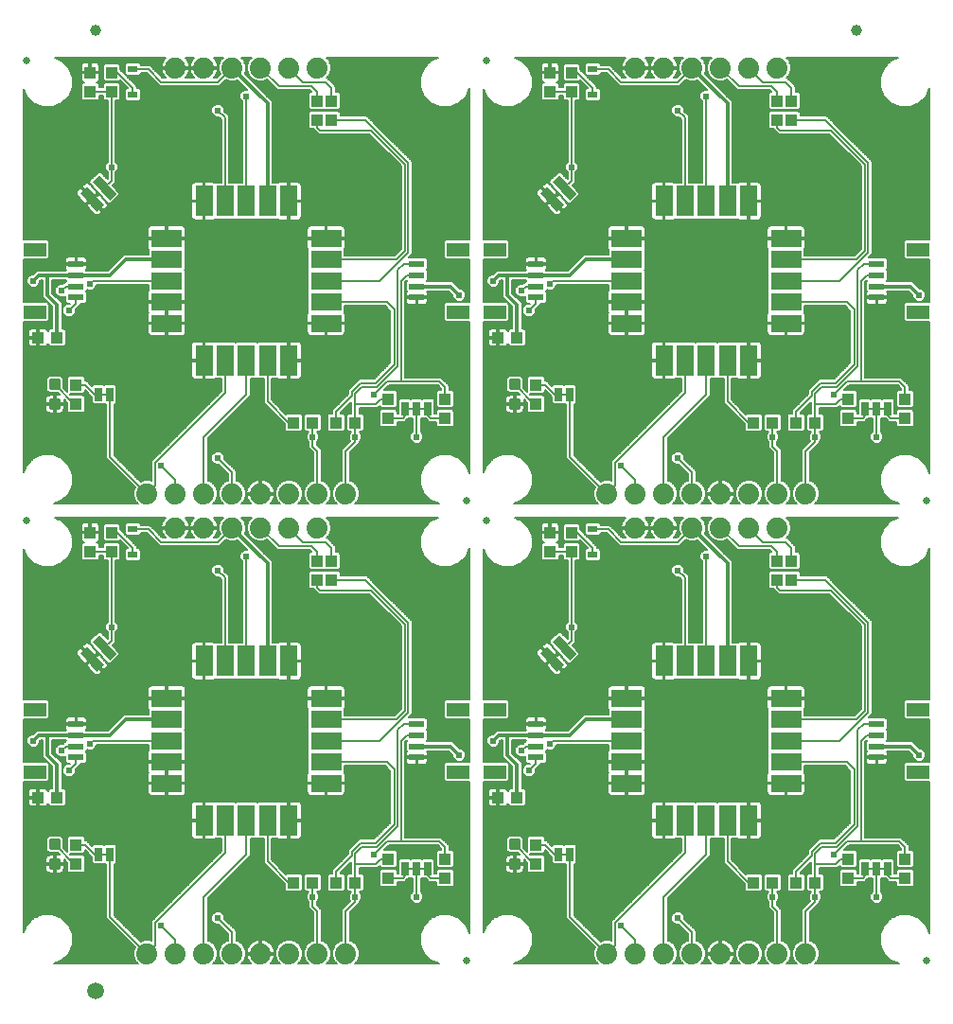
<source format=gtl>
G75*
%MOIN*%
%OFA0B0*%
%FSLAX25Y25*%
%IPPOS*%
%LPD*%
%AMOC8*
5,1,8,0,0,1.08239X$1,22.5*
%
%ADD10C,0.02500*%
%ADD11R,0.07874X0.04724*%
%ADD12R,0.05315X0.02362*%
%ADD13C,0.07400*%
%ADD14R,0.04331X0.03937*%
%ADD15R,0.03937X0.04331*%
%ADD16R,0.08858X0.03346*%
%ADD17R,0.02500X0.05000*%
%ADD18R,0.01600X0.01000*%
%ADD19C,0.01181*%
%ADD20R,0.03268X0.02480*%
%ADD21R,0.10827X0.06299*%
%ADD22R,0.06299X0.10827*%
%ADD23C,0.03937*%
%ADD24C,0.05906*%
%ADD25C,0.00600*%
%ADD26C,0.01200*%
%ADD27C,0.02400*%
D10*
X0186250Y0031250D03*
X0348250Y0031250D03*
X0193250Y0186250D03*
X0186250Y0193250D03*
X0031250Y0186250D03*
X0031250Y0348250D03*
X0193250Y0348250D03*
X0348250Y0193250D03*
D11*
X0345219Y0259726D03*
X0345219Y0281774D03*
X0196281Y0281774D03*
X0183219Y0281774D03*
X0183219Y0259726D03*
X0196281Y0259726D03*
X0196281Y0119774D03*
X0183219Y0119774D03*
X0183219Y0097726D03*
X0196281Y0097726D03*
X0345219Y0097726D03*
X0345219Y0119774D03*
X0034281Y0119774D03*
X0034281Y0097726D03*
X0034281Y0259726D03*
X0034281Y0281774D03*
D12*
X0048750Y0276656D03*
X0048750Y0272719D03*
X0048750Y0268781D03*
X0048750Y0264844D03*
X0168750Y0264844D03*
X0168750Y0268781D03*
X0168750Y0272719D03*
X0168750Y0276656D03*
X0210750Y0276656D03*
X0210750Y0272719D03*
X0210750Y0268781D03*
X0210750Y0264844D03*
X0330750Y0264844D03*
X0330750Y0268781D03*
X0330750Y0272719D03*
X0330750Y0276656D03*
X0330750Y0114656D03*
X0330750Y0110719D03*
X0330750Y0106781D03*
X0330750Y0102844D03*
X0210750Y0102844D03*
X0210750Y0106781D03*
X0210750Y0110719D03*
X0210750Y0114656D03*
X0168750Y0114656D03*
X0168750Y0110719D03*
X0168750Y0106781D03*
X0168750Y0102844D03*
X0048750Y0102844D03*
X0048750Y0106781D03*
X0048750Y0110719D03*
X0048750Y0114656D03*
D13*
X0083750Y0183750D03*
X0093750Y0183750D03*
X0103750Y0183750D03*
X0113750Y0183750D03*
X0123750Y0183750D03*
X0133750Y0183750D03*
X0133750Y0195750D03*
X0123750Y0195750D03*
X0113750Y0195750D03*
X0103750Y0195750D03*
X0093750Y0195750D03*
X0083750Y0195750D03*
X0073750Y0195750D03*
X0143750Y0195750D03*
X0235750Y0195750D03*
X0245750Y0195750D03*
X0255750Y0195750D03*
X0265750Y0195750D03*
X0275750Y0195750D03*
X0285750Y0195750D03*
X0295750Y0195750D03*
X0305750Y0195750D03*
X0295750Y0183750D03*
X0285750Y0183750D03*
X0275750Y0183750D03*
X0265750Y0183750D03*
X0255750Y0183750D03*
X0245750Y0183750D03*
X0245750Y0033750D03*
X0255750Y0033750D03*
X0265750Y0033750D03*
X0275750Y0033750D03*
X0285750Y0033750D03*
X0295750Y0033750D03*
X0305750Y0033750D03*
X0235750Y0033750D03*
X0143750Y0033750D03*
X0133750Y0033750D03*
X0123750Y0033750D03*
X0113750Y0033750D03*
X0103750Y0033750D03*
X0093750Y0033750D03*
X0083750Y0033750D03*
X0073750Y0033750D03*
X0083750Y0345750D03*
X0093750Y0345750D03*
X0103750Y0345750D03*
X0113750Y0345750D03*
X0123750Y0345750D03*
X0133750Y0345750D03*
X0245750Y0345750D03*
X0255750Y0345750D03*
X0265750Y0345750D03*
X0275750Y0345750D03*
X0285750Y0345750D03*
X0295750Y0345750D03*
D14*
X0204096Y0250750D03*
X0197404Y0250750D03*
X0147096Y0220750D03*
X0140404Y0220750D03*
X0132096Y0220750D03*
X0125404Y0220750D03*
X0042096Y0250750D03*
X0035404Y0250750D03*
X0035404Y0088750D03*
X0042096Y0088750D03*
X0125404Y0058750D03*
X0132096Y0058750D03*
X0140404Y0058750D03*
X0147096Y0058750D03*
X0197404Y0088750D03*
X0204096Y0088750D03*
X0287404Y0058750D03*
X0294096Y0058750D03*
X0302404Y0058750D03*
X0309096Y0058750D03*
X0309096Y0220750D03*
X0302404Y0220750D03*
X0294096Y0220750D03*
X0287404Y0220750D03*
D15*
X0320750Y0222404D03*
X0320750Y0229096D03*
X0340750Y0229096D03*
X0340750Y0222404D03*
X0300750Y0172096D03*
X0295750Y0172096D03*
X0295750Y0165404D03*
X0300750Y0165404D03*
X0223250Y0175404D03*
X0223250Y0182096D03*
X0215750Y0182096D03*
X0215750Y0175404D03*
X0178750Y0222404D03*
X0178750Y0229096D03*
X0158750Y0229096D03*
X0158750Y0222404D03*
X0210750Y0227404D03*
X0210750Y0234096D03*
X0138750Y0172096D03*
X0133750Y0172096D03*
X0133750Y0165404D03*
X0138750Y0165404D03*
X0061250Y0175404D03*
X0061250Y0182096D03*
X0053750Y0182096D03*
X0053750Y0175404D03*
X0048750Y0227404D03*
X0048750Y0234096D03*
X0133750Y0327404D03*
X0138750Y0327404D03*
X0138750Y0334096D03*
X0133750Y0334096D03*
X0061250Y0337404D03*
X0061250Y0344096D03*
X0053750Y0344096D03*
X0053750Y0337404D03*
X0215750Y0337404D03*
X0215750Y0344096D03*
X0223250Y0344096D03*
X0223250Y0337404D03*
X0295750Y0334096D03*
X0300750Y0334096D03*
X0300750Y0327404D03*
X0295750Y0327404D03*
X0210750Y0072096D03*
X0210750Y0065404D03*
X0178750Y0067096D03*
X0178750Y0060404D03*
X0158750Y0060404D03*
X0158750Y0067096D03*
X0048750Y0065404D03*
X0048750Y0072096D03*
X0320750Y0067096D03*
X0320750Y0060404D03*
X0340750Y0060404D03*
X0340750Y0067096D03*
D16*
G36*
X0219054Y0145887D02*
X0224980Y0139306D01*
X0222494Y0137067D01*
X0216568Y0143648D01*
X0219054Y0145887D01*
G37*
G36*
X0214665Y0141936D02*
X0220591Y0135355D01*
X0218105Y0133116D01*
X0212179Y0139697D01*
X0214665Y0141936D01*
G37*
G36*
X0057054Y0145887D02*
X0062980Y0139306D01*
X0060494Y0137067D01*
X0054568Y0143648D01*
X0057054Y0145887D01*
G37*
G36*
X0052665Y0141936D02*
X0058591Y0135355D01*
X0056105Y0133116D01*
X0050179Y0139697D01*
X0052665Y0141936D01*
G37*
G36*
X0052665Y0303936D02*
X0058591Y0297355D01*
X0056105Y0295116D01*
X0050179Y0301697D01*
X0052665Y0303936D01*
G37*
G36*
X0057054Y0307887D02*
X0062980Y0301306D01*
X0060494Y0299067D01*
X0054568Y0305648D01*
X0057054Y0307887D01*
G37*
G36*
X0214665Y0303936D02*
X0220591Y0297355D01*
X0218105Y0295116D01*
X0212179Y0301697D01*
X0214665Y0303936D01*
G37*
G36*
X0219054Y0307887D02*
X0224980Y0301306D01*
X0222494Y0299067D01*
X0216568Y0305648D01*
X0219054Y0307887D01*
G37*
D17*
X0218750Y0230750D03*
X0222750Y0230750D03*
X0172750Y0225750D03*
X0168750Y0225750D03*
X0164750Y0225750D03*
X0060750Y0230750D03*
X0056750Y0230750D03*
X0056750Y0068750D03*
X0060750Y0068750D03*
X0164750Y0063750D03*
X0168750Y0063750D03*
X0172750Y0063750D03*
X0218750Y0068750D03*
X0222750Y0068750D03*
X0326750Y0063750D03*
X0330750Y0063750D03*
X0334750Y0063750D03*
X0334750Y0225750D03*
X0330750Y0225750D03*
X0326750Y0225750D03*
D18*
X0328750Y0225750D03*
X0332750Y0225750D03*
X0220750Y0230750D03*
X0170750Y0225750D03*
X0166750Y0225750D03*
X0058750Y0230750D03*
X0058750Y0068750D03*
X0166750Y0063750D03*
X0170750Y0063750D03*
X0220750Y0068750D03*
X0328750Y0063750D03*
X0332750Y0063750D03*
D19*
X0204628Y0066675D02*
X0201872Y0066675D01*
X0204628Y0066675D02*
X0204628Y0063919D01*
X0201872Y0063919D01*
X0201872Y0066675D01*
X0201872Y0065041D02*
X0204628Y0065041D01*
X0204628Y0066163D02*
X0201872Y0066163D01*
X0201872Y0073581D02*
X0204628Y0073581D01*
X0204628Y0070825D01*
X0201872Y0070825D01*
X0201872Y0073581D01*
X0201872Y0071947D02*
X0204628Y0071947D01*
X0204628Y0073069D02*
X0201872Y0073069D01*
X0042628Y0073581D02*
X0039872Y0073581D01*
X0042628Y0073581D02*
X0042628Y0070825D01*
X0039872Y0070825D01*
X0039872Y0073581D01*
X0039872Y0071947D02*
X0042628Y0071947D01*
X0042628Y0073069D02*
X0039872Y0073069D01*
X0039872Y0066675D02*
X0042628Y0066675D01*
X0042628Y0063919D01*
X0039872Y0063919D01*
X0039872Y0066675D01*
X0039872Y0065041D02*
X0042628Y0065041D01*
X0042628Y0066163D02*
X0039872Y0066163D01*
X0039872Y0228675D02*
X0042628Y0228675D01*
X0042628Y0225919D01*
X0039872Y0225919D01*
X0039872Y0228675D01*
X0039872Y0227041D02*
X0042628Y0227041D01*
X0042628Y0228163D02*
X0039872Y0228163D01*
X0039872Y0235581D02*
X0042628Y0235581D01*
X0042628Y0232825D01*
X0039872Y0232825D01*
X0039872Y0235581D01*
X0039872Y0233947D02*
X0042628Y0233947D01*
X0042628Y0235069D02*
X0039872Y0235069D01*
X0201872Y0235581D02*
X0204628Y0235581D01*
X0204628Y0232825D01*
X0201872Y0232825D01*
X0201872Y0235581D01*
X0201872Y0233947D02*
X0204628Y0233947D01*
X0204628Y0235069D02*
X0201872Y0235069D01*
X0201872Y0228675D02*
X0204628Y0228675D01*
X0204628Y0225919D01*
X0201872Y0225919D01*
X0201872Y0228675D01*
X0201872Y0227041D02*
X0204628Y0227041D01*
X0204628Y0228163D02*
X0201872Y0228163D01*
D20*
X0230750Y0183278D03*
X0230750Y0174222D03*
X0068750Y0174222D03*
X0068750Y0183278D03*
X0068750Y0336222D03*
X0068750Y0345278D03*
X0230750Y0345278D03*
X0230750Y0336222D03*
D21*
X0242699Y0285711D03*
X0242699Y0278230D03*
X0242699Y0270750D03*
X0242699Y0263270D03*
X0242699Y0255789D03*
X0298801Y0255789D03*
X0298801Y0263270D03*
X0298801Y0270750D03*
X0298801Y0278230D03*
X0298801Y0285711D03*
X0136801Y0285711D03*
X0136801Y0278230D03*
X0136801Y0270750D03*
X0136801Y0263270D03*
X0136801Y0255789D03*
X0080699Y0255789D03*
X0080699Y0263270D03*
X0080699Y0270750D03*
X0080699Y0278230D03*
X0080699Y0285711D03*
X0080699Y0123711D03*
X0080699Y0116230D03*
X0080699Y0108750D03*
X0080699Y0101270D03*
X0080699Y0093789D03*
X0136801Y0093789D03*
X0136801Y0101270D03*
X0136801Y0108750D03*
X0136801Y0116230D03*
X0136801Y0123711D03*
X0242699Y0123711D03*
X0242699Y0116230D03*
X0242699Y0108750D03*
X0242699Y0101270D03*
X0242699Y0093789D03*
X0298801Y0093789D03*
X0298801Y0101270D03*
X0298801Y0108750D03*
X0298801Y0116230D03*
X0298801Y0123711D03*
D22*
X0285711Y0136801D03*
X0278230Y0136801D03*
X0270750Y0136801D03*
X0263270Y0136801D03*
X0255789Y0136801D03*
X0255789Y0080699D03*
X0263270Y0080699D03*
X0270750Y0080699D03*
X0278230Y0080699D03*
X0285711Y0080699D03*
X0123711Y0080699D03*
X0116230Y0080699D03*
X0108750Y0080699D03*
X0101270Y0080699D03*
X0093789Y0080699D03*
X0093789Y0136801D03*
X0101270Y0136801D03*
X0108750Y0136801D03*
X0116230Y0136801D03*
X0123711Y0136801D03*
X0123711Y0242699D03*
X0116230Y0242699D03*
X0108750Y0242699D03*
X0101270Y0242699D03*
X0093789Y0242699D03*
X0093789Y0298801D03*
X0101270Y0298801D03*
X0108750Y0298801D03*
X0116230Y0298801D03*
X0123711Y0298801D03*
X0255789Y0298801D03*
X0263270Y0298801D03*
X0270750Y0298801D03*
X0278230Y0298801D03*
X0285711Y0298801D03*
X0285711Y0242699D03*
X0278230Y0242699D03*
X0270750Y0242699D03*
X0263270Y0242699D03*
X0255789Y0242699D03*
D23*
X0323750Y0359000D03*
X0055750Y0359000D03*
D24*
X0055750Y0020500D03*
D25*
X0043735Y0031290D02*
X0040983Y0030150D01*
X0070562Y0030150D01*
X0069681Y0031031D01*
X0068950Y0032795D01*
X0068950Y0034705D01*
X0069496Y0036024D01*
X0059350Y0046170D01*
X0059350Y0065150D01*
X0059044Y0065150D01*
X0058750Y0065444D01*
X0058456Y0065150D01*
X0055044Y0065150D01*
X0054400Y0065794D01*
X0054400Y0067620D01*
X0051818Y0070202D01*
X0051818Y0069475D01*
X0051174Y0068831D01*
X0046602Y0068831D01*
X0046764Y0068669D01*
X0051174Y0068669D01*
X0051818Y0068025D01*
X0051818Y0062783D01*
X0051174Y0062138D01*
X0046326Y0062138D01*
X0045681Y0062783D01*
X0045681Y0065791D01*
X0044507Y0066965D01*
X0044518Y0066924D01*
X0044518Y0065597D01*
X0041550Y0065597D01*
X0041550Y0064997D01*
X0041550Y0062029D01*
X0042877Y0062029D01*
X0043358Y0062158D01*
X0043789Y0062406D01*
X0044141Y0062758D01*
X0044390Y0063190D01*
X0044518Y0063670D01*
X0044518Y0064997D01*
X0041550Y0064997D01*
X0040950Y0064997D01*
X0040950Y0062029D01*
X0039623Y0062029D01*
X0039142Y0062158D01*
X0038711Y0062406D01*
X0038359Y0062758D01*
X0038110Y0063190D01*
X0037981Y0063670D01*
X0037981Y0064997D01*
X0040950Y0064997D01*
X0040950Y0065597D01*
X0037981Y0065597D01*
X0037981Y0066924D01*
X0038110Y0067405D01*
X0038359Y0067836D01*
X0038711Y0068188D01*
X0039142Y0068437D01*
X0039623Y0068566D01*
X0040950Y0068566D01*
X0040950Y0065597D01*
X0041550Y0065597D01*
X0041550Y0068566D01*
X0042877Y0068566D01*
X0042918Y0068555D01*
X0042339Y0069134D01*
X0039172Y0069134D01*
X0038181Y0070125D01*
X0038181Y0074281D01*
X0039172Y0075271D01*
X0043328Y0075271D01*
X0044318Y0074281D01*
X0044318Y0071114D01*
X0045681Y0069751D01*
X0045681Y0074717D01*
X0046326Y0075362D01*
X0051174Y0075362D01*
X0051818Y0074717D01*
X0051818Y0073496D01*
X0052483Y0073496D01*
X0054400Y0071580D01*
X0054400Y0071706D01*
X0055044Y0072350D01*
X0058456Y0072350D01*
X0058750Y0072056D01*
X0059044Y0072350D01*
X0062456Y0072350D01*
X0063100Y0071706D01*
X0063100Y0065794D01*
X0062456Y0065150D01*
X0062150Y0065150D01*
X0062150Y0047330D01*
X0071476Y0038004D01*
X0072795Y0038550D01*
X0074705Y0038550D01*
X0075250Y0038324D01*
X0075250Y0045200D01*
X0099870Y0069819D01*
X0099870Y0074185D01*
X0097664Y0074185D01*
X0097653Y0074197D01*
X0097441Y0074074D01*
X0097110Y0073985D01*
X0094089Y0073985D01*
X0094089Y0080399D01*
X0093489Y0080399D01*
X0089340Y0080399D01*
X0089340Y0075114D01*
X0089428Y0074784D01*
X0089600Y0074487D01*
X0089842Y0074245D01*
X0090138Y0074074D01*
X0090469Y0073985D01*
X0093489Y0073985D01*
X0093489Y0080399D01*
X0093489Y0080999D01*
X0089340Y0080999D01*
X0089340Y0086283D01*
X0089428Y0086614D01*
X0089600Y0086910D01*
X0089842Y0087152D01*
X0090138Y0087324D01*
X0090469Y0087412D01*
X0093489Y0087412D01*
X0093489Y0080999D01*
X0094089Y0080999D01*
X0094089Y0087412D01*
X0097110Y0087412D01*
X0097441Y0087324D01*
X0097653Y0087201D01*
X0097664Y0087212D01*
X0104875Y0087212D01*
X0105010Y0087077D01*
X0105145Y0087212D01*
X0112355Y0087212D01*
X0112490Y0087077D01*
X0112625Y0087212D01*
X0119836Y0087212D01*
X0119847Y0087201D01*
X0120059Y0087324D01*
X0120390Y0087412D01*
X0123411Y0087412D01*
X0123411Y0080999D01*
X0124011Y0080999D01*
X0128160Y0080999D01*
X0128160Y0086283D01*
X0128072Y0086614D01*
X0127900Y0086910D01*
X0127658Y0087152D01*
X0127362Y0087324D01*
X0127031Y0087412D01*
X0124011Y0087412D01*
X0124011Y0080999D01*
X0124011Y0080399D01*
X0128160Y0080399D01*
X0128160Y0075114D01*
X0128072Y0074784D01*
X0127900Y0074487D01*
X0127658Y0074245D01*
X0127362Y0074074D01*
X0127031Y0073985D01*
X0124011Y0073985D01*
X0124011Y0080399D01*
X0123411Y0080399D01*
X0123411Y0073985D01*
X0120390Y0073985D01*
X0120059Y0074074D01*
X0119847Y0074197D01*
X0119836Y0074185D01*
X0117630Y0074185D01*
X0117630Y0066850D01*
X0122722Y0061758D01*
X0122783Y0061818D01*
X0128025Y0061818D01*
X0128669Y0061174D01*
X0128669Y0056326D01*
X0128025Y0055681D01*
X0122783Y0055681D01*
X0122138Y0056326D01*
X0122138Y0058382D01*
X0114830Y0065690D01*
X0114830Y0074185D01*
X0112625Y0074185D01*
X0112490Y0074320D01*
X0112355Y0074185D01*
X0110150Y0074185D01*
X0110150Y0068170D01*
X0109330Y0067350D01*
X0095150Y0053170D01*
X0095150Y0038366D01*
X0096469Y0037819D01*
X0097819Y0036469D01*
X0098550Y0034705D01*
X0098550Y0032795D01*
X0097819Y0031031D01*
X0096938Y0030150D01*
X0100562Y0030150D01*
X0099681Y0031031D01*
X0098950Y0032795D01*
X0098950Y0034705D01*
X0099681Y0036469D01*
X0101031Y0037819D01*
X0102350Y0038366D01*
X0102350Y0040670D01*
X0099070Y0043950D01*
X0097797Y0043950D01*
X0096450Y0045297D01*
X0096450Y0047203D01*
X0097797Y0048550D01*
X0099703Y0048550D01*
X0101050Y0047203D01*
X0101050Y0045930D01*
X0105150Y0041830D01*
X0105150Y0038366D01*
X0106469Y0037819D01*
X0107819Y0036469D01*
X0108550Y0034705D01*
X0108550Y0032795D01*
X0107819Y0031031D01*
X0106938Y0030150D01*
X0110279Y0030150D01*
X0109936Y0030493D01*
X0109474Y0031129D01*
X0109116Y0031831D01*
X0108873Y0032579D01*
X0108750Y0033356D01*
X0108750Y0033450D01*
X0113450Y0033450D01*
X0113450Y0034050D01*
X0113450Y0038750D01*
X0113356Y0038750D01*
X0112579Y0038627D01*
X0111831Y0038384D01*
X0111129Y0038026D01*
X0110493Y0037564D01*
X0109936Y0037007D01*
X0109474Y0036371D01*
X0109116Y0035669D01*
X0108873Y0034921D01*
X0108750Y0034144D01*
X0108750Y0034050D01*
X0113450Y0034050D01*
X0114050Y0034050D01*
X0114050Y0038750D01*
X0114144Y0038750D01*
X0114921Y0038627D01*
X0115669Y0038384D01*
X0116371Y0038026D01*
X0117007Y0037564D01*
X0117564Y0037007D01*
X0118026Y0036371D01*
X0118384Y0035669D01*
X0118627Y0034921D01*
X0118750Y0034144D01*
X0118750Y0034050D01*
X0114050Y0034050D01*
X0114050Y0033450D01*
X0118750Y0033450D01*
X0118750Y0033356D01*
X0118627Y0032579D01*
X0118384Y0031831D01*
X0118026Y0031129D01*
X0117564Y0030493D01*
X0117221Y0030150D01*
X0120562Y0030150D01*
X0119681Y0031031D01*
X0118950Y0032795D01*
X0118950Y0034705D01*
X0119681Y0036469D01*
X0121031Y0037819D01*
X0122795Y0038550D01*
X0124705Y0038550D01*
X0126469Y0037819D01*
X0127819Y0036469D01*
X0128550Y0034705D01*
X0128550Y0032795D01*
X0127819Y0031031D01*
X0126938Y0030150D01*
X0130562Y0030150D01*
X0129681Y0031031D01*
X0128950Y0032795D01*
X0128950Y0034705D01*
X0129681Y0036469D01*
X0131031Y0037819D01*
X0132350Y0038366D01*
X0132350Y0048170D01*
X0130696Y0049824D01*
X0130696Y0051897D01*
X0129796Y0052797D01*
X0129796Y0054703D01*
X0130696Y0055603D01*
X0130696Y0055681D01*
X0129475Y0055681D01*
X0128831Y0056326D01*
X0128831Y0061174D01*
X0129475Y0061818D01*
X0134717Y0061818D01*
X0135362Y0061174D01*
X0135362Y0056326D01*
X0134717Y0055681D01*
X0133496Y0055681D01*
X0133496Y0055603D01*
X0134396Y0054703D01*
X0134396Y0052797D01*
X0133496Y0051897D01*
X0133496Y0050983D01*
X0135150Y0049330D01*
X0135150Y0038366D01*
X0136469Y0037819D01*
X0137819Y0036469D01*
X0138550Y0034705D01*
X0138550Y0032795D01*
X0137819Y0031031D01*
X0136938Y0030150D01*
X0140562Y0030150D01*
X0139681Y0031031D01*
X0138950Y0032795D01*
X0138950Y0034705D01*
X0139681Y0036469D01*
X0141031Y0037819D01*
X0142350Y0038366D01*
X0142350Y0049330D01*
X0145307Y0052287D01*
X0144796Y0052797D01*
X0144796Y0054703D01*
X0145696Y0055603D01*
X0145696Y0055681D01*
X0144475Y0055681D01*
X0143831Y0056326D01*
X0143831Y0061174D01*
X0144475Y0061818D01*
X0145696Y0061818D01*
X0145696Y0066063D01*
X0141804Y0062170D01*
X0141804Y0061818D01*
X0143025Y0061818D01*
X0143669Y0061174D01*
X0143669Y0056326D01*
X0143025Y0055681D01*
X0137783Y0055681D01*
X0137138Y0056326D01*
X0137138Y0061174D01*
X0137783Y0061818D01*
X0139004Y0061818D01*
X0139004Y0063330D01*
X0144496Y0068823D01*
X0144496Y0070173D01*
X0148473Y0074150D01*
X0153670Y0074150D01*
X0159450Y0079930D01*
X0159450Y0098070D01*
X0157650Y0099870D01*
X0143315Y0099870D01*
X0143315Y0097664D01*
X0143303Y0097653D01*
X0143426Y0097441D01*
X0143515Y0097110D01*
X0143515Y0094089D01*
X0137101Y0094089D01*
X0137101Y0093489D01*
X0137101Y0089340D01*
X0142386Y0089340D01*
X0142716Y0089428D01*
X0143013Y0089600D01*
X0143255Y0089842D01*
X0143426Y0090138D01*
X0143515Y0090469D01*
X0143515Y0093489D01*
X0137101Y0093489D01*
X0136501Y0093489D01*
X0136501Y0089340D01*
X0131217Y0089340D01*
X0130886Y0089428D01*
X0130590Y0089600D01*
X0130348Y0089842D01*
X0130176Y0090138D01*
X0130088Y0090469D01*
X0130088Y0093489D01*
X0136501Y0093489D01*
X0136501Y0094089D01*
X0130088Y0094089D01*
X0130088Y0097110D01*
X0130176Y0097441D01*
X0130299Y0097653D01*
X0130288Y0097664D01*
X0130288Y0104875D01*
X0130423Y0105010D01*
X0130288Y0105145D01*
X0130288Y0112355D01*
X0130423Y0112490D01*
X0130288Y0112625D01*
X0130288Y0119836D01*
X0130299Y0119847D01*
X0130176Y0120059D01*
X0130088Y0120390D01*
X0130088Y0123411D01*
X0136501Y0123411D01*
X0136501Y0124011D01*
X0136501Y0128160D01*
X0131217Y0128160D01*
X0130886Y0128072D01*
X0130590Y0127900D01*
X0130348Y0127658D01*
X0130176Y0127362D01*
X0130088Y0127031D01*
X0130088Y0124011D01*
X0136501Y0124011D01*
X0137101Y0124011D01*
X0137101Y0128160D01*
X0142386Y0128160D01*
X0142716Y0128072D01*
X0143013Y0127900D01*
X0143255Y0127658D01*
X0143426Y0127362D01*
X0143515Y0127031D01*
X0143515Y0124011D01*
X0137101Y0124011D01*
X0137101Y0123411D01*
X0143515Y0123411D01*
X0143515Y0120390D01*
X0143426Y0120059D01*
X0143303Y0119847D01*
X0143315Y0119836D01*
X0143315Y0117630D01*
X0160950Y0117630D01*
X0163150Y0119830D01*
X0163150Y0149173D01*
X0151973Y0160350D01*
X0134170Y0160350D01*
X0133350Y0161170D01*
X0132382Y0162138D01*
X0131326Y0162138D01*
X0130681Y0162783D01*
X0130681Y0168025D01*
X0131326Y0168669D01*
X0136174Y0168669D01*
X0136250Y0168593D01*
X0136326Y0168669D01*
X0141174Y0168669D01*
X0141818Y0168025D01*
X0141818Y0166804D01*
X0151176Y0166804D01*
X0155330Y0162650D01*
X0155330Y0162650D01*
X0167150Y0150830D01*
X0167150Y0118170D01*
X0166330Y0117350D01*
X0165916Y0116937D01*
X0171863Y0116937D01*
X0172507Y0116292D01*
X0172507Y0113019D01*
X0172176Y0112687D01*
X0172507Y0112355D01*
X0172507Y0109082D01*
X0172176Y0108750D01*
X0172444Y0108481D01*
X0181423Y0108481D01*
X0182418Y0107486D01*
X0182418Y0107486D01*
X0183854Y0106050D01*
X0184703Y0106050D01*
X0186050Y0104703D01*
X0186050Y0102797D01*
X0184703Y0101450D01*
X0182797Y0101450D01*
X0181450Y0102797D01*
X0181450Y0103646D01*
X0180014Y0105081D01*
X0172444Y0105081D01*
X0172317Y0104954D01*
X0172448Y0104824D01*
X0172619Y0104527D01*
X0172707Y0104197D01*
X0172707Y0103135D01*
X0169041Y0103135D01*
X0169041Y0102554D01*
X0172707Y0102554D01*
X0172707Y0101492D01*
X0172619Y0101162D01*
X0172448Y0100865D01*
X0172206Y0100623D01*
X0171909Y0100452D01*
X0171579Y0100363D01*
X0169041Y0100363D01*
X0169041Y0102554D01*
X0168459Y0102554D01*
X0164793Y0102554D01*
X0164793Y0101492D01*
X0164881Y0101162D01*
X0165052Y0100865D01*
X0165294Y0100623D01*
X0165591Y0100452D01*
X0165921Y0100363D01*
X0168459Y0100363D01*
X0168459Y0102554D01*
X0168459Y0103135D01*
X0164793Y0103135D01*
X0164793Y0104197D01*
X0164881Y0104527D01*
X0165052Y0104824D01*
X0165183Y0104954D01*
X0164993Y0105145D01*
X0164993Y0108418D01*
X0165324Y0108750D01*
X0165277Y0108797D01*
X0164650Y0108170D01*
X0164650Y0074650D01*
X0177330Y0074650D01*
X0180150Y0071830D01*
X0180150Y0070362D01*
X0181174Y0070362D01*
X0181818Y0069717D01*
X0181818Y0064475D01*
X0181174Y0063831D01*
X0176326Y0063831D01*
X0175681Y0064475D01*
X0175681Y0069717D01*
X0176326Y0070362D01*
X0177350Y0070362D01*
X0177350Y0070670D01*
X0176170Y0071850D01*
X0158830Y0071850D01*
X0157342Y0070362D01*
X0161174Y0070362D01*
X0161818Y0069717D01*
X0161818Y0064475D01*
X0161174Y0063831D01*
X0156326Y0063831D01*
X0155681Y0064475D01*
X0155681Y0064702D01*
X0155650Y0064670D01*
X0154830Y0063850D01*
X0148496Y0063850D01*
X0148496Y0061818D01*
X0149717Y0061818D01*
X0150362Y0061174D01*
X0150362Y0056326D01*
X0149717Y0055681D01*
X0148496Y0055681D01*
X0148496Y0055603D01*
X0149396Y0054703D01*
X0149396Y0052797D01*
X0148496Y0051897D01*
X0148496Y0051517D01*
X0145150Y0048170D01*
X0145150Y0038366D01*
X0146469Y0037819D01*
X0147819Y0036469D01*
X0148550Y0034705D01*
X0148550Y0032795D01*
X0147819Y0031031D01*
X0146938Y0030150D01*
X0176517Y0030150D01*
X0173765Y0031290D01*
X0173765Y0031290D01*
X0171290Y0033765D01*
X0169950Y0037000D01*
X0169950Y0040500D01*
X0171290Y0043735D01*
X0171290Y0043735D01*
X0173765Y0046210D01*
X0173765Y0046210D01*
X0177000Y0047550D01*
X0180500Y0047550D01*
X0183735Y0046210D01*
X0183735Y0046210D01*
X0186210Y0043735D01*
X0186210Y0043735D01*
X0187350Y0040983D01*
X0187350Y0094264D01*
X0178826Y0094264D01*
X0178181Y0094909D01*
X0178181Y0100544D01*
X0178826Y0101189D01*
X0187350Y0101189D01*
X0187350Y0116311D01*
X0178826Y0116311D01*
X0178181Y0116956D01*
X0178181Y0122591D01*
X0178826Y0123236D01*
X0187350Y0123236D01*
X0187350Y0176517D01*
X0186210Y0173765D01*
X0186210Y0173765D01*
X0183735Y0171290D01*
X0183735Y0171290D01*
X0180500Y0169950D01*
X0177000Y0169950D01*
X0173765Y0171290D01*
X0173765Y0171290D01*
X0171290Y0173765D01*
X0171290Y0173765D01*
X0169950Y0177000D01*
X0169950Y0180500D01*
X0171290Y0183735D01*
X0171290Y0183735D01*
X0173765Y0186210D01*
X0173765Y0186210D01*
X0176275Y0187250D01*
X0137038Y0187250D01*
X0137819Y0186469D01*
X0138550Y0184705D01*
X0138550Y0182795D01*
X0137819Y0181031D01*
X0136938Y0180150D01*
X0137330Y0180150D01*
X0140150Y0177330D01*
X0140150Y0175362D01*
X0141174Y0175362D01*
X0141818Y0174717D01*
X0141818Y0169475D01*
X0141174Y0168831D01*
X0136326Y0168831D01*
X0136250Y0168907D01*
X0136174Y0168831D01*
X0131326Y0168831D01*
X0130681Y0169475D01*
X0130681Y0174717D01*
X0131326Y0175362D01*
X0131658Y0175362D01*
X0131170Y0175850D01*
X0119670Y0175850D01*
X0118850Y0176670D01*
X0116024Y0179496D01*
X0114705Y0178950D01*
X0112795Y0178950D01*
X0111031Y0179681D01*
X0109681Y0181031D01*
X0108950Y0182795D01*
X0108950Y0184705D01*
X0109681Y0186469D01*
X0110462Y0187250D01*
X0107038Y0187250D01*
X0107819Y0186469D01*
X0108550Y0184705D01*
X0108550Y0182795D01*
X0108128Y0181776D01*
X0117930Y0171974D01*
X0117930Y0143315D01*
X0119836Y0143315D01*
X0119847Y0143303D01*
X0120059Y0143426D01*
X0120390Y0143515D01*
X0123411Y0143515D01*
X0123411Y0137101D01*
X0124011Y0137101D01*
X0128160Y0137101D01*
X0128160Y0142386D01*
X0128072Y0142716D01*
X0127900Y0143013D01*
X0127658Y0143255D01*
X0127362Y0143426D01*
X0127031Y0143515D01*
X0124011Y0143515D01*
X0124011Y0137101D01*
X0124011Y0136501D01*
X0128160Y0136501D01*
X0128160Y0131217D01*
X0128072Y0130886D01*
X0127900Y0130590D01*
X0127658Y0130348D01*
X0127362Y0130176D01*
X0127031Y0130088D01*
X0124011Y0130088D01*
X0124011Y0136501D01*
X0123411Y0136501D01*
X0123411Y0130088D01*
X0120390Y0130088D01*
X0120059Y0130176D01*
X0119847Y0130299D01*
X0119836Y0130288D01*
X0112625Y0130288D01*
X0112490Y0130423D01*
X0112355Y0130288D01*
X0105145Y0130288D01*
X0105010Y0130423D01*
X0104875Y0130288D01*
X0097664Y0130288D01*
X0097653Y0130299D01*
X0097441Y0130176D01*
X0097110Y0130088D01*
X0094089Y0130088D01*
X0094089Y0136501D01*
X0093489Y0136501D01*
X0089340Y0136501D01*
X0089340Y0131217D01*
X0089428Y0130886D01*
X0089600Y0130590D01*
X0089842Y0130348D01*
X0090138Y0130176D01*
X0090469Y0130088D01*
X0093489Y0130088D01*
X0093489Y0136501D01*
X0093489Y0137101D01*
X0089340Y0137101D01*
X0089340Y0142386D01*
X0089428Y0142716D01*
X0089600Y0143013D01*
X0089842Y0143255D01*
X0090138Y0143426D01*
X0090469Y0143515D01*
X0093489Y0143515D01*
X0093489Y0137101D01*
X0094089Y0137101D01*
X0094089Y0143515D01*
X0097110Y0143515D01*
X0097441Y0143426D01*
X0097653Y0143303D01*
X0097664Y0143315D01*
X0099870Y0143315D01*
X0099870Y0165650D01*
X0099070Y0166450D01*
X0097797Y0166450D01*
X0096450Y0167797D01*
X0096450Y0169703D01*
X0097797Y0171050D01*
X0099703Y0171050D01*
X0101050Y0169703D01*
X0101050Y0168430D01*
X0101850Y0167630D01*
X0102670Y0166810D01*
X0102670Y0143315D01*
X0104875Y0143315D01*
X0105010Y0143180D01*
X0105145Y0143315D01*
X0107350Y0143315D01*
X0107350Y0171897D01*
X0106450Y0172797D01*
X0106450Y0174703D01*
X0107797Y0176050D01*
X0109046Y0176050D01*
X0105724Y0179372D01*
X0104705Y0178950D01*
X0102795Y0178950D01*
X0101476Y0179496D01*
X0099330Y0177350D01*
X0078170Y0177350D01*
X0077350Y0178170D01*
X0077350Y0178170D01*
X0073643Y0181878D01*
X0071484Y0181878D01*
X0071484Y0181582D01*
X0070839Y0180937D01*
X0066660Y0180937D01*
X0066016Y0181582D01*
X0066016Y0184973D01*
X0066660Y0185618D01*
X0070839Y0185618D01*
X0071484Y0184973D01*
X0071484Y0184678D01*
X0074802Y0184678D01*
X0079330Y0180150D01*
X0080279Y0180150D01*
X0079936Y0180493D01*
X0079474Y0181129D01*
X0079116Y0181831D01*
X0078873Y0182579D01*
X0078750Y0183356D01*
X0078750Y0183450D01*
X0083450Y0183450D01*
X0083450Y0184050D01*
X0078750Y0184050D01*
X0078750Y0184144D01*
X0078873Y0184921D01*
X0079116Y0185669D01*
X0079474Y0186371D01*
X0079936Y0187007D01*
X0080179Y0187250D01*
X0041225Y0187250D01*
X0043735Y0186210D01*
X0043735Y0186210D01*
X0043735Y0186210D01*
X0046210Y0183735D01*
X0047550Y0180500D01*
X0047550Y0177000D01*
X0046210Y0173765D01*
X0046210Y0173765D01*
X0043735Y0171290D01*
X0043735Y0171290D01*
X0040500Y0169950D01*
X0037000Y0169950D01*
X0033765Y0171290D01*
X0033765Y0171290D01*
X0031290Y0173765D01*
X0031290Y0173765D01*
X0030250Y0176275D01*
X0030250Y0123236D01*
X0038674Y0123236D01*
X0039318Y0122591D01*
X0039318Y0116956D01*
X0038674Y0116311D01*
X0030250Y0116311D01*
X0030250Y0101189D01*
X0038674Y0101189D01*
X0039318Y0100544D01*
X0039318Y0094909D01*
X0038674Y0094264D01*
X0030250Y0094264D01*
X0030250Y0041225D01*
X0031290Y0043735D01*
X0031290Y0043735D01*
X0033765Y0046210D01*
X0033765Y0046210D01*
X0037000Y0047550D01*
X0040500Y0047550D01*
X0043735Y0046210D01*
X0043735Y0046210D01*
X0043735Y0046210D01*
X0046210Y0043735D01*
X0046210Y0043735D01*
X0047550Y0040500D01*
X0047550Y0037000D01*
X0046210Y0033765D01*
X0046210Y0033765D01*
X0043735Y0031290D01*
X0043735Y0031290D01*
X0043383Y0031144D02*
X0069634Y0031144D01*
X0069386Y0031743D02*
X0044188Y0031743D01*
X0044786Y0032341D02*
X0069138Y0032341D01*
X0068950Y0032940D02*
X0045385Y0032940D01*
X0045983Y0033538D02*
X0068950Y0033538D01*
X0068950Y0034137D02*
X0046364Y0034137D01*
X0046612Y0034735D02*
X0068963Y0034735D01*
X0069210Y0035334D02*
X0046860Y0035334D01*
X0047108Y0035932D02*
X0069458Y0035932D01*
X0068989Y0036531D02*
X0047356Y0036531D01*
X0047550Y0037129D02*
X0068391Y0037129D01*
X0067792Y0037728D02*
X0047550Y0037728D01*
X0047550Y0038326D02*
X0067194Y0038326D01*
X0066595Y0038925D02*
X0047550Y0038925D01*
X0047550Y0039523D02*
X0065997Y0039523D01*
X0065398Y0040122D02*
X0047550Y0040122D01*
X0047459Y0040720D02*
X0064800Y0040720D01*
X0064201Y0041319D02*
X0047211Y0041319D01*
X0046963Y0041917D02*
X0063603Y0041917D01*
X0063004Y0042516D02*
X0046715Y0042516D01*
X0046467Y0043114D02*
X0062406Y0043114D01*
X0061807Y0043713D02*
X0046219Y0043713D01*
X0045634Y0044311D02*
X0061209Y0044311D01*
X0060610Y0044910D02*
X0045035Y0044910D01*
X0044437Y0045508D02*
X0060012Y0045508D01*
X0059413Y0046107D02*
X0043838Y0046107D01*
X0042540Y0046705D02*
X0059350Y0046705D01*
X0059350Y0047304D02*
X0041095Y0047304D01*
X0036405Y0047304D02*
X0030250Y0047304D01*
X0030250Y0047902D02*
X0059350Y0047902D01*
X0059350Y0048501D02*
X0030250Y0048501D01*
X0030250Y0049099D02*
X0059350Y0049099D01*
X0059350Y0049698D02*
X0030250Y0049698D01*
X0030250Y0050296D02*
X0059350Y0050296D01*
X0059350Y0050895D02*
X0030250Y0050895D01*
X0030250Y0051493D02*
X0059350Y0051493D01*
X0059350Y0052092D02*
X0030250Y0052092D01*
X0030250Y0052690D02*
X0059350Y0052690D01*
X0059350Y0053289D02*
X0030250Y0053289D01*
X0030250Y0053887D02*
X0059350Y0053887D01*
X0059350Y0054486D02*
X0030250Y0054486D01*
X0030250Y0055084D02*
X0059350Y0055084D01*
X0059350Y0055683D02*
X0030250Y0055683D01*
X0030250Y0056282D02*
X0059350Y0056282D01*
X0059350Y0056880D02*
X0030250Y0056880D01*
X0030250Y0057479D02*
X0059350Y0057479D01*
X0059350Y0058077D02*
X0030250Y0058077D01*
X0030250Y0058676D02*
X0059350Y0058676D01*
X0059350Y0059274D02*
X0030250Y0059274D01*
X0030250Y0059873D02*
X0059350Y0059873D01*
X0059350Y0060471D02*
X0030250Y0060471D01*
X0030250Y0061070D02*
X0059350Y0061070D01*
X0059350Y0061668D02*
X0030250Y0061668D01*
X0030250Y0062267D02*
X0038953Y0062267D01*
X0038298Y0062865D02*
X0030250Y0062865D01*
X0030250Y0063464D02*
X0038037Y0063464D01*
X0037981Y0064062D02*
X0030250Y0064062D01*
X0030250Y0064661D02*
X0037981Y0064661D01*
X0037981Y0065858D02*
X0030250Y0065858D01*
X0030250Y0066456D02*
X0037981Y0066456D01*
X0038017Y0067055D02*
X0030250Y0067055D01*
X0030250Y0067653D02*
X0038254Y0067653D01*
X0038822Y0068252D02*
X0030250Y0068252D01*
X0030250Y0068850D02*
X0042623Y0068850D01*
X0041550Y0068252D02*
X0040950Y0068252D01*
X0040950Y0067653D02*
X0041550Y0067653D01*
X0041550Y0067055D02*
X0040950Y0067055D01*
X0040950Y0066456D02*
X0041550Y0066456D01*
X0041550Y0065858D02*
X0040950Y0065858D01*
X0040950Y0065259D02*
X0030250Y0065259D01*
X0030250Y0069449D02*
X0038857Y0069449D01*
X0038259Y0070047D02*
X0030250Y0070047D01*
X0030250Y0070646D02*
X0038181Y0070646D01*
X0038181Y0071244D02*
X0030250Y0071244D01*
X0030250Y0071843D02*
X0038181Y0071843D01*
X0038181Y0072441D02*
X0030250Y0072441D01*
X0030250Y0073040D02*
X0038181Y0073040D01*
X0038181Y0073638D02*
X0030250Y0073638D01*
X0030250Y0074237D02*
X0038181Y0074237D01*
X0038736Y0074835D02*
X0030250Y0074835D01*
X0030250Y0075434D02*
X0089340Y0075434D01*
X0089340Y0076032D02*
X0030250Y0076032D01*
X0030250Y0076631D02*
X0089340Y0076631D01*
X0089340Y0077229D02*
X0030250Y0077229D01*
X0030250Y0077828D02*
X0089340Y0077828D01*
X0089340Y0078426D02*
X0030250Y0078426D01*
X0030250Y0079025D02*
X0089340Y0079025D01*
X0089340Y0079623D02*
X0030250Y0079623D01*
X0030250Y0080222D02*
X0089340Y0080222D01*
X0089340Y0081419D02*
X0030250Y0081419D01*
X0030250Y0082018D02*
X0089340Y0082018D01*
X0089340Y0082616D02*
X0030250Y0082616D01*
X0030250Y0083215D02*
X0089340Y0083215D01*
X0089340Y0083813D02*
X0030250Y0083813D01*
X0030250Y0084412D02*
X0089340Y0084412D01*
X0089340Y0085010D02*
X0030250Y0085010D01*
X0030250Y0085609D02*
X0032670Y0085609D01*
X0032736Y0085570D02*
X0033067Y0085481D01*
X0035104Y0085481D01*
X0035104Y0088450D01*
X0035704Y0088450D01*
X0035704Y0085481D01*
X0037740Y0085481D01*
X0038071Y0085570D01*
X0038367Y0085741D01*
X0038609Y0085983D01*
X0038780Y0086280D01*
X0038831Y0086469D01*
X0038831Y0086326D01*
X0039475Y0085681D01*
X0044717Y0085681D01*
X0045362Y0086326D01*
X0045362Y0091174D01*
X0044717Y0091818D01*
X0043796Y0091818D01*
X0043796Y0101108D01*
X0040450Y0104454D01*
X0040450Y0109019D01*
X0045056Y0109019D01*
X0045324Y0108750D01*
X0044993Y0108418D01*
X0044993Y0108181D01*
X0044702Y0108181D01*
X0044070Y0107550D01*
X0042797Y0107550D01*
X0041450Y0106203D01*
X0041450Y0104297D01*
X0042797Y0102950D01*
X0044703Y0102950D01*
X0044993Y0103240D01*
X0044993Y0101208D01*
X0045637Y0100563D01*
X0046584Y0100563D01*
X0046570Y0100550D01*
X0045297Y0100550D01*
X0043950Y0099203D01*
X0043950Y0097297D01*
X0045297Y0095950D01*
X0047203Y0095950D01*
X0048550Y0097297D01*
X0048550Y0098570D01*
X0050150Y0100170D01*
X0050150Y0100563D01*
X0051863Y0100563D01*
X0052507Y0101208D01*
X0052507Y0104481D01*
X0052176Y0104813D01*
X0052507Y0105145D01*
X0052507Y0105740D01*
X0052797Y0105450D01*
X0054703Y0105450D01*
X0056050Y0106797D01*
X0056050Y0107350D01*
X0074185Y0107350D01*
X0074185Y0105145D01*
X0074197Y0105134D01*
X0074074Y0104921D01*
X0073985Y0104590D01*
X0073985Y0101570D01*
X0080399Y0101570D01*
X0080399Y0100970D01*
X0073985Y0100970D01*
X0073985Y0097949D01*
X0074074Y0097618D01*
X0074125Y0097530D01*
X0074074Y0097441D01*
X0073985Y0097110D01*
X0073985Y0094089D01*
X0080399Y0094089D01*
X0080399Y0093489D01*
X0080999Y0093489D01*
X0080999Y0089340D01*
X0086283Y0089340D01*
X0086614Y0089428D01*
X0086910Y0089600D01*
X0087152Y0089842D01*
X0087324Y0090138D01*
X0087412Y0090469D01*
X0087412Y0093489D01*
X0080999Y0093489D01*
X0080999Y0094089D01*
X0087412Y0094089D01*
X0087412Y0097110D01*
X0087324Y0097441D01*
X0087272Y0097530D01*
X0087324Y0097618D01*
X0087412Y0097949D01*
X0087412Y0100970D01*
X0080999Y0100970D01*
X0080999Y0101570D01*
X0087412Y0101570D01*
X0087412Y0104590D01*
X0087324Y0104921D01*
X0087201Y0105134D01*
X0087212Y0105145D01*
X0087212Y0112355D01*
X0087077Y0112490D01*
X0087212Y0112625D01*
X0087212Y0119836D01*
X0087201Y0119847D01*
X0087324Y0120059D01*
X0087412Y0120390D01*
X0087412Y0123411D01*
X0080999Y0123411D01*
X0080999Y0124011D01*
X0080399Y0124011D01*
X0080399Y0128160D01*
X0075114Y0128160D01*
X0074784Y0128072D01*
X0074487Y0127900D01*
X0074245Y0127658D01*
X0074074Y0127362D01*
X0073985Y0127031D01*
X0073985Y0124011D01*
X0080399Y0124011D01*
X0080399Y0123411D01*
X0073985Y0123411D01*
X0073985Y0120390D01*
X0074074Y0120059D01*
X0074197Y0119847D01*
X0074185Y0119836D01*
X0074185Y0117930D01*
X0065526Y0117930D01*
X0060014Y0112418D01*
X0052444Y0112418D01*
X0052317Y0112546D01*
X0052448Y0112676D01*
X0052619Y0112973D01*
X0052707Y0113303D01*
X0052707Y0114365D01*
X0049041Y0114365D01*
X0049041Y0114946D01*
X0052707Y0114946D01*
X0052707Y0116008D01*
X0052619Y0116338D01*
X0052448Y0116635D01*
X0052206Y0116877D01*
X0051909Y0117048D01*
X0051579Y0117137D01*
X0049041Y0117137D01*
X0049041Y0114946D01*
X0048459Y0114946D01*
X0048459Y0114365D01*
X0044793Y0114365D01*
X0044793Y0113303D01*
X0044881Y0112973D01*
X0045052Y0112676D01*
X0045183Y0112546D01*
X0045056Y0112418D01*
X0035014Y0112418D01*
X0034019Y0111423D01*
X0033646Y0111050D01*
X0032797Y0111050D01*
X0031450Y0109703D01*
X0031450Y0107797D01*
X0032797Y0106450D01*
X0034703Y0106450D01*
X0036050Y0107797D01*
X0036050Y0108646D01*
X0036423Y0109019D01*
X0037050Y0109019D01*
X0037050Y0103046D01*
X0038046Y0102050D01*
X0040396Y0099699D01*
X0040396Y0091818D01*
X0039475Y0091818D01*
X0038831Y0091174D01*
X0038831Y0091031D01*
X0038780Y0091220D01*
X0038609Y0091517D01*
X0038367Y0091759D01*
X0038071Y0091930D01*
X0037740Y0092018D01*
X0035704Y0092018D01*
X0035704Y0089050D01*
X0035104Y0089050D01*
X0035104Y0092018D01*
X0033067Y0092018D01*
X0032736Y0091930D01*
X0032440Y0091759D01*
X0032198Y0091517D01*
X0032027Y0091220D01*
X0031938Y0090890D01*
X0031938Y0089050D01*
X0035103Y0089050D01*
X0035103Y0088450D01*
X0031938Y0088450D01*
X0031938Y0086610D01*
X0032027Y0086280D01*
X0032198Y0085983D01*
X0032440Y0085741D01*
X0032736Y0085570D01*
X0032069Y0086207D02*
X0030250Y0086207D01*
X0030250Y0086806D02*
X0031938Y0086806D01*
X0031938Y0087404D02*
X0030250Y0087404D01*
X0030250Y0088003D02*
X0031938Y0088003D01*
X0031938Y0089200D02*
X0030250Y0089200D01*
X0030250Y0089798D02*
X0031938Y0089798D01*
X0031938Y0090397D02*
X0030250Y0090397D01*
X0030250Y0090995D02*
X0031966Y0090995D01*
X0032275Y0091594D02*
X0030250Y0091594D01*
X0030250Y0092192D02*
X0040396Y0092192D01*
X0040396Y0092791D02*
X0030250Y0092791D01*
X0030250Y0093389D02*
X0040396Y0093389D01*
X0040396Y0093988D02*
X0030250Y0093988D01*
X0030250Y0088601D02*
X0035103Y0088601D01*
X0035104Y0088003D02*
X0035704Y0088003D01*
X0035704Y0087404D02*
X0035104Y0087404D01*
X0035104Y0086806D02*
X0035704Y0086806D01*
X0035704Y0086207D02*
X0035104Y0086207D01*
X0035104Y0085609D02*
X0035704Y0085609D01*
X0038137Y0085609D02*
X0089340Y0085609D01*
X0089340Y0086207D02*
X0045243Y0086207D01*
X0045362Y0086806D02*
X0089539Y0086806D01*
X0090438Y0087404D02*
X0045362Y0087404D01*
X0045362Y0088003D02*
X0159450Y0088003D01*
X0159450Y0088601D02*
X0045362Y0088601D01*
X0045362Y0089200D02*
X0159450Y0089200D01*
X0159450Y0089798D02*
X0143211Y0089798D01*
X0143495Y0090397D02*
X0159450Y0090397D01*
X0159450Y0090995D02*
X0143515Y0090995D01*
X0143515Y0091594D02*
X0159450Y0091594D01*
X0159450Y0092192D02*
X0143515Y0092192D01*
X0143515Y0092791D02*
X0159450Y0092791D01*
X0159450Y0093389D02*
X0143515Y0093389D01*
X0143515Y0094586D02*
X0159450Y0094586D01*
X0159450Y0093988D02*
X0137101Y0093988D01*
X0137101Y0093389D02*
X0136501Y0093389D01*
X0136501Y0092791D02*
X0137101Y0092791D01*
X0137101Y0092192D02*
X0136501Y0092192D01*
X0136501Y0091594D02*
X0137101Y0091594D01*
X0137101Y0090995D02*
X0136501Y0090995D01*
X0136501Y0090397D02*
X0137101Y0090397D01*
X0137101Y0089798D02*
X0136501Y0089798D01*
X0136501Y0093988D02*
X0080999Y0093988D01*
X0080999Y0094089D02*
X0080399Y0094089D01*
X0080399Y0098239D01*
X0080399Y0100970D01*
X0080999Y0100970D01*
X0080999Y0094089D01*
X0080999Y0094586D02*
X0080399Y0094586D01*
X0080399Y0093988D02*
X0043796Y0093988D01*
X0043796Y0094586D02*
X0073985Y0094586D01*
X0073985Y0095185D02*
X0043796Y0095185D01*
X0043796Y0095783D02*
X0073985Y0095783D01*
X0073985Y0096382D02*
X0047634Y0096382D01*
X0048233Y0096980D02*
X0073985Y0096980D01*
X0074097Y0097579D02*
X0048550Y0097579D01*
X0048550Y0098177D02*
X0073985Y0098177D01*
X0073985Y0098776D02*
X0048756Y0098776D01*
X0049354Y0099374D02*
X0073985Y0099374D01*
X0073985Y0099973D02*
X0049953Y0099973D01*
X0048750Y0100750D02*
X0046250Y0098250D01*
X0043950Y0098177D02*
X0043796Y0098177D01*
X0043796Y0097579D02*
X0043950Y0097579D01*
X0043796Y0096980D02*
X0044267Y0096980D01*
X0043796Y0096382D02*
X0044866Y0096382D01*
X0043950Y0098776D02*
X0043796Y0098776D01*
X0043796Y0099374D02*
X0044122Y0099374D01*
X0043796Y0099973D02*
X0044720Y0099973D01*
X0045629Y0100571D02*
X0043796Y0100571D01*
X0043734Y0101170D02*
X0045030Y0101170D01*
X0044993Y0101768D02*
X0043136Y0101768D01*
X0042537Y0102367D02*
X0044993Y0102367D01*
X0044993Y0102965D02*
X0044718Y0102965D01*
X0042782Y0102965D02*
X0041939Y0102965D01*
X0042183Y0103564D02*
X0041340Y0103564D01*
X0041585Y0104162D02*
X0040742Y0104162D01*
X0040450Y0104761D02*
X0041450Y0104761D01*
X0041450Y0105359D02*
X0040450Y0105359D01*
X0040450Y0105958D02*
X0041450Y0105958D01*
X0041804Y0106556D02*
X0040450Y0106556D01*
X0040450Y0107155D02*
X0042402Y0107155D01*
X0044274Y0107753D02*
X0040450Y0107753D01*
X0040450Y0108352D02*
X0044993Y0108352D01*
X0045124Y0108951D02*
X0040450Y0108951D01*
X0037050Y0108951D02*
X0036355Y0108951D01*
X0036050Y0108352D02*
X0037050Y0108352D01*
X0037050Y0107753D02*
X0036006Y0107753D01*
X0035408Y0107155D02*
X0037050Y0107155D01*
X0037050Y0106556D02*
X0034809Y0106556D01*
X0032691Y0106556D02*
X0030250Y0106556D01*
X0030250Y0105958D02*
X0037050Y0105958D01*
X0037050Y0105359D02*
X0030250Y0105359D01*
X0030250Y0104761D02*
X0037050Y0104761D01*
X0037050Y0104162D02*
X0030250Y0104162D01*
X0030250Y0103564D02*
X0037050Y0103564D01*
X0037130Y0102965D02*
X0030250Y0102965D01*
X0030250Y0102367D02*
X0037729Y0102367D01*
X0038327Y0101768D02*
X0030250Y0101768D01*
X0030250Y0107155D02*
X0032092Y0107155D01*
X0031494Y0107753D02*
X0030250Y0107753D01*
X0030250Y0108352D02*
X0031450Y0108352D01*
X0031450Y0108951D02*
X0030250Y0108951D01*
X0030250Y0109549D02*
X0031450Y0109549D01*
X0031895Y0110148D02*
X0030250Y0110148D01*
X0030250Y0110746D02*
X0032493Y0110746D01*
X0033940Y0111345D02*
X0030250Y0111345D01*
X0030250Y0111943D02*
X0034539Y0111943D01*
X0030250Y0112542D02*
X0045179Y0112542D01*
X0044836Y0113140D02*
X0030250Y0113140D01*
X0030250Y0113739D02*
X0044793Y0113739D01*
X0044793Y0114337D02*
X0030250Y0114337D01*
X0030250Y0114936D02*
X0048459Y0114936D01*
X0048459Y0114946D02*
X0044793Y0114946D01*
X0044793Y0116008D01*
X0044881Y0116338D01*
X0045052Y0116635D01*
X0045294Y0116877D01*
X0045591Y0117048D01*
X0045921Y0117137D01*
X0048459Y0117137D01*
X0048459Y0114946D01*
X0049041Y0114936D02*
X0062531Y0114936D01*
X0061933Y0114337D02*
X0052707Y0114337D01*
X0052707Y0113739D02*
X0061334Y0113739D01*
X0060736Y0113140D02*
X0052664Y0113140D01*
X0052321Y0112542D02*
X0060137Y0112542D01*
X0063130Y0115534D02*
X0052707Y0115534D01*
X0052674Y0116133D02*
X0063728Y0116133D01*
X0064327Y0116731D02*
X0052351Y0116731D01*
X0049041Y0116731D02*
X0048459Y0116731D01*
X0048459Y0116133D02*
X0049041Y0116133D01*
X0049041Y0115534D02*
X0048459Y0115534D01*
X0045149Y0116731D02*
X0039094Y0116731D01*
X0039318Y0117330D02*
X0064926Y0117330D01*
X0065524Y0117928D02*
X0039318Y0117928D01*
X0039318Y0118527D02*
X0074185Y0118527D01*
X0074185Y0119125D02*
X0039318Y0119125D01*
X0039318Y0119724D02*
X0074185Y0119724D01*
X0074004Y0120322D02*
X0039318Y0120322D01*
X0039318Y0120921D02*
X0073985Y0120921D01*
X0073985Y0121519D02*
X0039318Y0121519D01*
X0039318Y0122118D02*
X0073985Y0122118D01*
X0073985Y0122716D02*
X0039194Y0122716D01*
X0044826Y0116133D02*
X0030250Y0116133D01*
X0030250Y0115534D02*
X0044793Y0115534D01*
X0045281Y0106781D02*
X0048750Y0106781D01*
X0045281Y0106781D02*
X0043750Y0105250D01*
X0048750Y0102844D02*
X0048750Y0100750D01*
X0051871Y0100571D02*
X0073985Y0100571D01*
X0073985Y0101768D02*
X0052507Y0101768D01*
X0052507Y0102367D02*
X0073985Y0102367D01*
X0073985Y0102965D02*
X0052507Y0102965D01*
X0052507Y0103564D02*
X0073985Y0103564D01*
X0073985Y0104162D02*
X0052507Y0104162D01*
X0052228Y0104761D02*
X0074031Y0104761D01*
X0074185Y0105359D02*
X0052507Y0105359D01*
X0053750Y0107750D02*
X0054750Y0108750D01*
X0080699Y0108750D01*
X0074185Y0107155D02*
X0056050Y0107155D01*
X0055809Y0106556D02*
X0074185Y0106556D01*
X0074185Y0105958D02*
X0055211Y0105958D01*
X0052470Y0101170D02*
X0080399Y0101170D01*
X0080399Y0100571D02*
X0080999Y0100571D01*
X0080999Y0099973D02*
X0080399Y0099973D01*
X0080399Y0099374D02*
X0080999Y0099374D01*
X0080999Y0098776D02*
X0080399Y0098776D01*
X0080399Y0098177D02*
X0080999Y0098177D01*
X0080999Y0097579D02*
X0080399Y0097579D01*
X0080399Y0096980D02*
X0080999Y0096980D01*
X0080999Y0096382D02*
X0080399Y0096382D01*
X0080399Y0095783D02*
X0080999Y0095783D01*
X0080999Y0095185D02*
X0080399Y0095185D01*
X0080399Y0093489D02*
X0073985Y0093489D01*
X0073985Y0090469D01*
X0074074Y0090138D01*
X0074245Y0089842D01*
X0074487Y0089600D01*
X0074784Y0089428D01*
X0075114Y0089340D01*
X0080399Y0089340D01*
X0080399Y0093489D01*
X0080399Y0093389D02*
X0080999Y0093389D01*
X0080999Y0092791D02*
X0080399Y0092791D01*
X0080399Y0092192D02*
X0080999Y0092192D01*
X0080999Y0091594D02*
X0080399Y0091594D01*
X0080399Y0090995D02*
X0080999Y0090995D01*
X0080999Y0090397D02*
X0080399Y0090397D01*
X0080399Y0089798D02*
X0080999Y0089798D01*
X0074289Y0089798D02*
X0045362Y0089798D01*
X0045362Y0090397D02*
X0074005Y0090397D01*
X0073985Y0090995D02*
X0045362Y0090995D01*
X0044942Y0091594D02*
X0073985Y0091594D01*
X0073985Y0092192D02*
X0043796Y0092192D01*
X0043796Y0092791D02*
X0073985Y0092791D01*
X0073985Y0093389D02*
X0043796Y0093389D01*
X0040396Y0094586D02*
X0038996Y0094586D01*
X0039318Y0095185D02*
X0040396Y0095185D01*
X0040396Y0095783D02*
X0039318Y0095783D01*
X0039318Y0096382D02*
X0040396Y0096382D01*
X0040396Y0096980D02*
X0039318Y0096980D01*
X0039318Y0097579D02*
X0040396Y0097579D01*
X0040396Y0098177D02*
X0039318Y0098177D01*
X0039318Y0098776D02*
X0040396Y0098776D01*
X0040396Y0099374D02*
X0039318Y0099374D01*
X0039318Y0099973D02*
X0040123Y0099973D01*
X0039524Y0100571D02*
X0039291Y0100571D01*
X0038926Y0101170D02*
X0038693Y0101170D01*
X0038532Y0091594D02*
X0039251Y0091594D01*
X0035704Y0091594D02*
X0035104Y0091594D01*
X0035104Y0090995D02*
X0035704Y0090995D01*
X0035704Y0090397D02*
X0035104Y0090397D01*
X0035104Y0089798D02*
X0035704Y0089798D01*
X0035704Y0089200D02*
X0035104Y0089200D01*
X0038738Y0086207D02*
X0038950Y0086207D01*
X0030250Y0080820D02*
X0093489Y0080820D01*
X0093489Y0080222D02*
X0094089Y0080222D01*
X0094089Y0079623D02*
X0093489Y0079623D01*
X0093489Y0079025D02*
X0094089Y0079025D01*
X0094089Y0078426D02*
X0093489Y0078426D01*
X0093489Y0077828D02*
X0094089Y0077828D01*
X0094089Y0077229D02*
X0093489Y0077229D01*
X0093489Y0076631D02*
X0094089Y0076631D01*
X0094089Y0076032D02*
X0093489Y0076032D01*
X0093489Y0075434D02*
X0094089Y0075434D01*
X0094089Y0074835D02*
X0093489Y0074835D01*
X0093489Y0074237D02*
X0094089Y0074237D01*
X0089856Y0074237D02*
X0051818Y0074237D01*
X0051818Y0073638D02*
X0099870Y0073638D01*
X0099870Y0073040D02*
X0052940Y0073040D01*
X0053539Y0072441D02*
X0099870Y0072441D01*
X0099870Y0071843D02*
X0062963Y0071843D01*
X0063100Y0071244D02*
X0099870Y0071244D01*
X0099870Y0070646D02*
X0063100Y0070646D01*
X0063100Y0070047D02*
X0099870Y0070047D01*
X0099499Y0069449D02*
X0063100Y0069449D01*
X0063100Y0068850D02*
X0098901Y0068850D01*
X0098302Y0068252D02*
X0063100Y0068252D01*
X0063100Y0067653D02*
X0097703Y0067653D01*
X0097105Y0067055D02*
X0063100Y0067055D01*
X0063100Y0066456D02*
X0096506Y0066456D01*
X0095908Y0065858D02*
X0063100Y0065858D01*
X0062565Y0065259D02*
X0095309Y0065259D01*
X0094711Y0064661D02*
X0062150Y0064661D01*
X0062150Y0064062D02*
X0094112Y0064062D01*
X0093514Y0063464D02*
X0062150Y0063464D01*
X0062150Y0062865D02*
X0092915Y0062865D01*
X0092317Y0062267D02*
X0062150Y0062267D01*
X0062150Y0061668D02*
X0091718Y0061668D01*
X0091120Y0061070D02*
X0062150Y0061070D01*
X0062150Y0060471D02*
X0090521Y0060471D01*
X0089923Y0059873D02*
X0062150Y0059873D01*
X0062150Y0059274D02*
X0089324Y0059274D01*
X0088726Y0058676D02*
X0062150Y0058676D01*
X0062150Y0058077D02*
X0088127Y0058077D01*
X0087529Y0057479D02*
X0062150Y0057479D01*
X0062150Y0056880D02*
X0086930Y0056880D01*
X0086332Y0056282D02*
X0062150Y0056282D01*
X0062150Y0055683D02*
X0085733Y0055683D01*
X0085135Y0055084D02*
X0062150Y0055084D01*
X0062150Y0054486D02*
X0084536Y0054486D01*
X0083938Y0053887D02*
X0062150Y0053887D01*
X0062150Y0053289D02*
X0083339Y0053289D01*
X0082741Y0052690D02*
X0062150Y0052690D01*
X0062150Y0052092D02*
X0082142Y0052092D01*
X0081544Y0051493D02*
X0062150Y0051493D01*
X0062150Y0050895D02*
X0080945Y0050895D01*
X0080347Y0050296D02*
X0062150Y0050296D01*
X0062150Y0049698D02*
X0079748Y0049698D01*
X0079150Y0049099D02*
X0062150Y0049099D01*
X0062150Y0048501D02*
X0078551Y0048501D01*
X0077953Y0047902D02*
X0062150Y0047902D01*
X0062176Y0047304D02*
X0077354Y0047304D01*
X0076756Y0046705D02*
X0062775Y0046705D01*
X0063373Y0046107D02*
X0076157Y0046107D01*
X0075559Y0045508D02*
X0063972Y0045508D01*
X0064570Y0044910D02*
X0075250Y0044910D01*
X0075250Y0044311D02*
X0065169Y0044311D01*
X0065767Y0043713D02*
X0075250Y0043713D01*
X0075250Y0043114D02*
X0066366Y0043114D01*
X0066964Y0042516D02*
X0075250Y0042516D01*
X0075250Y0041917D02*
X0067563Y0041917D01*
X0068161Y0041319D02*
X0075250Y0041319D01*
X0075250Y0040720D02*
X0068760Y0040720D01*
X0069358Y0040122D02*
X0075250Y0040122D01*
X0075250Y0039523D02*
X0069957Y0039523D01*
X0070555Y0038925D02*
X0075250Y0038925D01*
X0075245Y0038326D02*
X0075250Y0038326D01*
X0076650Y0036650D02*
X0076650Y0044620D01*
X0101270Y0069240D01*
X0101270Y0080699D01*
X0108750Y0080699D02*
X0108750Y0068750D01*
X0093750Y0053750D01*
X0093750Y0033750D01*
X0097159Y0037129D02*
X0100341Y0037129D01*
X0099742Y0036531D02*
X0097758Y0036531D01*
X0098042Y0035932D02*
X0099458Y0035932D01*
X0099210Y0035334D02*
X0098290Y0035334D01*
X0098537Y0034735D02*
X0098963Y0034735D01*
X0098950Y0034137D02*
X0098550Y0034137D01*
X0098550Y0033538D02*
X0098950Y0033538D01*
X0098950Y0032940D02*
X0098550Y0032940D01*
X0098362Y0032341D02*
X0099138Y0032341D01*
X0099386Y0031743D02*
X0098114Y0031743D01*
X0097866Y0031144D02*
X0099634Y0031144D01*
X0100166Y0030546D02*
X0097334Y0030546D01*
X0103750Y0033750D02*
X0103750Y0041250D01*
X0098750Y0046250D01*
X0100350Y0047902D02*
X0132350Y0047902D01*
X0132350Y0047304D02*
X0100949Y0047304D01*
X0101050Y0046705D02*
X0132350Y0046705D01*
X0132350Y0046107D02*
X0101050Y0046107D01*
X0101472Y0045508D02*
X0132350Y0045508D01*
X0132350Y0044910D02*
X0102070Y0044910D01*
X0102669Y0044311D02*
X0132350Y0044311D01*
X0132350Y0043713D02*
X0103267Y0043713D01*
X0103866Y0043114D02*
X0132350Y0043114D01*
X0132350Y0042516D02*
X0104464Y0042516D01*
X0105063Y0041917D02*
X0132350Y0041917D01*
X0132350Y0041319D02*
X0105150Y0041319D01*
X0105150Y0040720D02*
X0132350Y0040720D01*
X0132350Y0040122D02*
X0105150Y0040122D01*
X0105150Y0039523D02*
X0132350Y0039523D01*
X0132350Y0038925D02*
X0105150Y0038925D01*
X0105245Y0038326D02*
X0111718Y0038326D01*
X0110718Y0037728D02*
X0106561Y0037728D01*
X0107159Y0037129D02*
X0110058Y0037129D01*
X0109590Y0036531D02*
X0107758Y0036531D01*
X0108042Y0035932D02*
X0109250Y0035932D01*
X0109007Y0035334D02*
X0108290Y0035334D01*
X0108537Y0034735D02*
X0108844Y0034735D01*
X0108750Y0034137D02*
X0108550Y0034137D01*
X0108550Y0033538D02*
X0113450Y0033538D01*
X0113450Y0034137D02*
X0114050Y0034137D01*
X0114050Y0034735D02*
X0113450Y0034735D01*
X0113450Y0035334D02*
X0114050Y0035334D01*
X0114050Y0035932D02*
X0113450Y0035932D01*
X0113450Y0036531D02*
X0114050Y0036531D01*
X0114050Y0037129D02*
X0113450Y0037129D01*
X0113450Y0037728D02*
X0114050Y0037728D01*
X0114050Y0038326D02*
X0113450Y0038326D01*
X0115782Y0038326D02*
X0122255Y0038326D01*
X0120939Y0037728D02*
X0116782Y0037728D01*
X0117442Y0037129D02*
X0120341Y0037129D01*
X0119742Y0036531D02*
X0117910Y0036531D01*
X0118250Y0035932D02*
X0119458Y0035932D01*
X0119210Y0035334D02*
X0118493Y0035334D01*
X0118656Y0034735D02*
X0118963Y0034735D01*
X0118950Y0034137D02*
X0118750Y0034137D01*
X0118950Y0033538D02*
X0114050Y0033538D01*
X0117602Y0030546D02*
X0120166Y0030546D01*
X0119634Y0031144D02*
X0118034Y0031144D01*
X0118339Y0031743D02*
X0119386Y0031743D01*
X0119138Y0032341D02*
X0118550Y0032341D01*
X0118684Y0032940D02*
X0118950Y0032940D01*
X0126561Y0037728D02*
X0130939Y0037728D01*
X0130341Y0037129D02*
X0127159Y0037129D01*
X0127758Y0036531D02*
X0129742Y0036531D01*
X0129458Y0035932D02*
X0128042Y0035932D01*
X0128290Y0035334D02*
X0129210Y0035334D01*
X0128963Y0034735D02*
X0128537Y0034735D01*
X0128550Y0034137D02*
X0128950Y0034137D01*
X0128950Y0033538D02*
X0128550Y0033538D01*
X0128550Y0032940D02*
X0128950Y0032940D01*
X0129138Y0032341D02*
X0128362Y0032341D01*
X0128114Y0031743D02*
X0129386Y0031743D01*
X0129634Y0031144D02*
X0127866Y0031144D01*
X0127334Y0030546D02*
X0130166Y0030546D01*
X0133750Y0033750D02*
X0133750Y0048750D01*
X0132096Y0050404D01*
X0132096Y0053750D01*
X0132096Y0058750D01*
X0133750Y0058750D02*
X0132096Y0060404D01*
X0129325Y0061668D02*
X0128175Y0061668D01*
X0128669Y0061070D02*
X0128831Y0061070D01*
X0128831Y0060471D02*
X0128669Y0060471D01*
X0128669Y0059873D02*
X0128831Y0059873D01*
X0128831Y0059274D02*
X0128669Y0059274D01*
X0128669Y0058676D02*
X0128831Y0058676D01*
X0128831Y0058077D02*
X0128669Y0058077D01*
X0128669Y0057479D02*
X0128831Y0057479D01*
X0128831Y0056880D02*
X0128669Y0056880D01*
X0128625Y0056282D02*
X0128875Y0056282D01*
X0129474Y0055683D02*
X0128026Y0055683D01*
X0129796Y0054486D02*
X0096466Y0054486D01*
X0097064Y0055084D02*
X0130178Y0055084D01*
X0129796Y0053887D02*
X0095867Y0053887D01*
X0095269Y0053289D02*
X0129796Y0053289D01*
X0129903Y0052690D02*
X0095150Y0052690D01*
X0095150Y0052092D02*
X0130502Y0052092D01*
X0130696Y0051493D02*
X0095150Y0051493D01*
X0095150Y0050895D02*
X0130696Y0050895D01*
X0130696Y0050296D02*
X0095150Y0050296D01*
X0095150Y0049698D02*
X0130822Y0049698D01*
X0131421Y0049099D02*
X0095150Y0049099D01*
X0095150Y0048501D02*
X0097748Y0048501D01*
X0097150Y0047902D02*
X0095150Y0047902D01*
X0095150Y0047304D02*
X0096551Y0047304D01*
X0096450Y0046705D02*
X0095150Y0046705D01*
X0095150Y0046107D02*
X0096450Y0046107D01*
X0096450Y0045508D02*
X0095150Y0045508D01*
X0095150Y0044910D02*
X0096837Y0044910D01*
X0097436Y0044311D02*
X0095150Y0044311D01*
X0095150Y0043713D02*
X0099307Y0043713D01*
X0099906Y0043114D02*
X0095150Y0043114D01*
X0095150Y0042516D02*
X0100504Y0042516D01*
X0101103Y0041917D02*
X0095150Y0041917D01*
X0095150Y0041319D02*
X0101701Y0041319D01*
X0102300Y0040720D02*
X0095150Y0040720D01*
X0095150Y0040122D02*
X0102350Y0040122D01*
X0102350Y0039523D02*
X0095150Y0039523D01*
X0095150Y0038925D02*
X0102350Y0038925D01*
X0102255Y0038326D02*
X0095245Y0038326D01*
X0096561Y0037728D02*
X0100939Y0037728D01*
X0108550Y0032940D02*
X0108816Y0032940D01*
X0108950Y0032341D02*
X0108362Y0032341D01*
X0108114Y0031743D02*
X0109161Y0031743D01*
X0109466Y0031144D02*
X0107866Y0031144D01*
X0107334Y0030546D02*
X0109898Y0030546D01*
X0125245Y0038326D02*
X0132255Y0038326D01*
X0135150Y0038925D02*
X0142350Y0038925D01*
X0142350Y0039523D02*
X0135150Y0039523D01*
X0135150Y0040122D02*
X0142350Y0040122D01*
X0142350Y0040720D02*
X0135150Y0040720D01*
X0135150Y0041319D02*
X0142350Y0041319D01*
X0142350Y0041917D02*
X0135150Y0041917D01*
X0135150Y0042516D02*
X0142350Y0042516D01*
X0142350Y0043114D02*
X0135150Y0043114D01*
X0135150Y0043713D02*
X0142350Y0043713D01*
X0142350Y0044311D02*
X0135150Y0044311D01*
X0135150Y0044910D02*
X0142350Y0044910D01*
X0142350Y0045508D02*
X0135150Y0045508D01*
X0135150Y0046107D02*
X0142350Y0046107D01*
X0142350Y0046705D02*
X0135150Y0046705D01*
X0135150Y0047304D02*
X0142350Y0047304D01*
X0142350Y0047902D02*
X0135150Y0047902D01*
X0135150Y0048501D02*
X0142350Y0048501D01*
X0142350Y0049099D02*
X0135150Y0049099D01*
X0134782Y0049698D02*
X0142718Y0049698D01*
X0143317Y0050296D02*
X0134183Y0050296D01*
X0133585Y0050895D02*
X0143915Y0050895D01*
X0144514Y0051493D02*
X0133496Y0051493D01*
X0133691Y0052092D02*
X0145112Y0052092D01*
X0144903Y0052690D02*
X0134290Y0052690D01*
X0134396Y0053289D02*
X0144796Y0053289D01*
X0144796Y0053887D02*
X0134396Y0053887D01*
X0134396Y0054486D02*
X0144796Y0054486D01*
X0145178Y0055084D02*
X0134015Y0055084D01*
X0134719Y0055683D02*
X0137781Y0055683D01*
X0137183Y0056282D02*
X0135317Y0056282D01*
X0135362Y0056880D02*
X0137138Y0056880D01*
X0137138Y0057479D02*
X0135362Y0057479D01*
X0135362Y0058077D02*
X0137138Y0058077D01*
X0137138Y0058676D02*
X0135362Y0058676D01*
X0135362Y0059274D02*
X0137138Y0059274D01*
X0137138Y0059873D02*
X0135362Y0059873D01*
X0135362Y0060471D02*
X0137138Y0060471D01*
X0137138Y0061070D02*
X0135362Y0061070D01*
X0134868Y0061668D02*
X0137632Y0061668D01*
X0139004Y0062267D02*
X0122213Y0062267D01*
X0121615Y0062865D02*
X0139004Y0062865D01*
X0139137Y0063464D02*
X0121016Y0063464D01*
X0120418Y0064062D02*
X0139736Y0064062D01*
X0140334Y0064661D02*
X0119819Y0064661D01*
X0119221Y0065259D02*
X0140933Y0065259D01*
X0141531Y0065858D02*
X0118622Y0065858D01*
X0118024Y0066456D02*
X0142130Y0066456D01*
X0142728Y0067055D02*
X0117630Y0067055D01*
X0117630Y0067653D02*
X0143327Y0067653D01*
X0143925Y0068252D02*
X0117630Y0068252D01*
X0117630Y0068850D02*
X0144496Y0068850D01*
X0144496Y0069449D02*
X0117630Y0069449D01*
X0117630Y0070047D02*
X0144496Y0070047D01*
X0144969Y0070646D02*
X0117630Y0070646D01*
X0117630Y0071244D02*
X0145567Y0071244D01*
X0146166Y0071843D02*
X0117630Y0071843D01*
X0117630Y0072441D02*
X0146764Y0072441D01*
X0147363Y0073040D02*
X0117630Y0073040D01*
X0117630Y0073638D02*
X0147961Y0073638D01*
X0149053Y0072750D02*
X0145896Y0069594D01*
X0145896Y0068243D01*
X0140404Y0062750D01*
X0140404Y0058750D01*
X0143669Y0058676D02*
X0143831Y0058676D01*
X0143831Y0059274D02*
X0143669Y0059274D01*
X0143669Y0059873D02*
X0143831Y0059873D01*
X0143831Y0060471D02*
X0143669Y0060471D01*
X0143669Y0061070D02*
X0143831Y0061070D01*
X0144325Y0061668D02*
X0143175Y0061668D01*
X0142499Y0062865D02*
X0145696Y0062865D01*
X0145696Y0062267D02*
X0141900Y0062267D01*
X0143097Y0063464D02*
X0145696Y0063464D01*
X0145696Y0064062D02*
X0143696Y0064062D01*
X0144294Y0064661D02*
X0145696Y0064661D01*
X0145696Y0065259D02*
X0144893Y0065259D01*
X0145491Y0065858D02*
X0145696Y0065858D01*
X0147096Y0065250D02*
X0147096Y0069096D01*
X0149250Y0071250D01*
X0154553Y0071250D01*
X0162050Y0078747D01*
X0162050Y0112550D01*
X0164156Y0114656D01*
X0168750Y0114656D01*
X0166310Y0117330D02*
X0178181Y0117330D01*
X0178181Y0117928D02*
X0166908Y0117928D01*
X0167150Y0118527D02*
X0178181Y0118527D01*
X0178181Y0119125D02*
X0167150Y0119125D01*
X0167150Y0119724D02*
X0178181Y0119724D01*
X0178181Y0120322D02*
X0167150Y0120322D01*
X0167150Y0120921D02*
X0178181Y0120921D01*
X0178181Y0121519D02*
X0167150Y0121519D01*
X0167150Y0122118D02*
X0178181Y0122118D01*
X0178306Y0122716D02*
X0167150Y0122716D01*
X0167150Y0123315D02*
X0187350Y0123315D01*
X0187350Y0123913D02*
X0167150Y0123913D01*
X0167150Y0124512D02*
X0187350Y0124512D01*
X0187350Y0125110D02*
X0167150Y0125110D01*
X0167150Y0125709D02*
X0187350Y0125709D01*
X0187350Y0126307D02*
X0167150Y0126307D01*
X0167150Y0126906D02*
X0187350Y0126906D01*
X0187350Y0127504D02*
X0167150Y0127504D01*
X0167150Y0128103D02*
X0187350Y0128103D01*
X0187350Y0128701D02*
X0167150Y0128701D01*
X0167150Y0129300D02*
X0187350Y0129300D01*
X0187350Y0129898D02*
X0167150Y0129898D01*
X0167150Y0130497D02*
X0187350Y0130497D01*
X0187350Y0131095D02*
X0167150Y0131095D01*
X0167150Y0131694D02*
X0187350Y0131694D01*
X0187350Y0132292D02*
X0167150Y0132292D01*
X0167150Y0132891D02*
X0187350Y0132891D01*
X0187350Y0133489D02*
X0167150Y0133489D01*
X0167150Y0134088D02*
X0187350Y0134088D01*
X0187350Y0134687D02*
X0167150Y0134687D01*
X0167150Y0135285D02*
X0187350Y0135285D01*
X0187350Y0135884D02*
X0167150Y0135884D01*
X0167150Y0136482D02*
X0187350Y0136482D01*
X0187350Y0137081D02*
X0167150Y0137081D01*
X0167150Y0137679D02*
X0187350Y0137679D01*
X0187350Y0138278D02*
X0167150Y0138278D01*
X0167150Y0138876D02*
X0187350Y0138876D01*
X0187350Y0139475D02*
X0167150Y0139475D01*
X0167150Y0140073D02*
X0187350Y0140073D01*
X0187350Y0140672D02*
X0167150Y0140672D01*
X0167150Y0141270D02*
X0187350Y0141270D01*
X0187350Y0141869D02*
X0167150Y0141869D01*
X0167150Y0142467D02*
X0187350Y0142467D01*
X0187350Y0143066D02*
X0167150Y0143066D01*
X0167150Y0143664D02*
X0187350Y0143664D01*
X0187350Y0144263D02*
X0167150Y0144263D01*
X0167150Y0144861D02*
X0187350Y0144861D01*
X0187350Y0145460D02*
X0167150Y0145460D01*
X0167150Y0146058D02*
X0187350Y0146058D01*
X0187350Y0146657D02*
X0167150Y0146657D01*
X0167150Y0147255D02*
X0187350Y0147255D01*
X0187350Y0147854D02*
X0167150Y0147854D01*
X0167150Y0148452D02*
X0187350Y0148452D01*
X0187350Y0149051D02*
X0167150Y0149051D01*
X0167150Y0149649D02*
X0187350Y0149649D01*
X0187350Y0150248D02*
X0167150Y0150248D01*
X0167134Y0150846D02*
X0187350Y0150846D01*
X0187350Y0151445D02*
X0166535Y0151445D01*
X0165937Y0152043D02*
X0187350Y0152043D01*
X0187350Y0152642D02*
X0165338Y0152642D01*
X0164740Y0153240D02*
X0187350Y0153240D01*
X0187350Y0153839D02*
X0164141Y0153839D01*
X0163543Y0154437D02*
X0187350Y0154437D01*
X0187350Y0155036D02*
X0162944Y0155036D01*
X0162345Y0155634D02*
X0187350Y0155634D01*
X0187350Y0156233D02*
X0161747Y0156233D01*
X0161148Y0156831D02*
X0187350Y0156831D01*
X0187350Y0157430D02*
X0160550Y0157430D01*
X0159951Y0158028D02*
X0187350Y0158028D01*
X0187350Y0158627D02*
X0159353Y0158627D01*
X0158754Y0159225D02*
X0187350Y0159225D01*
X0187350Y0159824D02*
X0158156Y0159824D01*
X0157557Y0160422D02*
X0187350Y0160422D01*
X0187350Y0161021D02*
X0156959Y0161021D01*
X0156360Y0161620D02*
X0187350Y0161620D01*
X0187350Y0162218D02*
X0155762Y0162218D01*
X0155163Y0162817D02*
X0187350Y0162817D01*
X0187350Y0163415D02*
X0154565Y0163415D01*
X0153966Y0164014D02*
X0187350Y0164014D01*
X0187350Y0164612D02*
X0153368Y0164612D01*
X0152769Y0165211D02*
X0187350Y0165211D01*
X0187350Y0165809D02*
X0152171Y0165809D01*
X0151572Y0166408D02*
X0187350Y0166408D01*
X0187350Y0167006D02*
X0141818Y0167006D01*
X0141818Y0167605D02*
X0187350Y0167605D01*
X0187350Y0168203D02*
X0141640Y0168203D01*
X0141743Y0169400D02*
X0187350Y0169400D01*
X0187350Y0168802D02*
X0117930Y0168802D01*
X0117930Y0169400D02*
X0130757Y0169400D01*
X0130681Y0169999D02*
X0117930Y0169999D01*
X0117930Y0170597D02*
X0130681Y0170597D01*
X0130681Y0171196D02*
X0117930Y0171196D01*
X0117930Y0171794D02*
X0130681Y0171794D01*
X0130681Y0172393D02*
X0117511Y0172393D01*
X0116913Y0172991D02*
X0130681Y0172991D01*
X0130681Y0173590D02*
X0116314Y0173590D01*
X0115716Y0174188D02*
X0130681Y0174188D01*
X0130751Y0174787D02*
X0115117Y0174787D01*
X0114519Y0175385D02*
X0131635Y0175385D01*
X0131750Y0177250D02*
X0133750Y0175250D01*
X0133750Y0172096D01*
X0130860Y0168203D02*
X0117930Y0168203D01*
X0117930Y0167605D02*
X0130681Y0167605D01*
X0130681Y0167006D02*
X0117930Y0167006D01*
X0117930Y0166408D02*
X0130681Y0166408D01*
X0130681Y0165809D02*
X0117930Y0165809D01*
X0117930Y0165211D02*
X0130681Y0165211D01*
X0130681Y0164612D02*
X0117930Y0164612D01*
X0117930Y0164014D02*
X0130681Y0164014D01*
X0130681Y0163415D02*
X0117930Y0163415D01*
X0117930Y0162817D02*
X0130681Y0162817D01*
X0131246Y0162218D02*
X0117930Y0162218D01*
X0117930Y0161620D02*
X0132901Y0161620D01*
X0133499Y0161021D02*
X0117930Y0161021D01*
X0117930Y0160422D02*
X0134098Y0160422D01*
X0134750Y0161750D02*
X0152553Y0161750D01*
X0164550Y0149753D01*
X0164550Y0119250D01*
X0161530Y0116230D01*
X0136801Y0116230D01*
X0143315Y0117928D02*
X0161248Y0117928D01*
X0161847Y0118527D02*
X0143315Y0118527D01*
X0143315Y0119125D02*
X0162445Y0119125D01*
X0163044Y0119724D02*
X0143315Y0119724D01*
X0143496Y0120322D02*
X0163150Y0120322D01*
X0163150Y0120921D02*
X0143515Y0120921D01*
X0143515Y0121519D02*
X0163150Y0121519D01*
X0163150Y0122118D02*
X0143515Y0122118D01*
X0143515Y0122716D02*
X0163150Y0122716D01*
X0163150Y0123315D02*
X0143515Y0123315D01*
X0143515Y0124512D02*
X0163150Y0124512D01*
X0163150Y0125110D02*
X0143515Y0125110D01*
X0143515Y0125709D02*
X0163150Y0125709D01*
X0163150Y0126307D02*
X0143515Y0126307D01*
X0143515Y0126906D02*
X0163150Y0126906D01*
X0163150Y0127504D02*
X0143344Y0127504D01*
X0142600Y0128103D02*
X0163150Y0128103D01*
X0163150Y0128701D02*
X0030250Y0128701D01*
X0030250Y0128103D02*
X0074900Y0128103D01*
X0074156Y0127504D02*
X0030250Y0127504D01*
X0030250Y0126906D02*
X0073985Y0126906D01*
X0073985Y0126307D02*
X0030250Y0126307D01*
X0030250Y0125709D02*
X0073985Y0125709D01*
X0073985Y0125110D02*
X0030250Y0125110D01*
X0030250Y0124512D02*
X0073985Y0124512D01*
X0073985Y0123315D02*
X0030250Y0123315D01*
X0030250Y0123913D02*
X0080399Y0123913D01*
X0080399Y0124512D02*
X0080999Y0124512D01*
X0080999Y0124011D02*
X0080999Y0128160D01*
X0086283Y0128160D01*
X0086614Y0128072D01*
X0086910Y0127900D01*
X0087152Y0127658D01*
X0087324Y0127362D01*
X0087412Y0127031D01*
X0087412Y0124011D01*
X0080999Y0124011D01*
X0080999Y0123913D02*
X0136501Y0123913D01*
X0136501Y0124512D02*
X0137101Y0124512D01*
X0137101Y0125110D02*
X0136501Y0125110D01*
X0136501Y0125709D02*
X0137101Y0125709D01*
X0137101Y0126307D02*
X0136501Y0126307D01*
X0136501Y0126906D02*
X0137101Y0126906D01*
X0137101Y0127504D02*
X0136501Y0127504D01*
X0136501Y0128103D02*
X0137101Y0128103D01*
X0137101Y0123913D02*
X0163150Y0123913D01*
X0163150Y0129300D02*
X0030250Y0129300D01*
X0030250Y0129898D02*
X0163150Y0129898D01*
X0163150Y0130497D02*
X0127808Y0130497D01*
X0128128Y0131095D02*
X0163150Y0131095D01*
X0163150Y0131694D02*
X0128160Y0131694D01*
X0128160Y0132292D02*
X0163150Y0132292D01*
X0163150Y0132891D02*
X0128160Y0132891D01*
X0128160Y0133489D02*
X0163150Y0133489D01*
X0163150Y0134088D02*
X0128160Y0134088D01*
X0128160Y0134687D02*
X0163150Y0134687D01*
X0163150Y0135285D02*
X0128160Y0135285D01*
X0128160Y0135884D02*
X0163150Y0135884D01*
X0163150Y0136482D02*
X0128160Y0136482D01*
X0128160Y0137679D02*
X0163150Y0137679D01*
X0163150Y0137081D02*
X0124011Y0137081D01*
X0124011Y0137679D02*
X0123411Y0137679D01*
X0123411Y0138278D02*
X0124011Y0138278D01*
X0124011Y0138876D02*
X0123411Y0138876D01*
X0123411Y0139475D02*
X0124011Y0139475D01*
X0124011Y0140073D02*
X0123411Y0140073D01*
X0123411Y0140672D02*
X0124011Y0140672D01*
X0124011Y0141270D02*
X0123411Y0141270D01*
X0123411Y0141869D02*
X0124011Y0141869D01*
X0124011Y0142467D02*
X0123411Y0142467D01*
X0123411Y0143066D02*
X0124011Y0143066D01*
X0127848Y0143066D02*
X0163150Y0143066D01*
X0163150Y0143664D02*
X0117930Y0143664D01*
X0117930Y0144263D02*
X0163150Y0144263D01*
X0163150Y0144861D02*
X0117930Y0144861D01*
X0117930Y0145460D02*
X0163150Y0145460D01*
X0163150Y0146058D02*
X0117930Y0146058D01*
X0117930Y0146657D02*
X0163150Y0146657D01*
X0163150Y0147255D02*
X0117930Y0147255D01*
X0117930Y0147854D02*
X0163150Y0147854D01*
X0163150Y0148452D02*
X0117930Y0148452D01*
X0117930Y0149051D02*
X0163150Y0149051D01*
X0162674Y0149649D02*
X0117930Y0149649D01*
X0117930Y0150248D02*
X0162075Y0150248D01*
X0161477Y0150846D02*
X0117930Y0150846D01*
X0117930Y0151445D02*
X0160878Y0151445D01*
X0160280Y0152043D02*
X0117930Y0152043D01*
X0117930Y0152642D02*
X0159681Y0152642D01*
X0159083Y0153240D02*
X0117930Y0153240D01*
X0117930Y0153839D02*
X0158484Y0153839D01*
X0157886Y0154437D02*
X0117930Y0154437D01*
X0117930Y0155036D02*
X0157287Y0155036D01*
X0156689Y0155634D02*
X0117930Y0155634D01*
X0117930Y0156233D02*
X0156090Y0156233D01*
X0155492Y0156831D02*
X0117930Y0156831D01*
X0117930Y0157430D02*
X0154893Y0157430D01*
X0154295Y0158028D02*
X0117930Y0158028D01*
X0117930Y0158627D02*
X0153696Y0158627D01*
X0153098Y0159225D02*
X0117930Y0159225D01*
X0117930Y0159824D02*
X0152499Y0159824D01*
X0154750Y0161250D02*
X0150596Y0165404D01*
X0138750Y0165404D01*
X0133750Y0165404D02*
X0133750Y0162750D01*
X0134750Y0161750D01*
X0141818Y0169999D02*
X0176882Y0169999D01*
X0175437Y0170597D02*
X0141818Y0170597D01*
X0141818Y0171196D02*
X0173992Y0171196D01*
X0173261Y0171794D02*
X0141818Y0171794D01*
X0141818Y0172393D02*
X0172662Y0172393D01*
X0172064Y0172991D02*
X0141818Y0172991D01*
X0141818Y0173590D02*
X0171465Y0173590D01*
X0171114Y0174188D02*
X0141818Y0174188D01*
X0141749Y0174787D02*
X0170867Y0174787D01*
X0170619Y0175385D02*
X0140150Y0175385D01*
X0140150Y0175984D02*
X0170371Y0175984D01*
X0170123Y0176582D02*
X0140150Y0176582D01*
X0140150Y0177181D02*
X0169950Y0177181D01*
X0169950Y0177779D02*
X0139701Y0177779D01*
X0139102Y0178378D02*
X0169950Y0178378D01*
X0169950Y0178976D02*
X0138504Y0178976D01*
X0137905Y0179575D02*
X0169950Y0179575D01*
X0169950Y0180173D02*
X0136962Y0180173D01*
X0137560Y0180772D02*
X0170062Y0180772D01*
X0170310Y0181370D02*
X0137960Y0181370D01*
X0138208Y0181969D02*
X0170558Y0181969D01*
X0170806Y0182567D02*
X0138456Y0182567D01*
X0138550Y0183166D02*
X0171054Y0183166D01*
X0171319Y0183764D02*
X0138550Y0183764D01*
X0138550Y0184363D02*
X0171918Y0184363D01*
X0172516Y0184961D02*
X0138444Y0184961D01*
X0138196Y0185560D02*
X0173115Y0185560D01*
X0173713Y0186158D02*
X0137948Y0186158D01*
X0137531Y0186757D02*
X0175085Y0186757D01*
X0176517Y0192150D02*
X0146938Y0192150D01*
X0147819Y0193031D01*
X0148550Y0194795D01*
X0148550Y0196705D01*
X0147819Y0198469D01*
X0146469Y0199819D01*
X0145150Y0200366D01*
X0145150Y0210170D01*
X0148496Y0213517D01*
X0148496Y0213897D01*
X0149396Y0214797D01*
X0149396Y0216703D01*
X0148496Y0217603D01*
X0148496Y0217681D01*
X0149717Y0217681D01*
X0150362Y0218326D01*
X0150362Y0223174D01*
X0149717Y0223818D01*
X0148496Y0223818D01*
X0148496Y0225850D01*
X0154830Y0225850D01*
X0155650Y0226670D01*
X0155681Y0226702D01*
X0155681Y0226475D01*
X0156326Y0225831D01*
X0161174Y0225831D01*
X0161818Y0226475D01*
X0161818Y0231717D01*
X0161174Y0232362D01*
X0157342Y0232362D01*
X0158830Y0233850D01*
X0176170Y0233850D01*
X0177350Y0232670D01*
X0177350Y0232362D01*
X0176326Y0232362D01*
X0175681Y0231717D01*
X0175681Y0226475D01*
X0176326Y0225831D01*
X0181174Y0225831D01*
X0181818Y0226475D01*
X0181818Y0231717D01*
X0181174Y0232362D01*
X0180150Y0232362D01*
X0180150Y0233830D01*
X0177330Y0236650D01*
X0164650Y0236650D01*
X0164650Y0270170D01*
X0165277Y0270797D01*
X0165324Y0270750D01*
X0164993Y0270418D01*
X0164993Y0267145D01*
X0165183Y0266954D01*
X0165052Y0266824D01*
X0164881Y0266527D01*
X0164793Y0266197D01*
X0164793Y0265135D01*
X0168459Y0265135D01*
X0168459Y0264554D01*
X0164793Y0264554D01*
X0164793Y0263492D01*
X0164881Y0263162D01*
X0165052Y0262865D01*
X0165294Y0262623D01*
X0165591Y0262452D01*
X0165921Y0262363D01*
X0168459Y0262363D01*
X0168459Y0264554D01*
X0169041Y0264554D01*
X0169041Y0265135D01*
X0172707Y0265135D01*
X0172707Y0266197D01*
X0172619Y0266527D01*
X0172448Y0266824D01*
X0172317Y0266954D01*
X0172444Y0267081D01*
X0180014Y0267081D01*
X0181450Y0265646D01*
X0181450Y0264797D01*
X0182797Y0263450D01*
X0184703Y0263450D01*
X0186050Y0264797D01*
X0186050Y0266703D01*
X0184703Y0268050D01*
X0183854Y0268050D01*
X0182418Y0269486D01*
X0181423Y0270481D01*
X0172444Y0270481D01*
X0172176Y0270750D01*
X0172507Y0271082D01*
X0172507Y0274355D01*
X0172176Y0274687D01*
X0172507Y0275019D01*
X0172507Y0278292D01*
X0171863Y0278937D01*
X0165916Y0278937D01*
X0166330Y0279350D01*
X0167150Y0280170D01*
X0167150Y0312830D01*
X0155330Y0324650D01*
X0155330Y0324650D01*
X0151176Y0328804D01*
X0141818Y0328804D01*
X0141818Y0330025D01*
X0141174Y0330669D01*
X0136326Y0330669D01*
X0136250Y0330593D01*
X0136174Y0330669D01*
X0131326Y0330669D01*
X0130681Y0330025D01*
X0130681Y0324783D01*
X0131326Y0324138D01*
X0132382Y0324138D01*
X0133350Y0323170D01*
X0134170Y0322350D01*
X0151973Y0322350D01*
X0163150Y0311173D01*
X0163150Y0281830D01*
X0160950Y0279630D01*
X0143315Y0279630D01*
X0143315Y0281836D01*
X0143303Y0281847D01*
X0143426Y0282059D01*
X0143515Y0282390D01*
X0143515Y0285411D01*
X0137101Y0285411D01*
X0137101Y0286011D01*
X0136501Y0286011D01*
X0136501Y0290160D01*
X0131217Y0290160D01*
X0130886Y0290072D01*
X0130590Y0289900D01*
X0130348Y0289658D01*
X0130176Y0289362D01*
X0130088Y0289031D01*
X0130088Y0286011D01*
X0136501Y0286011D01*
X0136501Y0285411D01*
X0130088Y0285411D01*
X0130088Y0282390D01*
X0130176Y0282059D01*
X0130299Y0281847D01*
X0130288Y0281836D01*
X0130288Y0274625D01*
X0130423Y0274490D01*
X0130288Y0274355D01*
X0130288Y0267145D01*
X0130423Y0267010D01*
X0130288Y0266875D01*
X0130288Y0259664D01*
X0130299Y0259653D01*
X0130176Y0259441D01*
X0130088Y0259110D01*
X0130088Y0256089D01*
X0136501Y0256089D01*
X0136501Y0255489D01*
X0137101Y0255489D01*
X0137101Y0251340D01*
X0142386Y0251340D01*
X0142716Y0251428D01*
X0143013Y0251600D01*
X0143255Y0251842D01*
X0143426Y0252138D01*
X0143515Y0252469D01*
X0143515Y0255489D01*
X0137101Y0255489D01*
X0137101Y0256089D01*
X0143515Y0256089D01*
X0143515Y0259110D01*
X0143426Y0259441D01*
X0143303Y0259653D01*
X0143315Y0259664D01*
X0143315Y0261870D01*
X0157650Y0261870D01*
X0159450Y0260070D01*
X0159450Y0241930D01*
X0153670Y0236150D01*
X0148473Y0236150D01*
X0144496Y0232173D01*
X0144496Y0230823D01*
X0139004Y0225330D01*
X0139004Y0223818D01*
X0137783Y0223818D01*
X0137138Y0223174D01*
X0137138Y0218326D01*
X0137783Y0217681D01*
X0143025Y0217681D01*
X0143669Y0218326D01*
X0143669Y0223174D01*
X0143025Y0223818D01*
X0141804Y0223818D01*
X0141804Y0224170D01*
X0145696Y0228063D01*
X0145696Y0223818D01*
X0144475Y0223818D01*
X0143831Y0223174D01*
X0143831Y0218326D01*
X0144475Y0217681D01*
X0145696Y0217681D01*
X0145696Y0217603D01*
X0144796Y0216703D01*
X0144796Y0214797D01*
X0145307Y0214287D01*
X0142350Y0211330D01*
X0142350Y0200366D01*
X0141031Y0199819D01*
X0139681Y0198469D01*
X0138950Y0196705D01*
X0138950Y0194795D01*
X0139681Y0193031D01*
X0140562Y0192150D01*
X0136938Y0192150D01*
X0137819Y0193031D01*
X0138550Y0194795D01*
X0138550Y0196705D01*
X0137819Y0198469D01*
X0136469Y0199819D01*
X0135150Y0200366D01*
X0135150Y0211330D01*
X0133496Y0212983D01*
X0133496Y0213897D01*
X0134396Y0214797D01*
X0134396Y0216703D01*
X0133496Y0217603D01*
X0133496Y0217681D01*
X0134717Y0217681D01*
X0135362Y0218326D01*
X0135362Y0223174D01*
X0134717Y0223818D01*
X0129475Y0223818D01*
X0128831Y0223174D01*
X0128831Y0218326D01*
X0129475Y0217681D01*
X0130696Y0217681D01*
X0130696Y0217603D01*
X0129796Y0216703D01*
X0129796Y0214797D01*
X0130696Y0213897D01*
X0130696Y0211824D01*
X0132350Y0210170D01*
X0132350Y0200366D01*
X0131031Y0199819D01*
X0129681Y0198469D01*
X0128950Y0196705D01*
X0128950Y0194795D01*
X0129681Y0193031D01*
X0130562Y0192150D01*
X0126938Y0192150D01*
X0127819Y0193031D01*
X0128550Y0194795D01*
X0128550Y0196705D01*
X0127819Y0198469D01*
X0126469Y0199819D01*
X0124705Y0200550D01*
X0122795Y0200550D01*
X0121031Y0199819D01*
X0119681Y0198469D01*
X0118950Y0196705D01*
X0118950Y0194795D01*
X0119681Y0193031D01*
X0120562Y0192150D01*
X0117221Y0192150D01*
X0117564Y0192493D01*
X0118026Y0193129D01*
X0118384Y0193831D01*
X0118627Y0194579D01*
X0118750Y0195356D01*
X0118750Y0195450D01*
X0114050Y0195450D01*
X0114050Y0196050D01*
X0113450Y0196050D01*
X0113450Y0200750D01*
X0113356Y0200750D01*
X0112579Y0200627D01*
X0111831Y0200384D01*
X0111129Y0200026D01*
X0110493Y0199564D01*
X0109936Y0199007D01*
X0109474Y0198371D01*
X0109116Y0197669D01*
X0108873Y0196921D01*
X0108750Y0196144D01*
X0108750Y0196050D01*
X0113450Y0196050D01*
X0113450Y0195450D01*
X0108750Y0195450D01*
X0108750Y0195356D01*
X0108873Y0194579D01*
X0109116Y0193831D01*
X0109474Y0193129D01*
X0109936Y0192493D01*
X0110279Y0192150D01*
X0106938Y0192150D01*
X0107819Y0193031D01*
X0108550Y0194795D01*
X0108550Y0196705D01*
X0107819Y0198469D01*
X0106469Y0199819D01*
X0105150Y0200366D01*
X0105150Y0203830D01*
X0101050Y0207930D01*
X0101050Y0209203D01*
X0099703Y0210550D01*
X0097797Y0210550D01*
X0096450Y0209203D01*
X0096450Y0207297D01*
X0097797Y0205950D01*
X0099070Y0205950D01*
X0102350Y0202670D01*
X0102350Y0200366D01*
X0101031Y0199819D01*
X0099681Y0198469D01*
X0098950Y0196705D01*
X0098950Y0194795D01*
X0099681Y0193031D01*
X0100562Y0192150D01*
X0096938Y0192150D01*
X0097819Y0193031D01*
X0098550Y0194795D01*
X0098550Y0196705D01*
X0097819Y0198469D01*
X0096469Y0199819D01*
X0095150Y0200366D01*
X0095150Y0215170D01*
X0109330Y0229350D01*
X0110150Y0230170D01*
X0110150Y0236185D01*
X0112355Y0236185D01*
X0112490Y0236320D01*
X0112625Y0236185D01*
X0114830Y0236185D01*
X0114830Y0227690D01*
X0122138Y0220382D01*
X0122138Y0218326D01*
X0122783Y0217681D01*
X0128025Y0217681D01*
X0128669Y0218326D01*
X0128669Y0223174D01*
X0128025Y0223818D01*
X0122783Y0223818D01*
X0122722Y0223758D01*
X0117630Y0228850D01*
X0117630Y0236185D01*
X0119836Y0236185D01*
X0119847Y0236197D01*
X0120059Y0236074D01*
X0120390Y0235985D01*
X0123411Y0235985D01*
X0123411Y0242399D01*
X0124011Y0242399D01*
X0124011Y0242999D01*
X0128160Y0242999D01*
X0128160Y0248283D01*
X0128072Y0248614D01*
X0127900Y0248910D01*
X0127658Y0249152D01*
X0127362Y0249324D01*
X0127031Y0249412D01*
X0124011Y0249412D01*
X0124011Y0242999D01*
X0123411Y0242999D01*
X0123411Y0249412D01*
X0120390Y0249412D01*
X0120059Y0249324D01*
X0119847Y0249201D01*
X0119836Y0249212D01*
X0112625Y0249212D01*
X0112490Y0249077D01*
X0112355Y0249212D01*
X0105145Y0249212D01*
X0105010Y0249077D01*
X0104875Y0249212D01*
X0097664Y0249212D01*
X0097653Y0249201D01*
X0097441Y0249324D01*
X0097110Y0249412D01*
X0094089Y0249412D01*
X0094089Y0242999D01*
X0093489Y0242999D01*
X0093489Y0242399D01*
X0089340Y0242399D01*
X0089340Y0237114D01*
X0089428Y0236784D01*
X0089600Y0236487D01*
X0089842Y0236245D01*
X0090138Y0236074D01*
X0090469Y0235985D01*
X0093489Y0235985D01*
X0093489Y0242399D01*
X0094089Y0242399D01*
X0094089Y0235985D01*
X0097110Y0235985D01*
X0097441Y0236074D01*
X0097653Y0236197D01*
X0097664Y0236185D01*
X0099870Y0236185D01*
X0099870Y0231819D01*
X0075250Y0207200D01*
X0075250Y0200324D01*
X0074705Y0200550D01*
X0072795Y0200550D01*
X0071476Y0200004D01*
X0062150Y0209330D01*
X0062150Y0227150D01*
X0062456Y0227150D01*
X0063100Y0227794D01*
X0063100Y0233706D01*
X0062456Y0234350D01*
X0059044Y0234350D01*
X0058750Y0234056D01*
X0058456Y0234350D01*
X0055044Y0234350D01*
X0054400Y0233706D01*
X0054400Y0233580D01*
X0052483Y0235496D01*
X0051818Y0235496D01*
X0051818Y0236717D01*
X0051174Y0237362D01*
X0046326Y0237362D01*
X0045681Y0236717D01*
X0045681Y0231751D01*
X0044318Y0233114D01*
X0044318Y0236281D01*
X0043328Y0237271D01*
X0039172Y0237271D01*
X0038181Y0236281D01*
X0038181Y0232125D01*
X0039172Y0231134D01*
X0042339Y0231134D01*
X0042918Y0230555D01*
X0042877Y0230566D01*
X0041550Y0230566D01*
X0041550Y0227597D01*
X0044518Y0227597D01*
X0044518Y0228924D01*
X0044507Y0228965D01*
X0045681Y0227791D01*
X0045681Y0224783D01*
X0046326Y0224138D01*
X0051174Y0224138D01*
X0051818Y0224783D01*
X0051818Y0230025D01*
X0051174Y0230669D01*
X0046764Y0230669D01*
X0046602Y0230831D01*
X0051174Y0230831D01*
X0051818Y0231475D01*
X0051818Y0232202D01*
X0054400Y0229620D01*
X0054400Y0227794D01*
X0055044Y0227150D01*
X0058456Y0227150D01*
X0058750Y0227444D01*
X0059044Y0227150D01*
X0059350Y0227150D01*
X0059350Y0208170D01*
X0069496Y0198024D01*
X0068950Y0196705D01*
X0068950Y0194795D01*
X0069681Y0193031D01*
X0070562Y0192150D01*
X0040983Y0192150D01*
X0043735Y0193290D01*
X0046210Y0195765D01*
X0047550Y0199000D01*
X0047550Y0202500D01*
X0046210Y0205735D01*
X0043735Y0208210D01*
X0043735Y0208210D01*
X0040500Y0209550D01*
X0037000Y0209550D01*
X0033765Y0208210D01*
X0031290Y0205735D01*
X0030250Y0203225D01*
X0030250Y0256264D01*
X0038674Y0256264D01*
X0039318Y0256909D01*
X0039318Y0262544D01*
X0038674Y0263189D01*
X0030250Y0263189D01*
X0030250Y0278311D01*
X0038674Y0278311D01*
X0039318Y0278956D01*
X0039318Y0284591D01*
X0038674Y0285236D01*
X0030250Y0285236D01*
X0030250Y0338275D01*
X0031290Y0335765D01*
X0033765Y0333290D01*
X0033765Y0333290D01*
X0037000Y0331950D01*
X0040500Y0331950D01*
X0043735Y0333290D01*
X0046210Y0335765D01*
X0047550Y0339000D01*
X0047550Y0342500D01*
X0046210Y0345735D01*
X0043735Y0348210D01*
X0043735Y0348210D01*
X0041225Y0349250D01*
X0080179Y0349250D01*
X0079936Y0349007D01*
X0079474Y0348371D01*
X0079116Y0347669D01*
X0078873Y0346921D01*
X0078750Y0346144D01*
X0078750Y0346050D01*
X0083450Y0346050D01*
X0083450Y0345450D01*
X0078750Y0345450D01*
X0078750Y0345356D01*
X0078873Y0344579D01*
X0079116Y0343831D01*
X0079474Y0343129D01*
X0079936Y0342493D01*
X0080279Y0342150D01*
X0079330Y0342150D01*
X0074802Y0346678D01*
X0071484Y0346678D01*
X0071484Y0346973D01*
X0070839Y0347618D01*
X0066660Y0347618D01*
X0066016Y0346973D01*
X0066016Y0343582D01*
X0066660Y0342937D01*
X0070839Y0342937D01*
X0071484Y0343582D01*
X0071484Y0343878D01*
X0073643Y0343878D01*
X0077350Y0340170D01*
X0078170Y0339350D01*
X0099330Y0339350D01*
X0101476Y0341496D01*
X0102795Y0340950D01*
X0104705Y0340950D01*
X0105724Y0341372D01*
X0109046Y0338050D01*
X0107797Y0338050D01*
X0106450Y0336703D01*
X0106450Y0334797D01*
X0107350Y0333897D01*
X0107350Y0305315D01*
X0105145Y0305315D01*
X0105010Y0305180D01*
X0104875Y0305315D01*
X0102670Y0305315D01*
X0102670Y0328810D01*
X0101850Y0329630D01*
X0101050Y0330430D01*
X0101050Y0331703D01*
X0099703Y0333050D01*
X0097797Y0333050D01*
X0096450Y0331703D01*
X0096450Y0329797D01*
X0097797Y0328450D01*
X0099070Y0328450D01*
X0099870Y0327650D01*
X0099870Y0305315D01*
X0097664Y0305315D01*
X0097653Y0305303D01*
X0097441Y0305426D01*
X0097110Y0305515D01*
X0094089Y0305515D01*
X0094089Y0299101D01*
X0093489Y0299101D01*
X0093489Y0298501D01*
X0089340Y0298501D01*
X0089340Y0293217D01*
X0089428Y0292886D01*
X0089600Y0292590D01*
X0089842Y0292348D01*
X0090138Y0292176D01*
X0090469Y0292088D01*
X0093489Y0292088D01*
X0093489Y0298501D01*
X0094089Y0298501D01*
X0094089Y0292088D01*
X0097110Y0292088D01*
X0097441Y0292176D01*
X0097653Y0292299D01*
X0097664Y0292288D01*
X0104875Y0292288D01*
X0105010Y0292423D01*
X0105145Y0292288D01*
X0112355Y0292288D01*
X0112490Y0292423D01*
X0112625Y0292288D01*
X0119836Y0292288D01*
X0119847Y0292299D01*
X0120059Y0292176D01*
X0120390Y0292088D01*
X0123411Y0292088D01*
X0123411Y0298501D01*
X0124011Y0298501D01*
X0124011Y0299101D01*
X0128160Y0299101D01*
X0128160Y0304386D01*
X0128072Y0304716D01*
X0127900Y0305013D01*
X0127658Y0305255D01*
X0127362Y0305426D01*
X0127031Y0305515D01*
X0124011Y0305515D01*
X0124011Y0299101D01*
X0123411Y0299101D01*
X0123411Y0305515D01*
X0120390Y0305515D01*
X0120059Y0305426D01*
X0119847Y0305303D01*
X0119836Y0305315D01*
X0117930Y0305315D01*
X0117930Y0333974D01*
X0108128Y0343776D01*
X0108550Y0344795D01*
X0108550Y0346705D01*
X0107819Y0348469D01*
X0107038Y0349250D01*
X0110462Y0349250D01*
X0109681Y0348469D01*
X0108950Y0346705D01*
X0108950Y0344795D01*
X0109681Y0343031D01*
X0111031Y0341681D01*
X0112795Y0340950D01*
X0114705Y0340950D01*
X0116024Y0341496D01*
X0119670Y0337850D01*
X0131170Y0337850D01*
X0131658Y0337362D01*
X0131326Y0337362D01*
X0130681Y0336717D01*
X0130681Y0331475D01*
X0131326Y0330831D01*
X0136174Y0330831D01*
X0136250Y0330907D01*
X0136326Y0330831D01*
X0141174Y0330831D01*
X0141818Y0331475D01*
X0141818Y0336717D01*
X0141174Y0337362D01*
X0140150Y0337362D01*
X0140150Y0339330D01*
X0139330Y0340150D01*
X0137330Y0342150D01*
X0136938Y0342150D01*
X0137819Y0343031D01*
X0138550Y0344795D01*
X0138550Y0346705D01*
X0137819Y0348469D01*
X0137038Y0349250D01*
X0176275Y0349250D01*
X0173765Y0348210D01*
X0171290Y0345735D01*
X0171290Y0345735D01*
X0169950Y0342500D01*
X0169950Y0339000D01*
X0171290Y0335765D01*
X0173765Y0333290D01*
X0177000Y0331950D01*
X0180500Y0331950D01*
X0183735Y0333290D01*
X0186210Y0335765D01*
X0187350Y0338517D01*
X0187350Y0285236D01*
X0178826Y0285236D01*
X0178181Y0284591D01*
X0178181Y0278956D01*
X0178826Y0278311D01*
X0187350Y0278311D01*
X0187350Y0263189D01*
X0178826Y0263189D01*
X0178181Y0262544D01*
X0178181Y0256909D01*
X0178826Y0256264D01*
X0187350Y0256264D01*
X0187350Y0202983D01*
X0186210Y0205735D01*
X0183735Y0208210D01*
X0183735Y0208210D01*
X0180500Y0209550D01*
X0177000Y0209550D01*
X0173765Y0208210D01*
X0171290Y0205735D01*
X0171290Y0205735D01*
X0169950Y0202500D01*
X0169950Y0199000D01*
X0171290Y0195765D01*
X0173765Y0193290D01*
X0176517Y0192150D01*
X0175087Y0192742D02*
X0147530Y0192742D01*
X0147947Y0193341D02*
X0173714Y0193341D01*
X0173765Y0193290D02*
X0173765Y0193290D01*
X0173116Y0193939D02*
X0148195Y0193939D01*
X0148443Y0194538D02*
X0172517Y0194538D01*
X0171919Y0195136D02*
X0148550Y0195136D01*
X0148550Y0195735D02*
X0171320Y0195735D01*
X0171290Y0195765D02*
X0171290Y0195765D01*
X0171054Y0196333D02*
X0148550Y0196333D01*
X0148456Y0196932D02*
X0170807Y0196932D01*
X0170559Y0197530D02*
X0148208Y0197530D01*
X0147960Y0198129D02*
X0170311Y0198129D01*
X0170063Y0198727D02*
X0147561Y0198727D01*
X0146962Y0199326D02*
X0169950Y0199326D01*
X0169950Y0199924D02*
X0146215Y0199924D01*
X0145150Y0200523D02*
X0169950Y0200523D01*
X0169950Y0201121D02*
X0145150Y0201121D01*
X0145150Y0201720D02*
X0169950Y0201720D01*
X0169950Y0202318D02*
X0145150Y0202318D01*
X0145150Y0202917D02*
X0170122Y0202917D01*
X0170370Y0203515D02*
X0145150Y0203515D01*
X0145150Y0204114D02*
X0170618Y0204114D01*
X0170866Y0204712D02*
X0145150Y0204712D01*
X0145150Y0205311D02*
X0171114Y0205311D01*
X0171464Y0205909D02*
X0145150Y0205909D01*
X0145150Y0206508D02*
X0172063Y0206508D01*
X0172661Y0207106D02*
X0145150Y0207106D01*
X0145150Y0207705D02*
X0173260Y0207705D01*
X0173765Y0208210D02*
X0173765Y0208210D01*
X0173990Y0208303D02*
X0145150Y0208303D01*
X0145150Y0208902D02*
X0175435Y0208902D01*
X0176880Y0209500D02*
X0145150Y0209500D01*
X0145150Y0210099D02*
X0187350Y0210099D01*
X0187350Y0210697D02*
X0145677Y0210697D01*
X0146276Y0211296D02*
X0187350Y0211296D01*
X0187350Y0211894D02*
X0146874Y0211894D01*
X0147473Y0212493D02*
X0187350Y0212493D01*
X0187350Y0213091D02*
X0148071Y0213091D01*
X0148496Y0213690D02*
X0167557Y0213690D01*
X0167797Y0213450D02*
X0169703Y0213450D01*
X0171050Y0214797D01*
X0171050Y0216703D01*
X0170150Y0217603D01*
X0170150Y0222150D01*
X0170456Y0222150D01*
X0170750Y0222444D01*
X0171044Y0222150D01*
X0171870Y0222150D01*
X0172170Y0221850D01*
X0173017Y0221004D01*
X0175681Y0221004D01*
X0175681Y0219783D01*
X0176326Y0219138D01*
X0181174Y0219138D01*
X0181818Y0219783D01*
X0181818Y0225025D01*
X0181174Y0225669D01*
X0176326Y0225669D01*
X0175681Y0225025D01*
X0175681Y0223804D01*
X0175100Y0223804D01*
X0175100Y0228706D01*
X0174456Y0229350D01*
X0171044Y0229350D01*
X0170750Y0229056D01*
X0170456Y0229350D01*
X0167044Y0229350D01*
X0166750Y0229056D01*
X0166456Y0229350D01*
X0163044Y0229350D01*
X0162400Y0228706D01*
X0162400Y0223804D01*
X0161818Y0223804D01*
X0161818Y0225025D01*
X0161174Y0225669D01*
X0156326Y0225669D01*
X0155681Y0225025D01*
X0155681Y0219783D01*
X0156326Y0219138D01*
X0161174Y0219138D01*
X0161818Y0219783D01*
X0161818Y0221004D01*
X0164483Y0221004D01*
X0165330Y0221850D01*
X0165630Y0222150D01*
X0166456Y0222150D01*
X0166750Y0222444D01*
X0167044Y0222150D01*
X0167350Y0222150D01*
X0167350Y0217603D01*
X0166450Y0216703D01*
X0166450Y0214797D01*
X0167797Y0213450D01*
X0166959Y0214289D02*
X0148888Y0214289D01*
X0149396Y0214887D02*
X0166450Y0214887D01*
X0166450Y0215486D02*
X0149396Y0215486D01*
X0149396Y0216084D02*
X0166450Y0216084D01*
X0166450Y0216683D02*
X0149396Y0216683D01*
X0148818Y0217281D02*
X0167028Y0217281D01*
X0167350Y0217880D02*
X0149916Y0217880D01*
X0150362Y0218478D02*
X0167350Y0218478D01*
X0167350Y0219077D02*
X0150362Y0219077D01*
X0150362Y0219675D02*
X0155789Y0219675D01*
X0155681Y0220274D02*
X0150362Y0220274D01*
X0150362Y0220872D02*
X0155681Y0220872D01*
X0155681Y0221471D02*
X0150362Y0221471D01*
X0150362Y0222069D02*
X0155681Y0222069D01*
X0155681Y0222668D02*
X0150362Y0222668D01*
X0150270Y0223266D02*
X0155681Y0223266D01*
X0155681Y0223865D02*
X0148496Y0223865D01*
X0148496Y0224463D02*
X0155681Y0224463D01*
X0155719Y0225062D02*
X0148496Y0225062D01*
X0148496Y0225660D02*
X0156317Y0225660D01*
X0155898Y0226259D02*
X0155239Y0226259D01*
X0154250Y0227250D02*
X0147096Y0227250D01*
X0147096Y0231096D01*
X0149250Y0233250D01*
X0154553Y0233250D01*
X0162050Y0240747D01*
X0162050Y0274550D01*
X0164156Y0276656D01*
X0168750Y0276656D01*
X0166506Y0279526D02*
X0178181Y0279526D01*
X0178181Y0280125D02*
X0167105Y0280125D01*
X0167150Y0280723D02*
X0178181Y0280723D01*
X0178181Y0281322D02*
X0167150Y0281322D01*
X0167150Y0281920D02*
X0178181Y0281920D01*
X0178181Y0282519D02*
X0167150Y0282519D01*
X0167150Y0283117D02*
X0178181Y0283117D01*
X0178181Y0283716D02*
X0167150Y0283716D01*
X0167150Y0284314D02*
X0178181Y0284314D01*
X0178503Y0284913D02*
X0167150Y0284913D01*
X0167150Y0285511D02*
X0187350Y0285511D01*
X0187350Y0286110D02*
X0167150Y0286110D01*
X0167150Y0286708D02*
X0187350Y0286708D01*
X0187350Y0287307D02*
X0167150Y0287307D01*
X0167150Y0287905D02*
X0187350Y0287905D01*
X0187350Y0288504D02*
X0167150Y0288504D01*
X0167150Y0289102D02*
X0187350Y0289102D01*
X0187350Y0289701D02*
X0167150Y0289701D01*
X0167150Y0290299D02*
X0187350Y0290299D01*
X0187350Y0290898D02*
X0167150Y0290898D01*
X0167150Y0291496D02*
X0187350Y0291496D01*
X0187350Y0292095D02*
X0167150Y0292095D01*
X0167150Y0292693D02*
X0187350Y0292693D01*
X0187350Y0293292D02*
X0167150Y0293292D01*
X0167150Y0293891D02*
X0187350Y0293891D01*
X0187350Y0294489D02*
X0167150Y0294489D01*
X0167150Y0295088D02*
X0187350Y0295088D01*
X0187350Y0295686D02*
X0167150Y0295686D01*
X0167150Y0296285D02*
X0187350Y0296285D01*
X0187350Y0296883D02*
X0167150Y0296883D01*
X0167150Y0297482D02*
X0187350Y0297482D01*
X0187350Y0298080D02*
X0167150Y0298080D01*
X0167150Y0298679D02*
X0187350Y0298679D01*
X0187350Y0299277D02*
X0167150Y0299277D01*
X0167150Y0299876D02*
X0187350Y0299876D01*
X0187350Y0300474D02*
X0167150Y0300474D01*
X0167150Y0301073D02*
X0187350Y0301073D01*
X0187350Y0301671D02*
X0167150Y0301671D01*
X0167150Y0302270D02*
X0187350Y0302270D01*
X0187350Y0302868D02*
X0167150Y0302868D01*
X0167150Y0303467D02*
X0187350Y0303467D01*
X0187350Y0304065D02*
X0167150Y0304065D01*
X0167150Y0304664D02*
X0187350Y0304664D01*
X0187350Y0305262D02*
X0167150Y0305262D01*
X0167150Y0305861D02*
X0187350Y0305861D01*
X0187350Y0306459D02*
X0167150Y0306459D01*
X0167150Y0307058D02*
X0187350Y0307058D01*
X0187350Y0307656D02*
X0167150Y0307656D01*
X0167150Y0308255D02*
X0187350Y0308255D01*
X0187350Y0308853D02*
X0167150Y0308853D01*
X0167150Y0309452D02*
X0187350Y0309452D01*
X0187350Y0310050D02*
X0167150Y0310050D01*
X0167150Y0310649D02*
X0187350Y0310649D01*
X0187350Y0311247D02*
X0167150Y0311247D01*
X0167150Y0311846D02*
X0187350Y0311846D01*
X0187350Y0312444D02*
X0167150Y0312444D01*
X0166937Y0313043D02*
X0187350Y0313043D01*
X0187350Y0313641D02*
X0166338Y0313641D01*
X0165740Y0314240D02*
X0187350Y0314240D01*
X0187350Y0314838D02*
X0165141Y0314838D01*
X0164543Y0315437D02*
X0187350Y0315437D01*
X0187350Y0316035D02*
X0163944Y0316035D01*
X0163346Y0316634D02*
X0187350Y0316634D01*
X0187350Y0317232D02*
X0162747Y0317232D01*
X0162149Y0317831D02*
X0187350Y0317831D01*
X0187350Y0318429D02*
X0161550Y0318429D01*
X0160952Y0319028D02*
X0187350Y0319028D01*
X0187350Y0319627D02*
X0160353Y0319627D01*
X0159755Y0320225D02*
X0187350Y0320225D01*
X0187350Y0320824D02*
X0159156Y0320824D01*
X0158558Y0321422D02*
X0187350Y0321422D01*
X0187350Y0322021D02*
X0157959Y0322021D01*
X0157361Y0322619D02*
X0187350Y0322619D01*
X0187350Y0323218D02*
X0156762Y0323218D01*
X0156164Y0323816D02*
X0187350Y0323816D01*
X0187350Y0324415D02*
X0155565Y0324415D01*
X0154967Y0325013D02*
X0187350Y0325013D01*
X0187350Y0325612D02*
X0154368Y0325612D01*
X0153770Y0326210D02*
X0187350Y0326210D01*
X0187350Y0326809D02*
X0153171Y0326809D01*
X0152573Y0327407D02*
X0187350Y0327407D01*
X0187350Y0328006D02*
X0151974Y0328006D01*
X0151376Y0328604D02*
X0187350Y0328604D01*
X0187350Y0329203D02*
X0141818Y0329203D01*
X0141818Y0329801D02*
X0187350Y0329801D01*
X0187350Y0330400D02*
X0141443Y0330400D01*
X0141341Y0330998D02*
X0187350Y0330998D01*
X0187350Y0331597D02*
X0141818Y0331597D01*
X0141818Y0332195D02*
X0176407Y0332195D01*
X0174963Y0332794D02*
X0141818Y0332794D01*
X0141818Y0333392D02*
X0173663Y0333392D01*
X0173765Y0333290D02*
X0173765Y0333290D01*
X0173064Y0333991D02*
X0141818Y0333991D01*
X0141818Y0334589D02*
X0172466Y0334589D01*
X0171867Y0335188D02*
X0141818Y0335188D01*
X0141818Y0335786D02*
X0171281Y0335786D01*
X0171290Y0335765D02*
X0171290Y0335765D01*
X0171033Y0336385D02*
X0141818Y0336385D01*
X0141553Y0336983D02*
X0170785Y0336983D01*
X0170537Y0337582D02*
X0140150Y0337582D01*
X0140150Y0338180D02*
X0170289Y0338180D01*
X0170041Y0338779D02*
X0140150Y0338779D01*
X0140103Y0339377D02*
X0169950Y0339377D01*
X0169950Y0339976D02*
X0139504Y0339976D01*
X0138905Y0340574D02*
X0169950Y0340574D01*
X0169950Y0341173D02*
X0138307Y0341173D01*
X0137708Y0341771D02*
X0169950Y0341771D01*
X0169950Y0342370D02*
X0137158Y0342370D01*
X0137757Y0342968D02*
X0170144Y0342968D01*
X0170392Y0343567D02*
X0138041Y0343567D01*
X0138289Y0344165D02*
X0170640Y0344165D01*
X0170888Y0344764D02*
X0138537Y0344764D01*
X0138550Y0345362D02*
X0171136Y0345362D01*
X0171516Y0345961D02*
X0138550Y0345961D01*
X0138550Y0346560D02*
X0172114Y0346560D01*
X0172713Y0347158D02*
X0138362Y0347158D01*
X0138114Y0347757D02*
X0173311Y0347757D01*
X0173765Y0348210D02*
X0173765Y0348210D01*
X0174115Y0348355D02*
X0137866Y0348355D01*
X0137335Y0348954D02*
X0175560Y0348954D01*
X0187211Y0338180D02*
X0187350Y0338180D01*
X0187350Y0337582D02*
X0186963Y0337582D01*
X0186715Y0336983D02*
X0187350Y0336983D01*
X0187350Y0336385D02*
X0186467Y0336385D01*
X0186219Y0335786D02*
X0187350Y0335786D01*
X0187350Y0335188D02*
X0185633Y0335188D01*
X0186210Y0335765D02*
X0186210Y0335765D01*
X0187350Y0334589D02*
X0185034Y0334589D01*
X0184436Y0333991D02*
X0187350Y0333991D01*
X0187350Y0333392D02*
X0183837Y0333392D01*
X0183735Y0333290D02*
X0183735Y0333290D01*
X0182537Y0332794D02*
X0187350Y0332794D01*
X0187350Y0332195D02*
X0181092Y0332195D01*
X0192250Y0332195D02*
X0198407Y0332195D01*
X0199000Y0331950D02*
X0202500Y0331950D01*
X0205735Y0333290D01*
X0208210Y0335765D01*
X0209550Y0339000D01*
X0209550Y0342500D01*
X0208210Y0345735D01*
X0205735Y0348210D01*
X0205735Y0348210D01*
X0203225Y0349250D01*
X0242179Y0349250D01*
X0241936Y0349007D01*
X0241474Y0348371D01*
X0241116Y0347669D01*
X0240873Y0346921D01*
X0240750Y0346144D01*
X0240750Y0346050D01*
X0245450Y0346050D01*
X0245450Y0345450D01*
X0240750Y0345450D01*
X0240750Y0345356D01*
X0240873Y0344579D01*
X0241116Y0343831D01*
X0241474Y0343129D01*
X0241936Y0342493D01*
X0242279Y0342150D01*
X0241330Y0342150D01*
X0236802Y0346678D01*
X0233484Y0346678D01*
X0233484Y0346973D01*
X0232839Y0347618D01*
X0228660Y0347618D01*
X0228016Y0346973D01*
X0228016Y0343582D01*
X0228660Y0342937D01*
X0232839Y0342937D01*
X0233484Y0343582D01*
X0233484Y0343878D01*
X0235643Y0343878D01*
X0239350Y0340170D01*
X0240170Y0339350D01*
X0261330Y0339350D01*
X0263476Y0341496D01*
X0264795Y0340950D01*
X0266705Y0340950D01*
X0267724Y0341372D01*
X0271046Y0338050D01*
X0269797Y0338050D01*
X0268450Y0336703D01*
X0268450Y0334797D01*
X0269350Y0333897D01*
X0269350Y0305315D01*
X0267145Y0305315D01*
X0267010Y0305180D01*
X0266875Y0305315D01*
X0264670Y0305315D01*
X0264670Y0328810D01*
X0263850Y0329630D01*
X0263050Y0330430D01*
X0263050Y0331703D01*
X0261703Y0333050D01*
X0259797Y0333050D01*
X0258450Y0331703D01*
X0258450Y0329797D01*
X0259797Y0328450D01*
X0261070Y0328450D01*
X0261870Y0327650D01*
X0261870Y0305315D01*
X0259664Y0305315D01*
X0259653Y0305303D01*
X0259441Y0305426D01*
X0259110Y0305515D01*
X0256089Y0305515D01*
X0256089Y0299101D01*
X0255489Y0299101D01*
X0255489Y0298501D01*
X0251340Y0298501D01*
X0251340Y0293217D01*
X0251428Y0292886D01*
X0251600Y0292590D01*
X0251842Y0292348D01*
X0252138Y0292176D01*
X0252469Y0292088D01*
X0255489Y0292088D01*
X0255489Y0298501D01*
X0256089Y0298501D01*
X0256089Y0292088D01*
X0259110Y0292088D01*
X0259441Y0292176D01*
X0259653Y0292299D01*
X0259664Y0292288D01*
X0266875Y0292288D01*
X0267010Y0292423D01*
X0267145Y0292288D01*
X0274355Y0292288D01*
X0274490Y0292423D01*
X0274625Y0292288D01*
X0281836Y0292288D01*
X0281847Y0292299D01*
X0282059Y0292176D01*
X0282390Y0292088D01*
X0285411Y0292088D01*
X0285411Y0298501D01*
X0286011Y0298501D01*
X0286011Y0299101D01*
X0290160Y0299101D01*
X0290160Y0304386D01*
X0290072Y0304716D01*
X0289900Y0305013D01*
X0289658Y0305255D01*
X0289362Y0305426D01*
X0289031Y0305515D01*
X0286011Y0305515D01*
X0286011Y0299101D01*
X0285411Y0299101D01*
X0285411Y0305515D01*
X0282390Y0305515D01*
X0282059Y0305426D01*
X0281847Y0305303D01*
X0281836Y0305315D01*
X0279930Y0305315D01*
X0279930Y0333974D01*
X0270128Y0343776D01*
X0270550Y0344795D01*
X0270550Y0346705D01*
X0269819Y0348469D01*
X0269038Y0349250D01*
X0272462Y0349250D01*
X0271681Y0348469D01*
X0270950Y0346705D01*
X0270950Y0344795D01*
X0271681Y0343031D01*
X0273031Y0341681D01*
X0274795Y0340950D01*
X0276705Y0340950D01*
X0278024Y0341496D01*
X0280850Y0338670D01*
X0281670Y0337850D01*
X0293170Y0337850D01*
X0293658Y0337362D01*
X0293326Y0337362D01*
X0292681Y0336717D01*
X0292681Y0331475D01*
X0293326Y0330831D01*
X0298174Y0330831D01*
X0298250Y0330907D01*
X0298326Y0330831D01*
X0303174Y0330831D01*
X0303818Y0331475D01*
X0303818Y0336717D01*
X0303174Y0337362D01*
X0302150Y0337362D01*
X0302150Y0339330D01*
X0301330Y0340150D01*
X0299330Y0342150D01*
X0298938Y0342150D01*
X0299819Y0343031D01*
X0300550Y0344795D01*
X0300550Y0346705D01*
X0299819Y0348469D01*
X0299038Y0349250D01*
X0338275Y0349250D01*
X0335765Y0348210D01*
X0333290Y0345735D01*
X0333290Y0345735D01*
X0331950Y0342500D01*
X0331950Y0339000D01*
X0333290Y0335765D01*
X0335765Y0333290D01*
X0339000Y0331950D01*
X0342500Y0331950D01*
X0345735Y0333290D01*
X0348210Y0335765D01*
X0348210Y0335765D01*
X0349350Y0338517D01*
X0349350Y0285236D01*
X0340826Y0285236D01*
X0340181Y0284591D01*
X0340181Y0278956D01*
X0340826Y0278311D01*
X0349350Y0278311D01*
X0349350Y0263189D01*
X0340826Y0263189D01*
X0340181Y0262544D01*
X0340181Y0256909D01*
X0340826Y0256264D01*
X0349350Y0256264D01*
X0349350Y0202983D01*
X0348210Y0205735D01*
X0345735Y0208210D01*
X0345735Y0208210D01*
X0342500Y0209550D01*
X0339000Y0209550D01*
X0335765Y0208210D01*
X0333290Y0205735D01*
X0333290Y0205735D01*
X0331950Y0202500D01*
X0331950Y0199000D01*
X0333290Y0195765D01*
X0335765Y0193290D01*
X0338517Y0192150D01*
X0308938Y0192150D01*
X0309819Y0193031D01*
X0310550Y0194795D01*
X0310550Y0196705D01*
X0309819Y0198469D01*
X0308469Y0199819D01*
X0307150Y0200366D01*
X0307150Y0210170D01*
X0310496Y0213517D01*
X0310496Y0213897D01*
X0311396Y0214797D01*
X0311396Y0216703D01*
X0310496Y0217603D01*
X0310496Y0217681D01*
X0311717Y0217681D01*
X0312362Y0218326D01*
X0312362Y0223174D01*
X0311717Y0223818D01*
X0310496Y0223818D01*
X0310496Y0225850D01*
X0316830Y0225850D01*
X0317681Y0226702D01*
X0317681Y0226475D01*
X0318326Y0225831D01*
X0323174Y0225831D01*
X0323818Y0226475D01*
X0323818Y0231717D01*
X0323174Y0232362D01*
X0319342Y0232362D01*
X0320830Y0233850D01*
X0338170Y0233850D01*
X0339350Y0232670D01*
X0339350Y0232362D01*
X0338326Y0232362D01*
X0337681Y0231717D01*
X0337681Y0226475D01*
X0338326Y0225831D01*
X0343174Y0225831D01*
X0343818Y0226475D01*
X0343818Y0231717D01*
X0343174Y0232362D01*
X0342150Y0232362D01*
X0342150Y0233830D01*
X0339330Y0236650D01*
X0326650Y0236650D01*
X0326650Y0270170D01*
X0327277Y0270797D01*
X0327324Y0270750D01*
X0326993Y0270418D01*
X0326993Y0267145D01*
X0327183Y0266954D01*
X0327052Y0266824D01*
X0326881Y0266527D01*
X0326793Y0266197D01*
X0326793Y0265135D01*
X0330459Y0265135D01*
X0330459Y0264554D01*
X0326793Y0264554D01*
X0326793Y0263492D01*
X0326881Y0263162D01*
X0327052Y0262865D01*
X0327294Y0262623D01*
X0327591Y0262452D01*
X0327921Y0262363D01*
X0330459Y0262363D01*
X0330459Y0264554D01*
X0331041Y0264554D01*
X0331041Y0265135D01*
X0334707Y0265135D01*
X0334707Y0266197D01*
X0334619Y0266527D01*
X0334448Y0266824D01*
X0334317Y0266954D01*
X0334444Y0267081D01*
X0342014Y0267081D01*
X0343450Y0265646D01*
X0343450Y0264797D01*
X0344797Y0263450D01*
X0346703Y0263450D01*
X0348050Y0264797D01*
X0348050Y0266703D01*
X0346703Y0268050D01*
X0345854Y0268050D01*
X0344418Y0269486D01*
X0343423Y0270481D01*
X0334444Y0270481D01*
X0334176Y0270750D01*
X0334507Y0271082D01*
X0334507Y0274355D01*
X0334176Y0274687D01*
X0334507Y0275019D01*
X0334507Y0278292D01*
X0333863Y0278937D01*
X0327916Y0278937D01*
X0328330Y0279350D01*
X0329150Y0280170D01*
X0329150Y0312830D01*
X0317330Y0324650D01*
X0317330Y0324650D01*
X0313176Y0328804D01*
X0303818Y0328804D01*
X0303818Y0330025D01*
X0303174Y0330669D01*
X0298326Y0330669D01*
X0298250Y0330593D01*
X0298174Y0330669D01*
X0293326Y0330669D01*
X0292681Y0330025D01*
X0292681Y0324783D01*
X0293326Y0324138D01*
X0294382Y0324138D01*
X0295350Y0323170D01*
X0296170Y0322350D01*
X0313973Y0322350D01*
X0325150Y0311173D01*
X0325150Y0281830D01*
X0322950Y0279630D01*
X0305315Y0279630D01*
X0305315Y0281836D01*
X0305303Y0281847D01*
X0305426Y0282059D01*
X0305515Y0282390D01*
X0305515Y0285411D01*
X0299101Y0285411D01*
X0299101Y0286011D01*
X0298501Y0286011D01*
X0298501Y0290160D01*
X0293217Y0290160D01*
X0292886Y0290072D01*
X0292590Y0289900D01*
X0292348Y0289658D01*
X0292176Y0289362D01*
X0292088Y0289031D01*
X0292088Y0286011D01*
X0298501Y0286011D01*
X0298501Y0285411D01*
X0292088Y0285411D01*
X0292088Y0282390D01*
X0292176Y0282059D01*
X0292299Y0281847D01*
X0292288Y0281836D01*
X0292288Y0274625D01*
X0292423Y0274490D01*
X0292288Y0274355D01*
X0292288Y0267145D01*
X0292423Y0267010D01*
X0292288Y0266875D01*
X0292288Y0259664D01*
X0292299Y0259653D01*
X0292176Y0259441D01*
X0292088Y0259110D01*
X0292088Y0256089D01*
X0298501Y0256089D01*
X0298501Y0255489D01*
X0299101Y0255489D01*
X0299101Y0251340D01*
X0304386Y0251340D01*
X0304716Y0251428D01*
X0305013Y0251600D01*
X0305255Y0251842D01*
X0305426Y0252138D01*
X0305515Y0252469D01*
X0305515Y0255489D01*
X0299101Y0255489D01*
X0299101Y0256089D01*
X0305515Y0256089D01*
X0305515Y0259110D01*
X0305426Y0259441D01*
X0305303Y0259653D01*
X0305315Y0259664D01*
X0305315Y0261870D01*
X0319650Y0261870D01*
X0321450Y0260070D01*
X0321450Y0241930D01*
X0315670Y0236150D01*
X0310473Y0236150D01*
X0306496Y0232173D01*
X0306496Y0230823D01*
X0301004Y0225330D01*
X0301004Y0223818D01*
X0299783Y0223818D01*
X0299138Y0223174D01*
X0299138Y0218326D01*
X0299783Y0217681D01*
X0305025Y0217681D01*
X0305669Y0218326D01*
X0305669Y0223174D01*
X0305025Y0223818D01*
X0303804Y0223818D01*
X0303804Y0224170D01*
X0307696Y0228063D01*
X0307696Y0223818D01*
X0306475Y0223818D01*
X0305831Y0223174D01*
X0305831Y0218326D01*
X0306475Y0217681D01*
X0307696Y0217681D01*
X0307696Y0217603D01*
X0306796Y0216703D01*
X0306796Y0214797D01*
X0307307Y0214287D01*
X0304350Y0211330D01*
X0304350Y0200366D01*
X0303031Y0199819D01*
X0301681Y0198469D01*
X0300950Y0196705D01*
X0300950Y0194795D01*
X0301681Y0193031D01*
X0302562Y0192150D01*
X0298938Y0192150D01*
X0299819Y0193031D01*
X0300550Y0194795D01*
X0300550Y0196705D01*
X0299819Y0198469D01*
X0298469Y0199819D01*
X0297150Y0200366D01*
X0297150Y0211330D01*
X0295496Y0212983D01*
X0295496Y0213897D01*
X0296396Y0214797D01*
X0296396Y0216703D01*
X0295496Y0217603D01*
X0295496Y0217681D01*
X0296717Y0217681D01*
X0297362Y0218326D01*
X0297362Y0223174D01*
X0296717Y0223818D01*
X0291475Y0223818D01*
X0290831Y0223174D01*
X0290831Y0218326D01*
X0291475Y0217681D01*
X0292696Y0217681D01*
X0292696Y0217603D01*
X0291796Y0216703D01*
X0291796Y0214797D01*
X0292696Y0213897D01*
X0292696Y0211824D01*
X0294350Y0210170D01*
X0294350Y0200366D01*
X0293031Y0199819D01*
X0291681Y0198469D01*
X0290950Y0196705D01*
X0290950Y0194795D01*
X0291681Y0193031D01*
X0292562Y0192150D01*
X0288938Y0192150D01*
X0289819Y0193031D01*
X0290550Y0194795D01*
X0290550Y0196705D01*
X0289819Y0198469D01*
X0288469Y0199819D01*
X0286705Y0200550D01*
X0284795Y0200550D01*
X0283031Y0199819D01*
X0281681Y0198469D01*
X0280950Y0196705D01*
X0280950Y0194795D01*
X0281681Y0193031D01*
X0282562Y0192150D01*
X0279221Y0192150D01*
X0279564Y0192493D01*
X0280026Y0193129D01*
X0280384Y0193831D01*
X0280627Y0194579D01*
X0280750Y0195356D01*
X0280750Y0195450D01*
X0276050Y0195450D01*
X0276050Y0196050D01*
X0275450Y0196050D01*
X0275450Y0200750D01*
X0275356Y0200750D01*
X0274579Y0200627D01*
X0273831Y0200384D01*
X0273129Y0200026D01*
X0272493Y0199564D01*
X0271936Y0199007D01*
X0271474Y0198371D01*
X0271116Y0197669D01*
X0270873Y0196921D01*
X0270750Y0196144D01*
X0270750Y0196050D01*
X0275450Y0196050D01*
X0275450Y0195450D01*
X0270750Y0195450D01*
X0270750Y0195356D01*
X0270873Y0194579D01*
X0271116Y0193831D01*
X0271474Y0193129D01*
X0271936Y0192493D01*
X0272279Y0192150D01*
X0268938Y0192150D01*
X0269819Y0193031D01*
X0270550Y0194795D01*
X0270550Y0196705D01*
X0269819Y0198469D01*
X0268469Y0199819D01*
X0267150Y0200366D01*
X0267150Y0203830D01*
X0263050Y0207930D01*
X0263050Y0209203D01*
X0261703Y0210550D01*
X0259797Y0210550D01*
X0258450Y0209203D01*
X0258450Y0207297D01*
X0259797Y0205950D01*
X0261070Y0205950D01*
X0264350Y0202670D01*
X0264350Y0200366D01*
X0263031Y0199819D01*
X0261681Y0198469D01*
X0260950Y0196705D01*
X0260950Y0194795D01*
X0261681Y0193031D01*
X0262562Y0192150D01*
X0258938Y0192150D01*
X0259819Y0193031D01*
X0260550Y0194795D01*
X0260550Y0196705D01*
X0259819Y0198469D01*
X0258469Y0199819D01*
X0257150Y0200366D01*
X0257150Y0215170D01*
X0271330Y0229350D01*
X0272150Y0230170D01*
X0272150Y0236185D01*
X0274355Y0236185D01*
X0274490Y0236320D01*
X0274625Y0236185D01*
X0276830Y0236185D01*
X0276830Y0227690D01*
X0284138Y0220382D01*
X0284138Y0218326D01*
X0284783Y0217681D01*
X0290025Y0217681D01*
X0290669Y0218326D01*
X0290669Y0223174D01*
X0290025Y0223818D01*
X0284783Y0223818D01*
X0284722Y0223758D01*
X0279630Y0228850D01*
X0279630Y0236185D01*
X0281836Y0236185D01*
X0281847Y0236197D01*
X0282059Y0236074D01*
X0282390Y0235985D01*
X0285411Y0235985D01*
X0285411Y0242399D01*
X0286011Y0242399D01*
X0286011Y0242999D01*
X0290160Y0242999D01*
X0290160Y0248283D01*
X0290072Y0248614D01*
X0289900Y0248910D01*
X0289658Y0249152D01*
X0289362Y0249324D01*
X0289031Y0249412D01*
X0286011Y0249412D01*
X0286011Y0242999D01*
X0285411Y0242999D01*
X0285411Y0249412D01*
X0282390Y0249412D01*
X0282059Y0249324D01*
X0281847Y0249201D01*
X0281836Y0249212D01*
X0274625Y0249212D01*
X0274490Y0249077D01*
X0274355Y0249212D01*
X0267145Y0249212D01*
X0267010Y0249077D01*
X0266875Y0249212D01*
X0259664Y0249212D01*
X0259653Y0249201D01*
X0259441Y0249324D01*
X0259110Y0249412D01*
X0256089Y0249412D01*
X0256089Y0242999D01*
X0255489Y0242999D01*
X0255489Y0242399D01*
X0251340Y0242399D01*
X0251340Y0237114D01*
X0251428Y0236784D01*
X0251600Y0236487D01*
X0251842Y0236245D01*
X0252138Y0236074D01*
X0252469Y0235985D01*
X0255489Y0235985D01*
X0255489Y0242399D01*
X0256089Y0242399D01*
X0256089Y0235985D01*
X0259110Y0235985D01*
X0259441Y0236074D01*
X0259653Y0236197D01*
X0259664Y0236185D01*
X0261870Y0236185D01*
X0261870Y0231819D01*
X0237250Y0207200D01*
X0237250Y0200324D01*
X0236705Y0200550D01*
X0234795Y0200550D01*
X0233476Y0200004D01*
X0224150Y0209330D01*
X0224150Y0227150D01*
X0224456Y0227150D01*
X0225100Y0227794D01*
X0225100Y0233706D01*
X0224456Y0234350D01*
X0221044Y0234350D01*
X0220750Y0234056D01*
X0220456Y0234350D01*
X0217044Y0234350D01*
X0216400Y0233706D01*
X0216400Y0233580D01*
X0214483Y0235496D01*
X0213818Y0235496D01*
X0213818Y0236717D01*
X0213174Y0237362D01*
X0208326Y0237362D01*
X0207681Y0236717D01*
X0207681Y0231751D01*
X0206318Y0233114D01*
X0206318Y0236281D01*
X0205328Y0237271D01*
X0201172Y0237271D01*
X0200181Y0236281D01*
X0200181Y0232125D01*
X0201172Y0231134D01*
X0204339Y0231134D01*
X0204918Y0230555D01*
X0204877Y0230566D01*
X0203550Y0230566D01*
X0203550Y0227597D01*
X0206518Y0227597D01*
X0206518Y0228924D01*
X0206507Y0228965D01*
X0207681Y0227791D01*
X0207681Y0224783D01*
X0208326Y0224138D01*
X0213174Y0224138D01*
X0213818Y0224783D01*
X0213818Y0230025D01*
X0213174Y0230669D01*
X0208764Y0230669D01*
X0208602Y0230831D01*
X0213174Y0230831D01*
X0213818Y0231475D01*
X0213818Y0232202D01*
X0215850Y0230170D01*
X0216400Y0229620D01*
X0216400Y0227794D01*
X0217044Y0227150D01*
X0220456Y0227150D01*
X0220750Y0227444D01*
X0221044Y0227150D01*
X0221350Y0227150D01*
X0221350Y0208170D01*
X0231496Y0198024D01*
X0230950Y0196705D01*
X0230950Y0194795D01*
X0231681Y0193031D01*
X0232562Y0192150D01*
X0202983Y0192150D01*
X0205735Y0193290D01*
X0208210Y0195765D01*
X0209550Y0199000D01*
X0209550Y0202500D01*
X0208210Y0205735D01*
X0205735Y0208210D01*
X0205735Y0208210D01*
X0202500Y0209550D01*
X0199000Y0209550D01*
X0195765Y0208210D01*
X0193290Y0205735D01*
X0193290Y0205735D01*
X0192250Y0203225D01*
X0192250Y0256264D01*
X0200674Y0256264D01*
X0201318Y0256909D01*
X0201318Y0262544D01*
X0200674Y0263189D01*
X0192250Y0263189D01*
X0192250Y0278311D01*
X0200674Y0278311D01*
X0201318Y0278956D01*
X0201318Y0284591D01*
X0200674Y0285236D01*
X0192250Y0285236D01*
X0192250Y0338275D01*
X0193290Y0335765D01*
X0195765Y0333290D01*
X0199000Y0331950D01*
X0196963Y0332794D02*
X0192250Y0332794D01*
X0192250Y0333392D02*
X0195663Y0333392D01*
X0195765Y0333290D02*
X0195765Y0333290D01*
X0195064Y0333991D02*
X0192250Y0333991D01*
X0192250Y0334589D02*
X0194466Y0334589D01*
X0193867Y0335188D02*
X0192250Y0335188D01*
X0192250Y0335786D02*
X0193281Y0335786D01*
X0193290Y0335765D02*
X0193290Y0335765D01*
X0193033Y0336385D02*
X0192250Y0336385D01*
X0192250Y0336983D02*
X0192785Y0336983D01*
X0192537Y0337582D02*
X0192250Y0337582D01*
X0192250Y0338180D02*
X0192289Y0338180D01*
X0192250Y0331597D02*
X0221850Y0331597D01*
X0221850Y0332195D02*
X0203092Y0332195D01*
X0204537Y0332794D02*
X0221850Y0332794D01*
X0221850Y0333392D02*
X0205837Y0333392D01*
X0205735Y0333290D02*
X0205735Y0333290D01*
X0206436Y0333991D02*
X0221850Y0333991D01*
X0221850Y0334138D02*
X0221850Y0312603D01*
X0220950Y0311703D01*
X0220950Y0309797D01*
X0221850Y0308897D01*
X0221850Y0306533D01*
X0221799Y0306483D01*
X0219566Y0308963D01*
X0218656Y0309011D01*
X0215492Y0306162D01*
X0215444Y0305252D01*
X0221981Y0297992D01*
X0222891Y0297944D01*
X0226055Y0300793D01*
X0226103Y0301703D01*
X0223675Y0304399D01*
X0223830Y0304554D01*
X0224650Y0305374D01*
X0224650Y0308897D01*
X0225550Y0309797D01*
X0225550Y0311703D01*
X0224650Y0312603D01*
X0224650Y0334138D01*
X0225674Y0334138D01*
X0226318Y0334783D01*
X0226318Y0340025D01*
X0225674Y0340669D01*
X0220826Y0340669D01*
X0220181Y0340025D01*
X0220181Y0338804D01*
X0218818Y0338804D01*
X0218818Y0340025D01*
X0218174Y0340669D01*
X0218031Y0340669D01*
X0218220Y0340720D01*
X0218517Y0340891D01*
X0218759Y0341133D01*
X0218930Y0341429D01*
X0219018Y0341760D01*
X0219018Y0343796D01*
X0216050Y0343796D01*
X0216050Y0344396D01*
X0219018Y0344396D01*
X0219018Y0346433D01*
X0218930Y0346764D01*
X0218759Y0347060D01*
X0218517Y0347302D01*
X0218220Y0347473D01*
X0217890Y0347562D01*
X0216050Y0347562D01*
X0216050Y0344396D01*
X0215450Y0344396D01*
X0215450Y0343796D01*
X0212481Y0343796D01*
X0212481Y0341760D01*
X0212570Y0341429D01*
X0212741Y0341133D01*
X0212983Y0340891D01*
X0213280Y0340720D01*
X0213469Y0340669D01*
X0213326Y0340669D01*
X0212681Y0340025D01*
X0212681Y0334783D01*
X0213326Y0334138D01*
X0218174Y0334138D01*
X0218818Y0334783D01*
X0218818Y0336004D01*
X0220181Y0336004D01*
X0220181Y0334783D01*
X0220826Y0334138D01*
X0221850Y0334138D01*
X0220375Y0334589D02*
X0218625Y0334589D01*
X0218818Y0335188D02*
X0220181Y0335188D01*
X0220181Y0335786D02*
X0218818Y0335786D01*
X0215750Y0337404D02*
X0223250Y0337404D01*
X0223250Y0310750D01*
X0223250Y0305954D01*
X0220774Y0303477D01*
X0223046Y0305750D01*
X0223940Y0304664D02*
X0251414Y0304664D01*
X0251428Y0304716D02*
X0251340Y0304386D01*
X0251340Y0299101D01*
X0255489Y0299101D01*
X0255489Y0305515D01*
X0252469Y0305515D01*
X0252138Y0305426D01*
X0251842Y0305255D01*
X0251600Y0305013D01*
X0251428Y0304716D01*
X0251340Y0304065D02*
X0223976Y0304065D01*
X0224515Y0303467D02*
X0251340Y0303467D01*
X0251340Y0302868D02*
X0225054Y0302868D01*
X0225593Y0302270D02*
X0251340Y0302270D01*
X0251340Y0301671D02*
X0226101Y0301671D01*
X0226070Y0301073D02*
X0251340Y0301073D01*
X0251340Y0300474D02*
X0225702Y0300474D01*
X0225037Y0299876D02*
X0251340Y0299876D01*
X0251340Y0299277D02*
X0224372Y0299277D01*
X0223707Y0298679D02*
X0255489Y0298679D01*
X0255489Y0299277D02*
X0256089Y0299277D01*
X0256089Y0299876D02*
X0255489Y0299876D01*
X0255489Y0300474D02*
X0256089Y0300474D01*
X0256089Y0301073D02*
X0255489Y0301073D01*
X0255489Y0301671D02*
X0256089Y0301671D01*
X0256089Y0302270D02*
X0255489Y0302270D01*
X0255489Y0302868D02*
X0256089Y0302868D01*
X0256089Y0303467D02*
X0255489Y0303467D01*
X0255489Y0304065D02*
X0256089Y0304065D01*
X0256089Y0304664D02*
X0255489Y0304664D01*
X0255489Y0305262D02*
X0256089Y0305262D01*
X0251854Y0305262D02*
X0224539Y0305262D01*
X0224650Y0305861D02*
X0261870Y0305861D01*
X0261870Y0306459D02*
X0224650Y0306459D01*
X0224650Y0307058D02*
X0261870Y0307058D01*
X0261870Y0307656D02*
X0224650Y0307656D01*
X0224650Y0308255D02*
X0261870Y0308255D01*
X0261870Y0308853D02*
X0224650Y0308853D01*
X0225204Y0309452D02*
X0261870Y0309452D01*
X0261870Y0310050D02*
X0225550Y0310050D01*
X0225550Y0310649D02*
X0261870Y0310649D01*
X0261870Y0311247D02*
X0225550Y0311247D01*
X0225407Y0311846D02*
X0261870Y0311846D01*
X0261870Y0312444D02*
X0224808Y0312444D01*
X0224650Y0313043D02*
X0261870Y0313043D01*
X0261870Y0313641D02*
X0224650Y0313641D01*
X0224650Y0314240D02*
X0261870Y0314240D01*
X0261870Y0314838D02*
X0224650Y0314838D01*
X0224650Y0315437D02*
X0261870Y0315437D01*
X0261870Y0316035D02*
X0224650Y0316035D01*
X0224650Y0316634D02*
X0261870Y0316634D01*
X0261870Y0317232D02*
X0224650Y0317232D01*
X0224650Y0317831D02*
X0261870Y0317831D01*
X0261870Y0318429D02*
X0224650Y0318429D01*
X0224650Y0319028D02*
X0261870Y0319028D01*
X0261870Y0319627D02*
X0224650Y0319627D01*
X0224650Y0320225D02*
X0261870Y0320225D01*
X0261870Y0320824D02*
X0224650Y0320824D01*
X0224650Y0321422D02*
X0261870Y0321422D01*
X0261870Y0322021D02*
X0224650Y0322021D01*
X0224650Y0322619D02*
X0261870Y0322619D01*
X0261870Y0323218D02*
X0224650Y0323218D01*
X0224650Y0323816D02*
X0261870Y0323816D01*
X0261870Y0324415D02*
X0224650Y0324415D01*
X0224650Y0325013D02*
X0261870Y0325013D01*
X0261870Y0325612D02*
X0224650Y0325612D01*
X0224650Y0326210D02*
X0261870Y0326210D01*
X0261870Y0326809D02*
X0224650Y0326809D01*
X0224650Y0327407D02*
X0261870Y0327407D01*
X0261514Y0328006D02*
X0224650Y0328006D01*
X0224650Y0328604D02*
X0259643Y0328604D01*
X0259045Y0329203D02*
X0224650Y0329203D01*
X0224650Y0329801D02*
X0258450Y0329801D01*
X0258450Y0330400D02*
X0224650Y0330400D01*
X0224650Y0330998D02*
X0258450Y0330998D01*
X0258450Y0331597D02*
X0224650Y0331597D01*
X0224650Y0332195D02*
X0258943Y0332195D01*
X0259541Y0332794D02*
X0224650Y0332794D01*
X0224650Y0333392D02*
X0269350Y0333392D01*
X0269350Y0332794D02*
X0261959Y0332794D01*
X0262557Y0332195D02*
X0269350Y0332195D01*
X0269350Y0331597D02*
X0263050Y0331597D01*
X0263050Y0330998D02*
X0269350Y0330998D01*
X0269350Y0330400D02*
X0263080Y0330400D01*
X0263679Y0329801D02*
X0269350Y0329801D01*
X0269350Y0329203D02*
X0264277Y0329203D01*
X0264670Y0328604D02*
X0269350Y0328604D01*
X0269350Y0328006D02*
X0264670Y0328006D01*
X0264670Y0327407D02*
X0269350Y0327407D01*
X0269350Y0326809D02*
X0264670Y0326809D01*
X0264670Y0326210D02*
X0269350Y0326210D01*
X0269350Y0325612D02*
X0264670Y0325612D01*
X0264670Y0325013D02*
X0269350Y0325013D01*
X0269350Y0324415D02*
X0264670Y0324415D01*
X0264670Y0323816D02*
X0269350Y0323816D01*
X0269350Y0323218D02*
X0264670Y0323218D01*
X0264670Y0322619D02*
X0269350Y0322619D01*
X0269350Y0322021D02*
X0264670Y0322021D01*
X0264670Y0321422D02*
X0269350Y0321422D01*
X0269350Y0320824D02*
X0264670Y0320824D01*
X0264670Y0320225D02*
X0269350Y0320225D01*
X0269350Y0319627D02*
X0264670Y0319627D01*
X0264670Y0319028D02*
X0269350Y0319028D01*
X0269350Y0318429D02*
X0264670Y0318429D01*
X0264670Y0317831D02*
X0269350Y0317831D01*
X0269350Y0317232D02*
X0264670Y0317232D01*
X0264670Y0316634D02*
X0269350Y0316634D01*
X0269350Y0316035D02*
X0264670Y0316035D01*
X0264670Y0315437D02*
X0269350Y0315437D01*
X0269350Y0314838D02*
X0264670Y0314838D01*
X0264670Y0314240D02*
X0269350Y0314240D01*
X0269350Y0313641D02*
X0264670Y0313641D01*
X0264670Y0313043D02*
X0269350Y0313043D01*
X0269350Y0312444D02*
X0264670Y0312444D01*
X0264670Y0311846D02*
X0269350Y0311846D01*
X0269350Y0311247D02*
X0264670Y0311247D01*
X0264670Y0310649D02*
X0269350Y0310649D01*
X0269350Y0310050D02*
X0264670Y0310050D01*
X0264670Y0309452D02*
X0269350Y0309452D01*
X0269350Y0308853D02*
X0264670Y0308853D01*
X0264670Y0308255D02*
X0269350Y0308255D01*
X0269350Y0307656D02*
X0264670Y0307656D01*
X0264670Y0307058D02*
X0269350Y0307058D01*
X0269350Y0306459D02*
X0264670Y0306459D01*
X0264670Y0305861D02*
X0269350Y0305861D01*
X0267092Y0305262D02*
X0266927Y0305262D01*
X0263270Y0298801D02*
X0263270Y0328230D01*
X0260750Y0330750D01*
X0261357Y0339377D02*
X0269718Y0339377D01*
X0269120Y0339976D02*
X0261956Y0339976D01*
X0262554Y0340574D02*
X0268521Y0340574D01*
X0267923Y0341173D02*
X0267243Y0341173D01*
X0264257Y0341173D02*
X0263153Y0341173D01*
X0260750Y0340750D02*
X0265750Y0345750D01*
X0262462Y0349250D02*
X0261681Y0348469D01*
X0260950Y0346705D01*
X0260950Y0344795D01*
X0261496Y0343476D01*
X0260170Y0342150D01*
X0259221Y0342150D01*
X0259564Y0342493D01*
X0260026Y0343129D01*
X0260384Y0343831D01*
X0260627Y0344579D01*
X0260750Y0345356D01*
X0260750Y0345450D01*
X0256050Y0345450D01*
X0256050Y0346050D01*
X0260750Y0346050D01*
X0260750Y0346144D01*
X0260627Y0346921D01*
X0260384Y0347669D01*
X0260026Y0348371D01*
X0259564Y0349007D01*
X0259321Y0349250D01*
X0262462Y0349250D01*
X0262165Y0348954D02*
X0259603Y0348954D01*
X0260034Y0348355D02*
X0261634Y0348355D01*
X0261386Y0347757D02*
X0260339Y0347757D01*
X0260550Y0347158D02*
X0261138Y0347158D01*
X0260950Y0346560D02*
X0260684Y0346560D01*
X0260950Y0345961D02*
X0256050Y0345961D01*
X0255450Y0345961D02*
X0246050Y0345961D01*
X0246050Y0346050D02*
X0250750Y0346050D01*
X0255450Y0346050D01*
X0255450Y0345450D01*
X0250750Y0345450D01*
X0250750Y0345356D01*
X0250873Y0344579D01*
X0251116Y0343831D01*
X0251474Y0343129D01*
X0251936Y0342493D01*
X0252279Y0342150D01*
X0249221Y0342150D01*
X0249564Y0342493D01*
X0250026Y0343129D01*
X0250384Y0343831D01*
X0250627Y0344579D01*
X0250750Y0345356D01*
X0250750Y0345450D01*
X0246050Y0345450D01*
X0246050Y0346050D01*
X0245450Y0345961D02*
X0237519Y0345961D01*
X0238117Y0345362D02*
X0240750Y0345362D01*
X0240844Y0344764D02*
X0238716Y0344764D01*
X0239314Y0344165D02*
X0241008Y0344165D01*
X0241251Y0343567D02*
X0239913Y0343567D01*
X0240511Y0342968D02*
X0241591Y0342968D01*
X0242059Y0342370D02*
X0241110Y0342370D01*
X0240750Y0340750D02*
X0260750Y0340750D01*
X0260390Y0342370D02*
X0259441Y0342370D01*
X0259909Y0342968D02*
X0260989Y0342968D01*
X0261459Y0343567D02*
X0260249Y0343567D01*
X0260492Y0344165D02*
X0261211Y0344165D01*
X0260963Y0344764D02*
X0260656Y0344764D01*
X0260750Y0345362D02*
X0260950Y0345362D01*
X0269335Y0348954D02*
X0272165Y0348954D01*
X0271634Y0348355D02*
X0269866Y0348355D01*
X0270114Y0347757D02*
X0271386Y0347757D01*
X0271138Y0347158D02*
X0270362Y0347158D01*
X0270550Y0346560D02*
X0270950Y0346560D01*
X0270950Y0345961D02*
X0270550Y0345961D01*
X0270550Y0345362D02*
X0270950Y0345362D01*
X0270963Y0344764D02*
X0270537Y0344764D01*
X0270289Y0344165D02*
X0271211Y0344165D01*
X0271459Y0343567D02*
X0270337Y0343567D01*
X0270936Y0342968D02*
X0271743Y0342968D01*
X0271534Y0342370D02*
X0272342Y0342370D01*
X0272133Y0341771D02*
X0272940Y0341771D01*
X0272731Y0341173D02*
X0274257Y0341173D01*
X0273330Y0340574D02*
X0278946Y0340574D01*
X0279544Y0339976D02*
X0273928Y0339976D01*
X0274527Y0339377D02*
X0280143Y0339377D01*
X0280741Y0338779D02*
X0275125Y0338779D01*
X0275724Y0338180D02*
X0281340Y0338180D01*
X0282250Y0339250D02*
X0293750Y0339250D01*
X0295750Y0337250D01*
X0295750Y0334096D01*
X0292681Y0333991D02*
X0279913Y0333991D01*
X0279930Y0333392D02*
X0292681Y0333392D01*
X0292681Y0332794D02*
X0279930Y0332794D01*
X0279930Y0332195D02*
X0292681Y0332195D01*
X0292681Y0331597D02*
X0279930Y0331597D01*
X0279930Y0330998D02*
X0293159Y0330998D01*
X0293057Y0330400D02*
X0279930Y0330400D01*
X0279930Y0329801D02*
X0292681Y0329801D01*
X0292681Y0329203D02*
X0279930Y0329203D01*
X0279930Y0328604D02*
X0292681Y0328604D01*
X0292681Y0328006D02*
X0279930Y0328006D01*
X0279930Y0327407D02*
X0292681Y0327407D01*
X0292681Y0326809D02*
X0279930Y0326809D01*
X0279930Y0326210D02*
X0292681Y0326210D01*
X0292681Y0325612D02*
X0279930Y0325612D01*
X0279930Y0325013D02*
X0292681Y0325013D01*
X0293049Y0324415D02*
X0279930Y0324415D01*
X0279930Y0323816D02*
X0294704Y0323816D01*
X0295303Y0323218D02*
X0279930Y0323218D01*
X0279930Y0322619D02*
X0295901Y0322619D01*
X0296750Y0323750D02*
X0314553Y0323750D01*
X0326550Y0311753D01*
X0326550Y0281250D01*
X0323530Y0278230D01*
X0298801Y0278230D01*
X0292288Y0278329D02*
X0249212Y0278329D01*
X0249212Y0277731D02*
X0292288Y0277731D01*
X0292288Y0277132D02*
X0249212Y0277132D01*
X0249212Y0276534D02*
X0292288Y0276534D01*
X0292288Y0275935D02*
X0249212Y0275935D01*
X0249212Y0275337D02*
X0292288Y0275337D01*
X0292288Y0274738D02*
X0249212Y0274738D01*
X0249212Y0274625D02*
X0249212Y0281836D01*
X0249201Y0281847D01*
X0249324Y0282059D01*
X0249412Y0282390D01*
X0249412Y0285411D01*
X0242999Y0285411D01*
X0242999Y0286011D01*
X0242399Y0286011D01*
X0242399Y0290160D01*
X0237114Y0290160D01*
X0236784Y0290072D01*
X0236487Y0289900D01*
X0236245Y0289658D01*
X0236074Y0289362D01*
X0235985Y0289031D01*
X0235985Y0286011D01*
X0242399Y0286011D01*
X0242399Y0285411D01*
X0235985Y0285411D01*
X0235985Y0282390D01*
X0236074Y0282059D01*
X0236197Y0281847D01*
X0236185Y0281836D01*
X0236185Y0279930D01*
X0227526Y0279930D01*
X0222014Y0274418D01*
X0214444Y0274418D01*
X0214317Y0274546D01*
X0214448Y0274676D01*
X0214619Y0274973D01*
X0214707Y0275303D01*
X0214707Y0276365D01*
X0211041Y0276365D01*
X0211041Y0276946D01*
X0214707Y0276946D01*
X0214707Y0278008D01*
X0214619Y0278338D01*
X0214448Y0278635D01*
X0214206Y0278877D01*
X0213909Y0279048D01*
X0213579Y0279137D01*
X0211041Y0279137D01*
X0211041Y0276946D01*
X0210459Y0276946D01*
X0210459Y0276365D01*
X0206793Y0276365D01*
X0206793Y0275303D01*
X0206881Y0274973D01*
X0207052Y0274676D01*
X0207183Y0274546D01*
X0207056Y0274418D01*
X0197014Y0274418D01*
X0196019Y0273423D01*
X0195646Y0273050D01*
X0194797Y0273050D01*
X0193450Y0271703D01*
X0193450Y0269797D01*
X0194797Y0268450D01*
X0196703Y0268450D01*
X0198050Y0269797D01*
X0198050Y0270646D01*
X0198423Y0271019D01*
X0199050Y0271019D01*
X0199050Y0265046D01*
X0200046Y0264050D01*
X0202396Y0261699D01*
X0202396Y0253818D01*
X0201475Y0253818D01*
X0200831Y0253174D01*
X0200831Y0253031D01*
X0200780Y0253220D01*
X0200609Y0253517D01*
X0200367Y0253759D01*
X0200071Y0253930D01*
X0199740Y0254018D01*
X0197704Y0254018D01*
X0197704Y0251050D01*
X0197104Y0251050D01*
X0197104Y0254018D01*
X0195067Y0254018D01*
X0194736Y0253930D01*
X0194440Y0253759D01*
X0194198Y0253517D01*
X0194027Y0253220D01*
X0193938Y0252890D01*
X0193938Y0251050D01*
X0197103Y0251050D01*
X0197103Y0250450D01*
X0193938Y0250450D01*
X0193938Y0248610D01*
X0194027Y0248280D01*
X0194198Y0247983D01*
X0194440Y0247741D01*
X0194736Y0247570D01*
X0195067Y0247481D01*
X0197104Y0247481D01*
X0197104Y0250450D01*
X0197704Y0250450D01*
X0197704Y0247481D01*
X0199740Y0247481D01*
X0200071Y0247570D01*
X0200367Y0247741D01*
X0200609Y0247983D01*
X0200780Y0248280D01*
X0200831Y0248469D01*
X0200831Y0248326D01*
X0201475Y0247681D01*
X0206717Y0247681D01*
X0207362Y0248326D01*
X0207362Y0253174D01*
X0206717Y0253818D01*
X0205796Y0253818D01*
X0205796Y0263108D01*
X0202450Y0266454D01*
X0202450Y0271019D01*
X0207056Y0271019D01*
X0207324Y0270750D01*
X0206993Y0270418D01*
X0206993Y0270181D01*
X0206702Y0270181D01*
X0206070Y0269550D01*
X0204797Y0269550D01*
X0203450Y0268203D01*
X0203450Y0266297D01*
X0204797Y0264950D01*
X0206703Y0264950D01*
X0206993Y0265240D01*
X0206993Y0263208D01*
X0207637Y0262563D01*
X0208584Y0262563D01*
X0208570Y0262550D01*
X0207297Y0262550D01*
X0205950Y0261203D01*
X0205950Y0259297D01*
X0207297Y0257950D01*
X0209203Y0257950D01*
X0210550Y0259297D01*
X0210550Y0260570D01*
X0212150Y0262170D01*
X0212150Y0262563D01*
X0213863Y0262563D01*
X0214507Y0263208D01*
X0214507Y0266481D01*
X0214176Y0266813D01*
X0214507Y0267145D01*
X0214507Y0267740D01*
X0214797Y0267450D01*
X0216703Y0267450D01*
X0218050Y0268797D01*
X0218050Y0269350D01*
X0236185Y0269350D01*
X0236185Y0267145D01*
X0236197Y0267134D01*
X0236074Y0266921D01*
X0235985Y0266590D01*
X0235985Y0263570D01*
X0242399Y0263570D01*
X0242399Y0262970D01*
X0235985Y0262970D01*
X0235985Y0259949D01*
X0236074Y0259618D01*
X0236125Y0259530D01*
X0236074Y0259441D01*
X0235985Y0259110D01*
X0235985Y0256089D01*
X0242399Y0256089D01*
X0242399Y0255489D01*
X0242999Y0255489D01*
X0242999Y0251340D01*
X0248283Y0251340D01*
X0248614Y0251428D01*
X0248910Y0251600D01*
X0249152Y0251842D01*
X0249324Y0252138D01*
X0249412Y0252469D01*
X0249412Y0255489D01*
X0242999Y0255489D01*
X0242999Y0256089D01*
X0249412Y0256089D01*
X0249412Y0259110D01*
X0249324Y0259441D01*
X0249272Y0259530D01*
X0249324Y0259618D01*
X0249412Y0259949D01*
X0249412Y0262970D01*
X0242999Y0262970D01*
X0242999Y0263570D01*
X0249412Y0263570D01*
X0249412Y0266590D01*
X0249324Y0266921D01*
X0249201Y0267134D01*
X0249212Y0267145D01*
X0249212Y0274355D01*
X0249077Y0274490D01*
X0249212Y0274625D01*
X0249212Y0274140D02*
X0292288Y0274140D01*
X0292288Y0273541D02*
X0249212Y0273541D01*
X0249212Y0272943D02*
X0292288Y0272943D01*
X0292288Y0272344D02*
X0249212Y0272344D01*
X0249212Y0271746D02*
X0292288Y0271746D01*
X0292288Y0271147D02*
X0249212Y0271147D01*
X0249212Y0270549D02*
X0292288Y0270549D01*
X0292288Y0269950D02*
X0249212Y0269950D01*
X0249212Y0269352D02*
X0292288Y0269352D01*
X0292288Y0268753D02*
X0249212Y0268753D01*
X0249212Y0268155D02*
X0292288Y0268155D01*
X0292288Y0267556D02*
X0249212Y0267556D01*
X0249303Y0266958D02*
X0292370Y0266958D01*
X0292288Y0266359D02*
X0249412Y0266359D01*
X0249412Y0265760D02*
X0292288Y0265760D01*
X0292288Y0265162D02*
X0249412Y0265162D01*
X0249412Y0264563D02*
X0292288Y0264563D01*
X0292288Y0263965D02*
X0249412Y0263965D01*
X0249412Y0262768D02*
X0292288Y0262768D01*
X0292288Y0263366D02*
X0242999Y0263366D01*
X0242999Y0262970D02*
X0242999Y0256089D01*
X0242399Y0256089D01*
X0242399Y0260239D01*
X0242399Y0262970D01*
X0242999Y0262970D01*
X0242999Y0262768D02*
X0242399Y0262768D01*
X0242399Y0263366D02*
X0214507Y0263366D01*
X0214507Y0263965D02*
X0235985Y0263965D01*
X0235985Y0264563D02*
X0214507Y0264563D01*
X0214507Y0265162D02*
X0235985Y0265162D01*
X0235985Y0265760D02*
X0214507Y0265760D01*
X0214507Y0266359D02*
X0235985Y0266359D01*
X0236095Y0266958D02*
X0214320Y0266958D01*
X0214507Y0267556D02*
X0214691Y0267556D01*
X0216809Y0267556D02*
X0236185Y0267556D01*
X0236185Y0268155D02*
X0217407Y0268155D01*
X0218006Y0268753D02*
X0236185Y0268753D01*
X0242699Y0270750D02*
X0216750Y0270750D01*
X0215750Y0269750D01*
X0210750Y0268781D02*
X0207281Y0268781D01*
X0205750Y0267250D01*
X0204000Y0268753D02*
X0202450Y0268753D01*
X0202450Y0268155D02*
X0203450Y0268155D01*
X0203450Y0267556D02*
X0202450Y0267556D01*
X0202450Y0266958D02*
X0203450Y0266958D01*
X0203450Y0266359D02*
X0202545Y0266359D01*
X0203144Y0265760D02*
X0203987Y0265760D01*
X0203742Y0265162D02*
X0204585Y0265162D01*
X0204341Y0264563D02*
X0206993Y0264563D01*
X0206993Y0263965D02*
X0204939Y0263965D01*
X0205538Y0263366D02*
X0206993Y0263366D01*
X0207432Y0262768D02*
X0205796Y0262768D01*
X0205796Y0262169D02*
X0206917Y0262169D01*
X0206318Y0261571D02*
X0205796Y0261571D01*
X0205796Y0260972D02*
X0205950Y0260972D01*
X0205950Y0260374D02*
X0205796Y0260374D01*
X0205796Y0259775D02*
X0205950Y0259775D01*
X0206070Y0259177D02*
X0205796Y0259177D01*
X0205796Y0258578D02*
X0206669Y0258578D01*
X0207267Y0257980D02*
X0205796Y0257980D01*
X0205796Y0257381D02*
X0235985Y0257381D01*
X0235985Y0256783D02*
X0205796Y0256783D01*
X0205796Y0256184D02*
X0235985Y0256184D01*
X0235985Y0255489D02*
X0235985Y0252469D01*
X0236074Y0252138D01*
X0236245Y0251842D01*
X0236487Y0251600D01*
X0236784Y0251428D01*
X0237114Y0251340D01*
X0242399Y0251340D01*
X0242399Y0255489D01*
X0235985Y0255489D01*
X0235985Y0254987D02*
X0205796Y0254987D01*
X0205796Y0254389D02*
X0235985Y0254389D01*
X0235985Y0253790D02*
X0206746Y0253790D01*
X0207344Y0253192D02*
X0235985Y0253192D01*
X0235985Y0252593D02*
X0207362Y0252593D01*
X0207362Y0251995D02*
X0236157Y0251995D01*
X0236904Y0251396D02*
X0207362Y0251396D01*
X0207362Y0250798D02*
X0321450Y0250798D01*
X0321450Y0251396D02*
X0304596Y0251396D01*
X0305343Y0251995D02*
X0321450Y0251995D01*
X0321450Y0252593D02*
X0305515Y0252593D01*
X0305515Y0253192D02*
X0321450Y0253192D01*
X0321450Y0253790D02*
X0305515Y0253790D01*
X0305515Y0254389D02*
X0321450Y0254389D01*
X0321450Y0254987D02*
X0305515Y0254987D01*
X0305515Y0256184D02*
X0321450Y0256184D01*
X0321450Y0255586D02*
X0299101Y0255586D01*
X0299101Y0254987D02*
X0298501Y0254987D01*
X0298501Y0255489D02*
X0298501Y0251340D01*
X0293217Y0251340D01*
X0292886Y0251428D01*
X0292590Y0251600D01*
X0292348Y0251842D01*
X0292176Y0252138D01*
X0292088Y0252469D01*
X0292088Y0255489D01*
X0298501Y0255489D01*
X0298501Y0255586D02*
X0242999Y0255586D01*
X0242999Y0256184D02*
X0242399Y0256184D01*
X0242399Y0255586D02*
X0205796Y0255586D01*
X0202396Y0255586D02*
X0192250Y0255586D01*
X0192250Y0256184D02*
X0202396Y0256184D01*
X0202396Y0256783D02*
X0201193Y0256783D01*
X0201318Y0257381D02*
X0202396Y0257381D01*
X0202396Y0257980D02*
X0201318Y0257980D01*
X0201318Y0258578D02*
X0202396Y0258578D01*
X0202396Y0259177D02*
X0201318Y0259177D01*
X0201318Y0259775D02*
X0202396Y0259775D01*
X0202396Y0260374D02*
X0201318Y0260374D01*
X0201318Y0260972D02*
X0202396Y0260972D01*
X0202396Y0261571D02*
X0201318Y0261571D01*
X0201318Y0262169D02*
X0201926Y0262169D01*
X0201328Y0262768D02*
X0201095Y0262768D01*
X0200729Y0263366D02*
X0192250Y0263366D01*
X0192250Y0263965D02*
X0200131Y0263965D01*
X0199532Y0264563D02*
X0192250Y0264563D01*
X0192250Y0265162D02*
X0199050Y0265162D01*
X0199050Y0265760D02*
X0192250Y0265760D01*
X0192250Y0266359D02*
X0199050Y0266359D01*
X0199050Y0266958D02*
X0192250Y0266958D01*
X0192250Y0267556D02*
X0199050Y0267556D01*
X0199050Y0268155D02*
X0192250Y0268155D01*
X0192250Y0268753D02*
X0194494Y0268753D01*
X0193896Y0269352D02*
X0192250Y0269352D01*
X0192250Y0269950D02*
X0193450Y0269950D01*
X0193450Y0270549D02*
X0192250Y0270549D01*
X0192250Y0271147D02*
X0193450Y0271147D01*
X0193493Y0271746D02*
X0192250Y0271746D01*
X0192250Y0272344D02*
X0194091Y0272344D01*
X0194690Y0272943D02*
X0192250Y0272943D01*
X0192250Y0273541D02*
X0196137Y0273541D01*
X0196735Y0274140D02*
X0192250Y0274140D01*
X0192250Y0274738D02*
X0207016Y0274738D01*
X0206793Y0275337D02*
X0192250Y0275337D01*
X0192250Y0275935D02*
X0206793Y0275935D01*
X0206793Y0276946D02*
X0210459Y0276946D01*
X0210459Y0279137D01*
X0207921Y0279137D01*
X0207591Y0279048D01*
X0207294Y0278877D01*
X0207052Y0278635D01*
X0206881Y0278338D01*
X0206793Y0278008D01*
X0206793Y0276946D01*
X0206793Y0277132D02*
X0192250Y0277132D01*
X0192250Y0276534D02*
X0210459Y0276534D01*
X0211041Y0276534D02*
X0224130Y0276534D01*
X0224728Y0277132D02*
X0214707Y0277132D01*
X0214707Y0277731D02*
X0225327Y0277731D01*
X0225925Y0278329D02*
X0214621Y0278329D01*
X0214118Y0278928D02*
X0226524Y0278928D01*
X0227122Y0279526D02*
X0201318Y0279526D01*
X0201318Y0280125D02*
X0236185Y0280125D01*
X0236185Y0280723D02*
X0201318Y0280723D01*
X0201318Y0281322D02*
X0236185Y0281322D01*
X0236154Y0281920D02*
X0201318Y0281920D01*
X0201318Y0282519D02*
X0235985Y0282519D01*
X0235985Y0283117D02*
X0201318Y0283117D01*
X0201318Y0283716D02*
X0235985Y0283716D01*
X0235985Y0284314D02*
X0201318Y0284314D01*
X0200997Y0284913D02*
X0235985Y0284913D01*
X0235985Y0286110D02*
X0192250Y0286110D01*
X0192250Y0286708D02*
X0235985Y0286708D01*
X0235985Y0287307D02*
X0192250Y0287307D01*
X0192250Y0287905D02*
X0235985Y0287905D01*
X0235985Y0288504D02*
X0192250Y0288504D01*
X0192250Y0289102D02*
X0236004Y0289102D01*
X0236288Y0289701D02*
X0192250Y0289701D01*
X0192250Y0290299D02*
X0325150Y0290299D01*
X0325150Y0289701D02*
X0305212Y0289701D01*
X0305255Y0289658D02*
X0305013Y0289900D01*
X0304716Y0290072D01*
X0304386Y0290160D01*
X0299101Y0290160D01*
X0299101Y0286011D01*
X0305515Y0286011D01*
X0305515Y0289031D01*
X0305426Y0289362D01*
X0305255Y0289658D01*
X0305496Y0289102D02*
X0325150Y0289102D01*
X0325150Y0288504D02*
X0305515Y0288504D01*
X0305515Y0287905D02*
X0325150Y0287905D01*
X0325150Y0287307D02*
X0305515Y0287307D01*
X0305515Y0286708D02*
X0325150Y0286708D01*
X0325150Y0286110D02*
X0305515Y0286110D01*
X0305515Y0284913D02*
X0325150Y0284913D01*
X0325150Y0285511D02*
X0299101Y0285511D01*
X0299101Y0286110D02*
X0298501Y0286110D01*
X0298501Y0286708D02*
X0299101Y0286708D01*
X0299101Y0287307D02*
X0298501Y0287307D01*
X0298501Y0287905D02*
X0299101Y0287905D01*
X0299101Y0288504D02*
X0298501Y0288504D01*
X0298501Y0289102D02*
X0299101Y0289102D01*
X0299101Y0289701D02*
X0298501Y0289701D01*
X0298501Y0285511D02*
X0242999Y0285511D01*
X0242999Y0286011D02*
X0249412Y0286011D01*
X0249412Y0289031D01*
X0249324Y0289362D01*
X0249152Y0289658D01*
X0248910Y0289900D01*
X0248614Y0290072D01*
X0248283Y0290160D01*
X0242999Y0290160D01*
X0242999Y0286011D01*
X0242999Y0286110D02*
X0242399Y0286110D01*
X0242399Y0286708D02*
X0242999Y0286708D01*
X0242999Y0287307D02*
X0242399Y0287307D01*
X0242399Y0287905D02*
X0242999Y0287905D01*
X0242999Y0288504D02*
X0242399Y0288504D01*
X0242399Y0289102D02*
X0242999Y0289102D01*
X0242999Y0289701D02*
X0242399Y0289701D01*
X0242399Y0285511D02*
X0192250Y0285511D01*
X0192250Y0290898D02*
X0325150Y0290898D01*
X0325150Y0291496D02*
X0192250Y0291496D01*
X0192250Y0292095D02*
X0252442Y0292095D01*
X0251540Y0292693D02*
X0192250Y0292693D01*
X0192250Y0293292D02*
X0251340Y0293292D01*
X0251340Y0293891D02*
X0218566Y0293891D01*
X0218543Y0293879D02*
X0218848Y0294034D01*
X0219996Y0295067D01*
X0216363Y0299102D01*
X0216809Y0299503D01*
X0220441Y0295469D01*
X0221589Y0296502D01*
X0221776Y0296789D01*
X0221881Y0297115D01*
X0221899Y0297457D01*
X0221828Y0297792D01*
X0221673Y0298097D01*
X0218795Y0301292D01*
X0216809Y0299504D01*
X0216407Y0299949D01*
X0215961Y0299548D01*
X0212329Y0303583D01*
X0211181Y0302549D01*
X0210994Y0302262D01*
X0210889Y0301937D01*
X0210871Y0301595D01*
X0210942Y0301260D01*
X0211097Y0300955D01*
X0213975Y0297759D01*
X0215961Y0299548D01*
X0216363Y0299102D01*
X0214376Y0297313D01*
X0217254Y0294118D01*
X0217541Y0293931D01*
X0217866Y0293825D01*
X0218208Y0293807D01*
X0218543Y0293879D01*
X0217666Y0293891D02*
X0192250Y0293891D01*
X0192250Y0294489D02*
X0216919Y0294489D01*
X0216380Y0295088D02*
X0192250Y0295088D01*
X0192250Y0295686D02*
X0215841Y0295686D01*
X0215303Y0296285D02*
X0192250Y0296285D01*
X0192250Y0296883D02*
X0214764Y0296883D01*
X0214563Y0297482D02*
X0192250Y0297482D01*
X0192250Y0298080D02*
X0213686Y0298080D01*
X0214331Y0298080D02*
X0215228Y0298080D01*
X0214996Y0298679D02*
X0215893Y0298679D01*
X0215661Y0299277D02*
X0216205Y0299277D01*
X0216557Y0299277D02*
X0217013Y0299277D01*
X0217222Y0299876D02*
X0216474Y0299876D01*
X0216407Y0299949D02*
X0218394Y0301738D01*
X0215516Y0304934D01*
X0215229Y0305120D01*
X0214904Y0305226D01*
X0214562Y0305244D01*
X0214227Y0305173D01*
X0213922Y0305017D01*
X0212774Y0303984D01*
X0216407Y0299949D01*
X0216325Y0299876D02*
X0215666Y0299876D01*
X0215935Y0300474D02*
X0215127Y0300474D01*
X0215396Y0301073D02*
X0214589Y0301073D01*
X0214857Y0301671D02*
X0214050Y0301671D01*
X0214318Y0302270D02*
X0213511Y0302270D01*
X0213779Y0302868D02*
X0212972Y0302868D01*
X0213240Y0303467D02*
X0212433Y0303467D01*
X0212200Y0303467D02*
X0192250Y0303467D01*
X0192250Y0304065D02*
X0212865Y0304065D01*
X0213529Y0304664D02*
X0192250Y0304664D01*
X0192250Y0305262D02*
X0215445Y0305262D01*
X0215476Y0305861D02*
X0192250Y0305861D01*
X0192250Y0306459D02*
X0215822Y0306459D01*
X0216487Y0307058D02*
X0192250Y0307058D01*
X0192250Y0307656D02*
X0217152Y0307656D01*
X0217817Y0308255D02*
X0192250Y0308255D01*
X0192250Y0308853D02*
X0218481Y0308853D01*
X0219665Y0308853D02*
X0221850Y0308853D01*
X0221850Y0308255D02*
X0220204Y0308255D01*
X0220743Y0307656D02*
X0221850Y0307656D01*
X0221850Y0307058D02*
X0221282Y0307058D01*
X0221295Y0309452D02*
X0192250Y0309452D01*
X0192250Y0310050D02*
X0220950Y0310050D01*
X0220950Y0310649D02*
X0192250Y0310649D01*
X0192250Y0311247D02*
X0220950Y0311247D01*
X0221093Y0311846D02*
X0192250Y0311846D01*
X0192250Y0312444D02*
X0221692Y0312444D01*
X0221850Y0313043D02*
X0192250Y0313043D01*
X0192250Y0313641D02*
X0221850Y0313641D01*
X0221850Y0314240D02*
X0192250Y0314240D01*
X0192250Y0314838D02*
X0221850Y0314838D01*
X0221850Y0315437D02*
X0192250Y0315437D01*
X0192250Y0316035D02*
X0221850Y0316035D01*
X0221850Y0316634D02*
X0192250Y0316634D01*
X0192250Y0317232D02*
X0221850Y0317232D01*
X0221850Y0317831D02*
X0192250Y0317831D01*
X0192250Y0318429D02*
X0221850Y0318429D01*
X0221850Y0319028D02*
X0192250Y0319028D01*
X0192250Y0319627D02*
X0221850Y0319627D01*
X0221850Y0320225D02*
X0192250Y0320225D01*
X0192250Y0320824D02*
X0221850Y0320824D01*
X0221850Y0321422D02*
X0192250Y0321422D01*
X0192250Y0322021D02*
X0221850Y0322021D01*
X0221850Y0322619D02*
X0192250Y0322619D01*
X0192250Y0323218D02*
X0221850Y0323218D01*
X0221850Y0323816D02*
X0192250Y0323816D01*
X0192250Y0324415D02*
X0221850Y0324415D01*
X0221850Y0325013D02*
X0192250Y0325013D01*
X0192250Y0325612D02*
X0221850Y0325612D01*
X0221850Y0326210D02*
X0192250Y0326210D01*
X0192250Y0326809D02*
X0221850Y0326809D01*
X0221850Y0327407D02*
X0192250Y0327407D01*
X0192250Y0328006D02*
X0221850Y0328006D01*
X0221850Y0328604D02*
X0192250Y0328604D01*
X0192250Y0329203D02*
X0221850Y0329203D01*
X0221850Y0329801D02*
X0192250Y0329801D01*
X0192250Y0330400D02*
X0221850Y0330400D01*
X0221850Y0330998D02*
X0192250Y0330998D01*
X0207034Y0334589D02*
X0212875Y0334589D01*
X0212681Y0335188D02*
X0207633Y0335188D01*
X0208210Y0335765D02*
X0208210Y0335765D01*
X0208219Y0335786D02*
X0212681Y0335786D01*
X0212681Y0336385D02*
X0208467Y0336385D01*
X0208715Y0336983D02*
X0212681Y0336983D01*
X0212681Y0337582D02*
X0208963Y0337582D01*
X0209211Y0338180D02*
X0212681Y0338180D01*
X0212681Y0338779D02*
X0209459Y0338779D01*
X0209550Y0339377D02*
X0212681Y0339377D01*
X0212681Y0339976D02*
X0209550Y0339976D01*
X0209550Y0340574D02*
X0213231Y0340574D01*
X0212718Y0341173D02*
X0209550Y0341173D01*
X0209550Y0341771D02*
X0212481Y0341771D01*
X0212481Y0342370D02*
X0209550Y0342370D01*
X0209356Y0342968D02*
X0212481Y0342968D01*
X0212481Y0343567D02*
X0209108Y0343567D01*
X0208860Y0344165D02*
X0215450Y0344165D01*
X0215450Y0344396D02*
X0212481Y0344396D01*
X0212481Y0346433D01*
X0212570Y0346764D01*
X0212741Y0347060D01*
X0212983Y0347302D01*
X0213280Y0347473D01*
X0213610Y0347562D01*
X0215450Y0347562D01*
X0215450Y0344396D01*
X0215450Y0344764D02*
X0216050Y0344764D01*
X0216050Y0345362D02*
X0215450Y0345362D01*
X0215450Y0345961D02*
X0216050Y0345961D01*
X0216050Y0346560D02*
X0215450Y0346560D01*
X0215450Y0347158D02*
X0216050Y0347158D01*
X0218661Y0347158D02*
X0220622Y0347158D01*
X0220826Y0347362D02*
X0220181Y0346717D01*
X0220181Y0341475D01*
X0220826Y0340831D01*
X0225674Y0340831D01*
X0226182Y0341339D01*
X0228958Y0338563D01*
X0228660Y0338563D01*
X0228016Y0337918D01*
X0228016Y0334527D01*
X0228660Y0333882D01*
X0232839Y0333882D01*
X0233484Y0334527D01*
X0233484Y0337918D01*
X0232839Y0338563D01*
X0232150Y0338563D01*
X0232150Y0339330D01*
X0231330Y0340150D01*
X0226318Y0345161D01*
X0226318Y0346717D01*
X0225674Y0347362D01*
X0220826Y0347362D01*
X0220181Y0346560D02*
X0218985Y0346560D01*
X0219018Y0345961D02*
X0220181Y0345961D01*
X0220181Y0345362D02*
X0219018Y0345362D01*
X0219018Y0344764D02*
X0220181Y0344764D01*
X0220181Y0344165D02*
X0216050Y0344165D01*
X0219018Y0343567D02*
X0220181Y0343567D01*
X0220181Y0342968D02*
X0219018Y0342968D01*
X0219018Y0342370D02*
X0220181Y0342370D01*
X0220181Y0341771D02*
X0219018Y0341771D01*
X0218782Y0341173D02*
X0220484Y0341173D01*
X0220731Y0340574D02*
X0218269Y0340574D01*
X0218818Y0339976D02*
X0220181Y0339976D01*
X0220181Y0339377D02*
X0218818Y0339377D01*
X0225769Y0340574D02*
X0226946Y0340574D01*
X0227544Y0339976D02*
X0226318Y0339976D01*
X0226318Y0339377D02*
X0228143Y0339377D01*
X0228741Y0338779D02*
X0226318Y0338779D01*
X0226318Y0338180D02*
X0228278Y0338180D01*
X0228016Y0337582D02*
X0226318Y0337582D01*
X0226318Y0336983D02*
X0228016Y0336983D01*
X0228016Y0336385D02*
X0226318Y0336385D01*
X0226318Y0335786D02*
X0228016Y0335786D01*
X0228016Y0335188D02*
X0226318Y0335188D01*
X0226125Y0334589D02*
X0228016Y0334589D01*
X0228552Y0333991D02*
X0224650Y0333991D01*
X0230750Y0336222D02*
X0230750Y0338750D01*
X0225404Y0344096D01*
X0223250Y0344096D01*
X0226318Y0345362D02*
X0228016Y0345362D01*
X0228016Y0344764D02*
X0226716Y0344764D01*
X0227314Y0344165D02*
X0228016Y0344165D01*
X0228031Y0343567D02*
X0227913Y0343567D01*
X0228511Y0342968D02*
X0228629Y0342968D01*
X0229110Y0342370D02*
X0237150Y0342370D01*
X0236552Y0342968D02*
X0232871Y0342968D01*
X0233469Y0343567D02*
X0235953Y0343567D01*
X0236222Y0345278D02*
X0230750Y0345278D01*
X0228016Y0345961D02*
X0226318Y0345961D01*
X0226318Y0346560D02*
X0228016Y0346560D01*
X0228201Y0347158D02*
X0225878Y0347158D01*
X0226016Y0341173D02*
X0226347Y0341173D01*
X0229708Y0341771D02*
X0237749Y0341771D01*
X0238347Y0341173D02*
X0230307Y0341173D01*
X0230905Y0340574D02*
X0238946Y0340574D01*
X0239350Y0340170D02*
X0239350Y0340170D01*
X0239544Y0339976D02*
X0231504Y0339976D01*
X0232103Y0339377D02*
X0240143Y0339377D01*
X0240750Y0340750D02*
X0236222Y0345278D01*
X0236920Y0346560D02*
X0240816Y0346560D01*
X0240950Y0347158D02*
X0233299Y0347158D01*
X0241161Y0347757D02*
X0206189Y0347757D01*
X0206787Y0347158D02*
X0212839Y0347158D01*
X0212515Y0346560D02*
X0207386Y0346560D01*
X0207984Y0345961D02*
X0212481Y0345961D01*
X0212481Y0345362D02*
X0208364Y0345362D01*
X0208210Y0345735D02*
X0208210Y0345735D01*
X0208612Y0344764D02*
X0212481Y0344764D01*
X0205385Y0348355D02*
X0241466Y0348355D01*
X0241897Y0348954D02*
X0203940Y0348954D01*
X0232150Y0338779D02*
X0270317Y0338779D01*
X0270915Y0338180D02*
X0233222Y0338180D01*
X0233484Y0337582D02*
X0269329Y0337582D01*
X0268731Y0336983D02*
X0233484Y0336983D01*
X0233484Y0336385D02*
X0268450Y0336385D01*
X0268450Y0335786D02*
X0233484Y0335786D01*
X0233484Y0335188D02*
X0268450Y0335188D01*
X0268658Y0334589D02*
X0233484Y0334589D01*
X0232948Y0333991D02*
X0269257Y0333991D01*
X0270750Y0335750D02*
X0270750Y0298801D01*
X0279930Y0305861D02*
X0325150Y0305861D01*
X0325150Y0306459D02*
X0279930Y0306459D01*
X0279930Y0307058D02*
X0325150Y0307058D01*
X0325150Y0307656D02*
X0279930Y0307656D01*
X0279930Y0308255D02*
X0325150Y0308255D01*
X0325150Y0308853D02*
X0279930Y0308853D01*
X0279930Y0309452D02*
X0325150Y0309452D01*
X0325150Y0310050D02*
X0279930Y0310050D01*
X0279930Y0310649D02*
X0325150Y0310649D01*
X0325076Y0311247D02*
X0279930Y0311247D01*
X0279930Y0311846D02*
X0324477Y0311846D01*
X0323879Y0312444D02*
X0279930Y0312444D01*
X0279930Y0313043D02*
X0323280Y0313043D01*
X0322682Y0313641D02*
X0279930Y0313641D01*
X0279930Y0314240D02*
X0322083Y0314240D01*
X0321485Y0314838D02*
X0279930Y0314838D01*
X0279930Y0315437D02*
X0320886Y0315437D01*
X0320288Y0316035D02*
X0279930Y0316035D01*
X0279930Y0316634D02*
X0319689Y0316634D01*
X0319091Y0317232D02*
X0279930Y0317232D01*
X0279930Y0317831D02*
X0318492Y0317831D01*
X0317894Y0318429D02*
X0279930Y0318429D01*
X0279930Y0319028D02*
X0317295Y0319028D01*
X0316697Y0319627D02*
X0279930Y0319627D01*
X0279930Y0320225D02*
X0316098Y0320225D01*
X0315499Y0320824D02*
X0279930Y0320824D01*
X0279930Y0321422D02*
X0314901Y0321422D01*
X0314302Y0322021D02*
X0279930Y0322021D01*
X0279315Y0334589D02*
X0292681Y0334589D01*
X0292681Y0335188D02*
X0278716Y0335188D01*
X0278118Y0335786D02*
X0292681Y0335786D01*
X0292681Y0336385D02*
X0277519Y0336385D01*
X0276921Y0336983D02*
X0292947Y0336983D01*
X0293438Y0337582D02*
X0276322Y0337582D01*
X0277243Y0341173D02*
X0278347Y0341173D01*
X0282250Y0339250D02*
X0275750Y0345750D01*
X0285750Y0345750D02*
X0290750Y0340750D01*
X0298750Y0340750D01*
X0300750Y0338750D01*
X0300750Y0334096D01*
X0303818Y0333991D02*
X0335064Y0333991D01*
X0334466Y0334589D02*
X0303818Y0334589D01*
X0303818Y0335188D02*
X0333867Y0335188D01*
X0333290Y0335765D02*
X0333290Y0335765D01*
X0333281Y0335786D02*
X0303818Y0335786D01*
X0303818Y0336385D02*
X0333033Y0336385D01*
X0332785Y0336983D02*
X0303553Y0336983D01*
X0302150Y0337582D02*
X0332537Y0337582D01*
X0332289Y0338180D02*
X0302150Y0338180D01*
X0302150Y0338779D02*
X0332041Y0338779D01*
X0331950Y0339377D02*
X0302103Y0339377D01*
X0301504Y0339976D02*
X0331950Y0339976D01*
X0331950Y0340574D02*
X0300905Y0340574D01*
X0300307Y0341173D02*
X0331950Y0341173D01*
X0331950Y0341771D02*
X0299708Y0341771D01*
X0299158Y0342370D02*
X0331950Y0342370D01*
X0332144Y0342968D02*
X0299757Y0342968D01*
X0300041Y0343567D02*
X0332392Y0343567D01*
X0332640Y0344165D02*
X0300289Y0344165D01*
X0300537Y0344764D02*
X0332888Y0344764D01*
X0333136Y0345362D02*
X0300550Y0345362D01*
X0300550Y0345961D02*
X0333516Y0345961D01*
X0334114Y0346560D02*
X0300550Y0346560D01*
X0300362Y0347158D02*
X0334713Y0347158D01*
X0335311Y0347757D02*
X0300114Y0347757D01*
X0299866Y0348355D02*
X0336115Y0348355D01*
X0335765Y0348210D02*
X0335765Y0348210D01*
X0337560Y0348954D02*
X0299335Y0348954D01*
X0303818Y0333392D02*
X0335663Y0333392D01*
X0335765Y0333290D02*
X0335765Y0333290D01*
X0336963Y0332794D02*
X0303818Y0332794D01*
X0303818Y0332195D02*
X0338407Y0332195D01*
X0343092Y0332195D02*
X0349350Y0332195D01*
X0349350Y0331597D02*
X0303818Y0331597D01*
X0303341Y0330998D02*
X0349350Y0330998D01*
X0349350Y0330400D02*
X0303443Y0330400D01*
X0303818Y0329801D02*
X0349350Y0329801D01*
X0349350Y0329203D02*
X0303818Y0329203D01*
X0300750Y0327404D02*
X0312596Y0327404D01*
X0316750Y0323250D01*
X0327750Y0312250D01*
X0327750Y0280750D01*
X0317750Y0270750D01*
X0298801Y0270750D01*
X0298801Y0263270D02*
X0320230Y0263270D01*
X0322850Y0260650D01*
X0322850Y0241350D01*
X0316250Y0234750D01*
X0311053Y0234750D01*
X0307896Y0231594D01*
X0307896Y0230243D01*
X0302404Y0224750D01*
X0302404Y0220750D01*
X0305669Y0220872D02*
X0305831Y0220872D01*
X0305831Y0220274D02*
X0305669Y0220274D01*
X0305669Y0219675D02*
X0305831Y0219675D01*
X0305831Y0219077D02*
X0305669Y0219077D01*
X0305669Y0218478D02*
X0305831Y0218478D01*
X0306277Y0217880D02*
X0305223Y0217880D01*
X0306796Y0216683D02*
X0296396Y0216683D01*
X0296396Y0216084D02*
X0306796Y0216084D01*
X0306796Y0215486D02*
X0296396Y0215486D01*
X0296396Y0214887D02*
X0306796Y0214887D01*
X0307305Y0214289D02*
X0295888Y0214289D01*
X0295496Y0213690D02*
X0306710Y0213690D01*
X0306112Y0213091D02*
X0295496Y0213091D01*
X0295987Y0212493D02*
X0305513Y0212493D01*
X0304915Y0211894D02*
X0296585Y0211894D01*
X0297150Y0211296D02*
X0304350Y0211296D01*
X0304350Y0210697D02*
X0297150Y0210697D01*
X0297150Y0210099D02*
X0304350Y0210099D01*
X0304350Y0209500D02*
X0297150Y0209500D01*
X0297150Y0208902D02*
X0304350Y0208902D01*
X0304350Y0208303D02*
X0297150Y0208303D01*
X0297150Y0207705D02*
X0304350Y0207705D01*
X0304350Y0207106D02*
X0297150Y0207106D01*
X0297150Y0206508D02*
X0304350Y0206508D01*
X0304350Y0205909D02*
X0297150Y0205909D01*
X0297150Y0205311D02*
X0304350Y0205311D01*
X0304350Y0204712D02*
X0297150Y0204712D01*
X0297150Y0204114D02*
X0304350Y0204114D01*
X0304350Y0203515D02*
X0297150Y0203515D01*
X0297150Y0202917D02*
X0304350Y0202917D01*
X0304350Y0202318D02*
X0297150Y0202318D01*
X0297150Y0201720D02*
X0304350Y0201720D01*
X0304350Y0201121D02*
X0297150Y0201121D01*
X0297150Y0200523D02*
X0304350Y0200523D01*
X0303285Y0199924D02*
X0298215Y0199924D01*
X0298962Y0199326D02*
X0302538Y0199326D01*
X0301939Y0198727D02*
X0299561Y0198727D01*
X0299960Y0198129D02*
X0301540Y0198129D01*
X0301292Y0197530D02*
X0300208Y0197530D01*
X0300456Y0196932D02*
X0301044Y0196932D01*
X0300950Y0196333D02*
X0300550Y0196333D01*
X0300550Y0195735D02*
X0300950Y0195735D01*
X0300950Y0195136D02*
X0300550Y0195136D01*
X0300443Y0194538D02*
X0301057Y0194538D01*
X0301305Y0193939D02*
X0300195Y0193939D01*
X0299947Y0193341D02*
X0301553Y0193341D01*
X0301970Y0192742D02*
X0299530Y0192742D01*
X0295750Y0195750D02*
X0295750Y0210750D01*
X0294096Y0212404D01*
X0294096Y0215750D01*
X0294096Y0220750D01*
X0295750Y0220750D02*
X0294096Y0222404D01*
X0290831Y0222668D02*
X0290669Y0222668D01*
X0290669Y0222069D02*
X0290831Y0222069D01*
X0290831Y0221471D02*
X0290669Y0221471D01*
X0290669Y0220872D02*
X0290831Y0220872D01*
X0290831Y0220274D02*
X0290669Y0220274D01*
X0290669Y0219675D02*
X0290831Y0219675D01*
X0290831Y0219077D02*
X0290669Y0219077D01*
X0290669Y0218478D02*
X0290831Y0218478D01*
X0291277Y0217880D02*
X0290223Y0217880D01*
X0291796Y0216683D02*
X0258662Y0216683D01*
X0258064Y0216084D02*
X0291796Y0216084D01*
X0291796Y0215486D02*
X0257465Y0215486D01*
X0257150Y0214887D02*
X0291796Y0214887D01*
X0292305Y0214289D02*
X0257150Y0214289D01*
X0257150Y0213690D02*
X0292696Y0213690D01*
X0292696Y0213091D02*
X0257150Y0213091D01*
X0257150Y0212493D02*
X0292696Y0212493D01*
X0292696Y0211894D02*
X0257150Y0211894D01*
X0257150Y0211296D02*
X0293224Y0211296D01*
X0293823Y0210697D02*
X0257150Y0210697D01*
X0257150Y0210099D02*
X0259346Y0210099D01*
X0258748Y0209500D02*
X0257150Y0209500D01*
X0257150Y0208902D02*
X0258450Y0208902D01*
X0258450Y0208303D02*
X0257150Y0208303D01*
X0257150Y0207705D02*
X0258450Y0207705D01*
X0258641Y0207106D02*
X0257150Y0207106D01*
X0257150Y0206508D02*
X0259239Y0206508D01*
X0261111Y0205909D02*
X0257150Y0205909D01*
X0257150Y0205311D02*
X0261709Y0205311D01*
X0262308Y0204712D02*
X0257150Y0204712D01*
X0257150Y0204114D02*
X0262906Y0204114D01*
X0263505Y0203515D02*
X0257150Y0203515D01*
X0257150Y0202917D02*
X0264103Y0202917D01*
X0264350Y0202318D02*
X0257150Y0202318D01*
X0257150Y0201720D02*
X0264350Y0201720D01*
X0264350Y0201121D02*
X0257150Y0201121D01*
X0257150Y0200523D02*
X0264350Y0200523D01*
X0263285Y0199924D02*
X0258215Y0199924D01*
X0258962Y0199326D02*
X0262538Y0199326D01*
X0261939Y0198727D02*
X0259561Y0198727D01*
X0259960Y0198129D02*
X0261540Y0198129D01*
X0261292Y0197530D02*
X0260208Y0197530D01*
X0260456Y0196932D02*
X0261044Y0196932D01*
X0260950Y0196333D02*
X0260550Y0196333D01*
X0260550Y0195735D02*
X0260950Y0195735D01*
X0260950Y0195136D02*
X0260550Y0195136D01*
X0260443Y0194538D02*
X0261057Y0194538D01*
X0261305Y0193939D02*
X0260195Y0193939D01*
X0259947Y0193341D02*
X0261553Y0193341D01*
X0261970Y0192742D02*
X0259530Y0192742D01*
X0255750Y0195750D02*
X0255750Y0215750D01*
X0270750Y0230750D01*
X0270750Y0242699D01*
X0272150Y0235835D02*
X0276830Y0235835D01*
X0276830Y0235236D02*
X0272150Y0235236D01*
X0272150Y0234638D02*
X0276830Y0234638D01*
X0276830Y0234039D02*
X0272150Y0234039D01*
X0272150Y0233441D02*
X0276830Y0233441D01*
X0276830Y0232842D02*
X0272150Y0232842D01*
X0272150Y0232244D02*
X0276830Y0232244D01*
X0276830Y0231645D02*
X0272150Y0231645D01*
X0272150Y0231047D02*
X0276830Y0231047D01*
X0276830Y0230448D02*
X0272150Y0230448D01*
X0271830Y0229850D02*
X0276830Y0229850D01*
X0276830Y0229251D02*
X0271231Y0229251D01*
X0270633Y0228653D02*
X0276830Y0228653D01*
X0276830Y0228054D02*
X0270034Y0228054D01*
X0269436Y0227456D02*
X0277064Y0227456D01*
X0277663Y0226857D02*
X0268837Y0226857D01*
X0268239Y0226259D02*
X0278261Y0226259D01*
X0278860Y0225660D02*
X0267640Y0225660D01*
X0267042Y0225062D02*
X0279458Y0225062D01*
X0280057Y0224463D02*
X0266443Y0224463D01*
X0265845Y0223865D02*
X0280655Y0223865D01*
X0281254Y0223266D02*
X0265246Y0223266D01*
X0264648Y0222668D02*
X0281852Y0222668D01*
X0282451Y0222069D02*
X0264049Y0222069D01*
X0263451Y0221471D02*
X0283049Y0221471D01*
X0283648Y0220872D02*
X0262852Y0220872D01*
X0262254Y0220274D02*
X0284138Y0220274D01*
X0284138Y0219675D02*
X0261655Y0219675D01*
X0261056Y0219077D02*
X0284138Y0219077D01*
X0284138Y0218478D02*
X0260458Y0218478D01*
X0259859Y0217880D02*
X0284584Y0217880D01*
X0285750Y0220750D02*
X0278230Y0228270D01*
X0278230Y0242699D01*
X0279630Y0235835D02*
X0310158Y0235835D01*
X0309559Y0235236D02*
X0279630Y0235236D01*
X0279630Y0234638D02*
X0308961Y0234638D01*
X0308362Y0234039D02*
X0279630Y0234039D01*
X0279630Y0233441D02*
X0307764Y0233441D01*
X0307165Y0232842D02*
X0279630Y0232842D01*
X0279630Y0232244D02*
X0306567Y0232244D01*
X0306496Y0231645D02*
X0279630Y0231645D01*
X0279630Y0231047D02*
X0306496Y0231047D01*
X0306122Y0230448D02*
X0279630Y0230448D01*
X0279630Y0229850D02*
X0305523Y0229850D01*
X0304925Y0229251D02*
X0279630Y0229251D01*
X0279827Y0228653D02*
X0304326Y0228653D01*
X0303728Y0228054D02*
X0280426Y0228054D01*
X0281024Y0227456D02*
X0303129Y0227456D01*
X0302531Y0226857D02*
X0281623Y0226857D01*
X0282221Y0226259D02*
X0301932Y0226259D01*
X0301334Y0225660D02*
X0282820Y0225660D01*
X0283418Y0225062D02*
X0301004Y0225062D01*
X0301004Y0224463D02*
X0284017Y0224463D01*
X0284615Y0223865D02*
X0301004Y0223865D01*
X0299230Y0223266D02*
X0297270Y0223266D01*
X0297362Y0222668D02*
X0299138Y0222668D01*
X0299138Y0222069D02*
X0297362Y0222069D01*
X0297362Y0221471D02*
X0299138Y0221471D01*
X0299138Y0220872D02*
X0297362Y0220872D01*
X0297362Y0220274D02*
X0299138Y0220274D01*
X0299138Y0219675D02*
X0297362Y0219675D01*
X0297362Y0219077D02*
X0299138Y0219077D01*
X0299138Y0218478D02*
X0297362Y0218478D01*
X0296916Y0217880D02*
X0299584Y0217880D01*
X0295818Y0217281D02*
X0307375Y0217281D01*
X0309096Y0215750D02*
X0309096Y0220750D01*
X0309096Y0227250D01*
X0309096Y0231096D01*
X0311250Y0233250D01*
X0316553Y0233250D01*
X0324050Y0240747D01*
X0324050Y0274550D01*
X0326156Y0276656D01*
X0330750Y0276656D01*
X0328506Y0279526D02*
X0340181Y0279526D01*
X0340181Y0280125D02*
X0329105Y0280125D01*
X0329150Y0280723D02*
X0340181Y0280723D01*
X0340181Y0281322D02*
X0329150Y0281322D01*
X0329150Y0281920D02*
X0340181Y0281920D01*
X0340181Y0282519D02*
X0329150Y0282519D01*
X0329150Y0283117D02*
X0340181Y0283117D01*
X0340181Y0283716D02*
X0329150Y0283716D01*
X0329150Y0284314D02*
X0340181Y0284314D01*
X0340503Y0284913D02*
X0329150Y0284913D01*
X0329150Y0285511D02*
X0349350Y0285511D01*
X0349350Y0286110D02*
X0329150Y0286110D01*
X0329150Y0286708D02*
X0349350Y0286708D01*
X0349350Y0287307D02*
X0329150Y0287307D01*
X0329150Y0287905D02*
X0349350Y0287905D01*
X0349350Y0288504D02*
X0329150Y0288504D01*
X0329150Y0289102D02*
X0349350Y0289102D01*
X0349350Y0289701D02*
X0329150Y0289701D01*
X0329150Y0290299D02*
X0349350Y0290299D01*
X0349350Y0290898D02*
X0329150Y0290898D01*
X0329150Y0291496D02*
X0349350Y0291496D01*
X0349350Y0292095D02*
X0329150Y0292095D01*
X0329150Y0292693D02*
X0349350Y0292693D01*
X0349350Y0293292D02*
X0329150Y0293292D01*
X0329150Y0293891D02*
X0349350Y0293891D01*
X0349350Y0294489D02*
X0329150Y0294489D01*
X0329150Y0295088D02*
X0349350Y0295088D01*
X0349350Y0295686D02*
X0329150Y0295686D01*
X0329150Y0296285D02*
X0349350Y0296285D01*
X0349350Y0296883D02*
X0329150Y0296883D01*
X0329150Y0297482D02*
X0349350Y0297482D01*
X0349350Y0298080D02*
X0329150Y0298080D01*
X0329150Y0298679D02*
X0349350Y0298679D01*
X0349350Y0299277D02*
X0329150Y0299277D01*
X0329150Y0299876D02*
X0349350Y0299876D01*
X0349350Y0300474D02*
X0329150Y0300474D01*
X0329150Y0301073D02*
X0349350Y0301073D01*
X0349350Y0301671D02*
X0329150Y0301671D01*
X0329150Y0302270D02*
X0349350Y0302270D01*
X0349350Y0302868D02*
X0329150Y0302868D01*
X0329150Y0303467D02*
X0349350Y0303467D01*
X0349350Y0304065D02*
X0329150Y0304065D01*
X0329150Y0304664D02*
X0349350Y0304664D01*
X0349350Y0305262D02*
X0329150Y0305262D01*
X0329150Y0305861D02*
X0349350Y0305861D01*
X0349350Y0306459D02*
X0329150Y0306459D01*
X0329150Y0307058D02*
X0349350Y0307058D01*
X0349350Y0307656D02*
X0329150Y0307656D01*
X0329150Y0308255D02*
X0349350Y0308255D01*
X0349350Y0308853D02*
X0329150Y0308853D01*
X0329150Y0309452D02*
X0349350Y0309452D01*
X0349350Y0310050D02*
X0329150Y0310050D01*
X0329150Y0310649D02*
X0349350Y0310649D01*
X0349350Y0311247D02*
X0329150Y0311247D01*
X0329150Y0311846D02*
X0349350Y0311846D01*
X0349350Y0312444D02*
X0329150Y0312444D01*
X0328937Y0313043D02*
X0349350Y0313043D01*
X0349350Y0313641D02*
X0328338Y0313641D01*
X0327740Y0314240D02*
X0349350Y0314240D01*
X0349350Y0314838D02*
X0327141Y0314838D01*
X0326543Y0315437D02*
X0349350Y0315437D01*
X0349350Y0316035D02*
X0325944Y0316035D01*
X0325346Y0316634D02*
X0349350Y0316634D01*
X0349350Y0317232D02*
X0324747Y0317232D01*
X0324149Y0317831D02*
X0349350Y0317831D01*
X0349350Y0318429D02*
X0323550Y0318429D01*
X0322952Y0319028D02*
X0349350Y0319028D01*
X0349350Y0319627D02*
X0322353Y0319627D01*
X0321755Y0320225D02*
X0349350Y0320225D01*
X0349350Y0320824D02*
X0321156Y0320824D01*
X0320558Y0321422D02*
X0349350Y0321422D01*
X0349350Y0322021D02*
X0319959Y0322021D01*
X0319361Y0322619D02*
X0349350Y0322619D01*
X0349350Y0323218D02*
X0318762Y0323218D01*
X0318164Y0323816D02*
X0349350Y0323816D01*
X0349350Y0324415D02*
X0317565Y0324415D01*
X0316967Y0325013D02*
X0349350Y0325013D01*
X0349350Y0325612D02*
X0316368Y0325612D01*
X0315770Y0326210D02*
X0349350Y0326210D01*
X0349350Y0326809D02*
X0315171Y0326809D01*
X0314573Y0327407D02*
X0349350Y0327407D01*
X0349350Y0328006D02*
X0313974Y0328006D01*
X0313376Y0328604D02*
X0349350Y0328604D01*
X0349350Y0332794D02*
X0344537Y0332794D01*
X0345735Y0333290D02*
X0345735Y0333290D01*
X0345837Y0333392D02*
X0349350Y0333392D01*
X0349350Y0333991D02*
X0346436Y0333991D01*
X0347034Y0334589D02*
X0349350Y0334589D01*
X0349350Y0335188D02*
X0347633Y0335188D01*
X0348210Y0335765D02*
X0348210Y0335765D01*
X0348219Y0335786D02*
X0349350Y0335786D01*
X0349350Y0336385D02*
X0348467Y0336385D01*
X0348715Y0336983D02*
X0349350Y0336983D01*
X0349350Y0337582D02*
X0348963Y0337582D01*
X0349211Y0338180D02*
X0349350Y0338180D01*
X0325150Y0305262D02*
X0289646Y0305262D01*
X0290086Y0304664D02*
X0325150Y0304664D01*
X0325150Y0304065D02*
X0290160Y0304065D01*
X0290160Y0303467D02*
X0325150Y0303467D01*
X0325150Y0302868D02*
X0290160Y0302868D01*
X0290160Y0302270D02*
X0325150Y0302270D01*
X0325150Y0301671D02*
X0290160Y0301671D01*
X0290160Y0301073D02*
X0325150Y0301073D01*
X0325150Y0300474D02*
X0290160Y0300474D01*
X0290160Y0299876D02*
X0325150Y0299876D01*
X0325150Y0299277D02*
X0290160Y0299277D01*
X0290160Y0298501D02*
X0286011Y0298501D01*
X0286011Y0292088D01*
X0289031Y0292088D01*
X0289362Y0292176D01*
X0289658Y0292348D01*
X0289900Y0292590D01*
X0290072Y0292886D01*
X0290160Y0293217D01*
X0290160Y0298501D01*
X0290160Y0298080D02*
X0325150Y0298080D01*
X0325150Y0297482D02*
X0290160Y0297482D01*
X0290160Y0296883D02*
X0325150Y0296883D01*
X0325150Y0296285D02*
X0290160Y0296285D01*
X0290160Y0295686D02*
X0325150Y0295686D01*
X0325150Y0295088D02*
X0290160Y0295088D01*
X0290160Y0294489D02*
X0325150Y0294489D01*
X0325150Y0293891D02*
X0290160Y0293891D01*
X0290160Y0293292D02*
X0325150Y0293292D01*
X0325150Y0292693D02*
X0289960Y0292693D01*
X0289058Y0292095D02*
X0325150Y0292095D01*
X0325150Y0298679D02*
X0286011Y0298679D01*
X0286011Y0299277D02*
X0285411Y0299277D01*
X0285411Y0299876D02*
X0286011Y0299876D01*
X0286011Y0300474D02*
X0285411Y0300474D01*
X0285411Y0301073D02*
X0286011Y0301073D01*
X0286011Y0301671D02*
X0285411Y0301671D01*
X0285411Y0302270D02*
X0286011Y0302270D01*
X0286011Y0302868D02*
X0285411Y0302868D01*
X0285411Y0303467D02*
X0286011Y0303467D01*
X0286011Y0304065D02*
X0285411Y0304065D01*
X0285411Y0304664D02*
X0286011Y0304664D01*
X0286011Y0305262D02*
X0285411Y0305262D01*
X0285411Y0298080D02*
X0286011Y0298080D01*
X0286011Y0297482D02*
X0285411Y0297482D01*
X0285411Y0296883D02*
X0286011Y0296883D01*
X0286011Y0296285D02*
X0285411Y0296285D01*
X0285411Y0295686D02*
X0286011Y0295686D01*
X0286011Y0295088D02*
X0285411Y0295088D01*
X0285411Y0294489D02*
X0286011Y0294489D01*
X0286011Y0293891D02*
X0285411Y0293891D01*
X0285411Y0293292D02*
X0286011Y0293292D01*
X0286011Y0292693D02*
X0285411Y0292693D01*
X0285411Y0292095D02*
X0286011Y0292095D01*
X0282363Y0292095D02*
X0259137Y0292095D01*
X0256089Y0292095D02*
X0255489Y0292095D01*
X0255489Y0292693D02*
X0256089Y0292693D01*
X0256089Y0293292D02*
X0255489Y0293292D01*
X0255489Y0293891D02*
X0256089Y0293891D01*
X0256089Y0294489D02*
X0255489Y0294489D01*
X0255489Y0295088D02*
X0256089Y0295088D01*
X0256089Y0295686D02*
X0255489Y0295686D01*
X0255489Y0296285D02*
X0256089Y0296285D01*
X0256089Y0296883D02*
X0255489Y0296883D01*
X0255489Y0297482D02*
X0256089Y0297482D01*
X0256089Y0298080D02*
X0255489Y0298080D01*
X0251340Y0298080D02*
X0223043Y0298080D01*
X0221902Y0298080D02*
X0221681Y0298080D01*
X0221894Y0297482D02*
X0251340Y0297482D01*
X0251340Y0296883D02*
X0221806Y0296883D01*
X0221347Y0296285D02*
X0251340Y0296285D01*
X0251340Y0295686D02*
X0220683Y0295686D01*
X0220246Y0295686D02*
X0219439Y0295686D01*
X0219707Y0296285D02*
X0218900Y0296285D01*
X0219168Y0296883D02*
X0218361Y0296883D01*
X0218629Y0297482D02*
X0217822Y0297482D01*
X0218090Y0298080D02*
X0217283Y0298080D01*
X0217551Y0298679D02*
X0216744Y0298679D01*
X0216990Y0300474D02*
X0217887Y0300474D01*
X0217655Y0301073D02*
X0218551Y0301073D01*
X0218993Y0301073D02*
X0219207Y0301073D01*
X0219532Y0300474D02*
X0219746Y0300474D01*
X0220071Y0299876D02*
X0220285Y0299876D01*
X0220610Y0299277D02*
X0220824Y0299277D01*
X0221149Y0298679D02*
X0221363Y0298679D01*
X0219978Y0295088D02*
X0251340Y0295088D01*
X0251340Y0294489D02*
X0219353Y0294489D01*
X0218668Y0301671D02*
X0218320Y0301671D01*
X0218129Y0302270D02*
X0217915Y0302270D01*
X0217590Y0302868D02*
X0217376Y0302868D01*
X0217051Y0303467D02*
X0216837Y0303467D01*
X0216513Y0304065D02*
X0216299Y0304065D01*
X0215974Y0304664D02*
X0215760Y0304664D01*
X0211535Y0302868D02*
X0192250Y0302868D01*
X0192250Y0302270D02*
X0210999Y0302270D01*
X0210875Y0301671D02*
X0192250Y0301671D01*
X0192250Y0301073D02*
X0211037Y0301073D01*
X0211530Y0300474D02*
X0192250Y0300474D01*
X0192250Y0299876D02*
X0212069Y0299876D01*
X0212608Y0299277D02*
X0192250Y0299277D01*
X0192250Y0298679D02*
X0213147Y0298679D01*
X0211041Y0278928D02*
X0210459Y0278928D01*
X0210459Y0278329D02*
X0211041Y0278329D01*
X0211041Y0277731D02*
X0210459Y0277731D01*
X0210459Y0277132D02*
X0211041Y0277132D01*
X0214707Y0275935D02*
X0223531Y0275935D01*
X0222933Y0275337D02*
X0214707Y0275337D01*
X0214484Y0274738D02*
X0222334Y0274738D01*
X0210750Y0264844D02*
X0210750Y0262750D01*
X0208250Y0260250D01*
X0209831Y0258578D02*
X0235985Y0258578D01*
X0235985Y0257980D02*
X0209233Y0257980D01*
X0210430Y0259177D02*
X0236003Y0259177D01*
X0236032Y0259775D02*
X0210550Y0259775D01*
X0210550Y0260374D02*
X0235985Y0260374D01*
X0235985Y0260972D02*
X0210952Y0260972D01*
X0211551Y0261571D02*
X0235985Y0261571D01*
X0235985Y0262169D02*
X0212149Y0262169D01*
X0214068Y0262768D02*
X0235985Y0262768D01*
X0242399Y0262169D02*
X0242999Y0262169D01*
X0242999Y0261571D02*
X0242399Y0261571D01*
X0242399Y0260972D02*
X0242999Y0260972D01*
X0242999Y0260374D02*
X0242399Y0260374D01*
X0242399Y0259775D02*
X0242999Y0259775D01*
X0242999Y0259177D02*
X0242399Y0259177D01*
X0242399Y0258578D02*
X0242999Y0258578D01*
X0242999Y0257980D02*
X0242399Y0257980D01*
X0242399Y0257381D02*
X0242999Y0257381D01*
X0242999Y0256783D02*
X0242399Y0256783D01*
X0242399Y0254987D02*
X0242999Y0254987D01*
X0242999Y0254389D02*
X0242399Y0254389D01*
X0242399Y0253790D02*
X0242999Y0253790D01*
X0242999Y0253192D02*
X0242399Y0253192D01*
X0242399Y0252593D02*
X0242999Y0252593D01*
X0242999Y0251995D02*
X0242399Y0251995D01*
X0242399Y0251396D02*
X0242999Y0251396D01*
X0248494Y0251396D02*
X0293006Y0251396D01*
X0292259Y0251995D02*
X0249241Y0251995D01*
X0249412Y0252593D02*
X0292088Y0252593D01*
X0292088Y0253192D02*
X0249412Y0253192D01*
X0249412Y0253790D02*
X0292088Y0253790D01*
X0292088Y0254389D02*
X0249412Y0254389D01*
X0249412Y0254987D02*
X0292088Y0254987D01*
X0292088Y0256184D02*
X0249412Y0256184D01*
X0249412Y0256783D02*
X0292088Y0256783D01*
X0292088Y0257381D02*
X0249412Y0257381D01*
X0249412Y0257980D02*
X0292088Y0257980D01*
X0292088Y0258578D02*
X0249412Y0258578D01*
X0249394Y0259177D02*
X0292106Y0259177D01*
X0292288Y0259775D02*
X0249366Y0259775D01*
X0249412Y0260374D02*
X0292288Y0260374D01*
X0292288Y0260972D02*
X0249412Y0260972D01*
X0249412Y0261571D02*
X0292288Y0261571D01*
X0292288Y0262169D02*
X0249412Y0262169D01*
X0252469Y0249412D02*
X0252138Y0249324D01*
X0251842Y0249152D01*
X0251600Y0248910D01*
X0251428Y0248614D01*
X0251340Y0248283D01*
X0251340Y0242999D01*
X0255489Y0242999D01*
X0255489Y0249412D01*
X0252469Y0249412D01*
X0251691Y0249002D02*
X0207362Y0249002D01*
X0207362Y0248404D02*
X0251372Y0248404D01*
X0251340Y0247805D02*
X0206841Y0247805D01*
X0207362Y0249601D02*
X0321450Y0249601D01*
X0321450Y0250199D02*
X0207362Y0250199D01*
X0201352Y0247805D02*
X0200431Y0247805D01*
X0200813Y0248404D02*
X0200831Y0248404D01*
X0197704Y0248404D02*
X0197104Y0248404D01*
X0197104Y0249002D02*
X0197704Y0249002D01*
X0197704Y0249601D02*
X0197104Y0249601D01*
X0197104Y0250199D02*
X0197704Y0250199D01*
X0197103Y0250798D02*
X0192250Y0250798D01*
X0192250Y0251396D02*
X0193938Y0251396D01*
X0193938Y0251995D02*
X0192250Y0251995D01*
X0192250Y0252593D02*
X0193938Y0252593D01*
X0194019Y0253192D02*
X0192250Y0253192D01*
X0192250Y0253790D02*
X0194495Y0253790D01*
X0192250Y0254389D02*
X0202396Y0254389D01*
X0202396Y0254987D02*
X0192250Y0254987D01*
X0192250Y0250199D02*
X0193938Y0250199D01*
X0193938Y0249601D02*
X0192250Y0249601D01*
X0192250Y0249002D02*
X0193938Y0249002D01*
X0193994Y0248404D02*
X0192250Y0248404D01*
X0192250Y0247805D02*
X0194376Y0247805D01*
X0192250Y0247207D02*
X0251340Y0247207D01*
X0251340Y0246608D02*
X0192250Y0246608D01*
X0192250Y0246010D02*
X0251340Y0246010D01*
X0251340Y0245411D02*
X0192250Y0245411D01*
X0192250Y0244813D02*
X0251340Y0244813D01*
X0251340Y0244214D02*
X0192250Y0244214D01*
X0192250Y0243616D02*
X0251340Y0243616D01*
X0251340Y0243017D02*
X0192250Y0243017D01*
X0192250Y0242419D02*
X0255489Y0242419D01*
X0255489Y0243017D02*
X0256089Y0243017D01*
X0256089Y0243616D02*
X0255489Y0243616D01*
X0255489Y0244214D02*
X0256089Y0244214D01*
X0256089Y0244813D02*
X0255489Y0244813D01*
X0255489Y0245411D02*
X0256089Y0245411D01*
X0256089Y0246010D02*
X0255489Y0246010D01*
X0255489Y0246608D02*
X0256089Y0246608D01*
X0256089Y0247207D02*
X0255489Y0247207D01*
X0255489Y0247805D02*
X0256089Y0247805D01*
X0256089Y0248404D02*
X0255489Y0248404D01*
X0255489Y0249002D02*
X0256089Y0249002D01*
X0256089Y0241820D02*
X0255489Y0241820D01*
X0255489Y0241222D02*
X0256089Y0241222D01*
X0256089Y0240623D02*
X0255489Y0240623D01*
X0255489Y0240024D02*
X0256089Y0240024D01*
X0256089Y0239426D02*
X0255489Y0239426D01*
X0255489Y0238827D02*
X0256089Y0238827D01*
X0256089Y0238229D02*
X0255489Y0238229D01*
X0255489Y0237630D02*
X0256089Y0237630D01*
X0256089Y0237032D02*
X0255489Y0237032D01*
X0255489Y0236433D02*
X0256089Y0236433D01*
X0251653Y0236433D02*
X0213818Y0236433D01*
X0213818Y0235835D02*
X0261870Y0235835D01*
X0261870Y0235236D02*
X0214743Y0235236D01*
X0215342Y0234638D02*
X0261870Y0234638D01*
X0261870Y0234039D02*
X0224766Y0234039D01*
X0225100Y0233441D02*
X0261870Y0233441D01*
X0261870Y0232842D02*
X0225100Y0232842D01*
X0225100Y0232244D02*
X0261870Y0232244D01*
X0261696Y0231645D02*
X0225100Y0231645D01*
X0225100Y0231047D02*
X0261097Y0231047D01*
X0260499Y0230448D02*
X0225100Y0230448D01*
X0225100Y0229850D02*
X0259900Y0229850D01*
X0259302Y0229251D02*
X0225100Y0229251D01*
X0225100Y0228653D02*
X0258703Y0228653D01*
X0258105Y0228054D02*
X0225100Y0228054D01*
X0224761Y0227456D02*
X0257506Y0227456D01*
X0256907Y0226857D02*
X0224150Y0226857D01*
X0224150Y0226259D02*
X0256309Y0226259D01*
X0255710Y0225660D02*
X0224150Y0225660D01*
X0224150Y0225062D02*
X0255112Y0225062D01*
X0254513Y0224463D02*
X0224150Y0224463D01*
X0224150Y0223865D02*
X0253915Y0223865D01*
X0253316Y0223266D02*
X0224150Y0223266D01*
X0224150Y0222668D02*
X0252718Y0222668D01*
X0252119Y0222069D02*
X0224150Y0222069D01*
X0224150Y0221471D02*
X0251521Y0221471D01*
X0250922Y0220872D02*
X0224150Y0220872D01*
X0224150Y0220274D02*
X0250324Y0220274D01*
X0249725Y0219675D02*
X0224150Y0219675D01*
X0224150Y0219077D02*
X0249127Y0219077D01*
X0248528Y0218478D02*
X0224150Y0218478D01*
X0224150Y0217880D02*
X0247930Y0217880D01*
X0247331Y0217281D02*
X0224150Y0217281D01*
X0224150Y0216683D02*
X0246733Y0216683D01*
X0246134Y0216084D02*
X0224150Y0216084D01*
X0224150Y0215486D02*
X0245536Y0215486D01*
X0244937Y0214887D02*
X0224150Y0214887D01*
X0224150Y0214289D02*
X0244339Y0214289D01*
X0243740Y0213690D02*
X0224150Y0213690D01*
X0224150Y0213091D02*
X0243142Y0213091D01*
X0242543Y0212493D02*
X0224150Y0212493D01*
X0224150Y0211894D02*
X0241945Y0211894D01*
X0241346Y0211296D02*
X0224150Y0211296D01*
X0224150Y0210697D02*
X0240748Y0210697D01*
X0240149Y0210099D02*
X0224150Y0210099D01*
X0224150Y0209500D02*
X0239551Y0209500D01*
X0238952Y0208902D02*
X0224578Y0208902D01*
X0225176Y0208303D02*
X0238354Y0208303D01*
X0237755Y0207705D02*
X0225775Y0207705D01*
X0226374Y0207106D02*
X0237250Y0207106D01*
X0237250Y0206508D02*
X0226972Y0206508D01*
X0227571Y0205909D02*
X0237250Y0205909D01*
X0237250Y0205311D02*
X0228169Y0205311D01*
X0228768Y0204712D02*
X0237250Y0204712D01*
X0237250Y0204114D02*
X0229366Y0204114D01*
X0229965Y0203515D02*
X0237250Y0203515D01*
X0237250Y0202917D02*
X0230563Y0202917D01*
X0231162Y0202318D02*
X0237250Y0202318D01*
X0237250Y0201720D02*
X0231760Y0201720D01*
X0232359Y0201121D02*
X0237250Y0201121D01*
X0237250Y0200523D02*
X0236771Y0200523D01*
X0234729Y0200523D02*
X0232957Y0200523D01*
X0230793Y0198727D02*
X0209437Y0198727D01*
X0209550Y0199326D02*
X0230194Y0199326D01*
X0229596Y0199924D02*
X0209550Y0199924D01*
X0209550Y0200523D02*
X0228997Y0200523D01*
X0228399Y0201121D02*
X0209550Y0201121D01*
X0209550Y0201720D02*
X0227800Y0201720D01*
X0227202Y0202318D02*
X0209550Y0202318D01*
X0209378Y0202917D02*
X0226603Y0202917D01*
X0226005Y0203515D02*
X0209130Y0203515D01*
X0208882Y0204114D02*
X0225406Y0204114D01*
X0224808Y0204712D02*
X0208634Y0204712D01*
X0208386Y0205311D02*
X0224209Y0205311D01*
X0223611Y0205909D02*
X0208036Y0205909D01*
X0208210Y0205735D02*
X0208210Y0205735D01*
X0207437Y0206508D02*
X0223012Y0206508D01*
X0222414Y0207106D02*
X0206839Y0207106D01*
X0206240Y0207705D02*
X0221815Y0207705D01*
X0221350Y0208303D02*
X0205510Y0208303D01*
X0204065Y0208902D02*
X0221350Y0208902D01*
X0221350Y0209500D02*
X0202620Y0209500D01*
X0198880Y0209500D02*
X0192250Y0209500D01*
X0192250Y0208902D02*
X0197435Y0208902D01*
X0195990Y0208303D02*
X0192250Y0208303D01*
X0192250Y0207705D02*
X0195260Y0207705D01*
X0195765Y0208210D02*
X0195765Y0208210D01*
X0194661Y0207106D02*
X0192250Y0207106D01*
X0192250Y0206508D02*
X0194063Y0206508D01*
X0193464Y0205909D02*
X0192250Y0205909D01*
X0192250Y0205311D02*
X0193114Y0205311D01*
X0192866Y0204712D02*
X0192250Y0204712D01*
X0192250Y0204114D02*
X0192618Y0204114D01*
X0192370Y0203515D02*
X0192250Y0203515D01*
X0187350Y0203515D02*
X0187130Y0203515D01*
X0187350Y0204114D02*
X0186882Y0204114D01*
X0186634Y0204712D02*
X0187350Y0204712D01*
X0187350Y0205311D02*
X0186386Y0205311D01*
X0186210Y0205735D02*
X0186210Y0205735D01*
X0186036Y0205909D02*
X0187350Y0205909D01*
X0187350Y0206508D02*
X0185437Y0206508D01*
X0184839Y0207106D02*
X0187350Y0207106D01*
X0187350Y0207705D02*
X0184240Y0207705D01*
X0183510Y0208303D02*
X0187350Y0208303D01*
X0187350Y0208902D02*
X0182065Y0208902D01*
X0180620Y0209500D02*
X0187350Y0209500D01*
X0187350Y0213690D02*
X0169943Y0213690D01*
X0170541Y0214289D02*
X0187350Y0214289D01*
X0187350Y0214887D02*
X0171050Y0214887D01*
X0171050Y0215486D02*
X0187350Y0215486D01*
X0187350Y0216084D02*
X0171050Y0216084D01*
X0171050Y0216683D02*
X0187350Y0216683D01*
X0187350Y0217281D02*
X0170472Y0217281D01*
X0170150Y0217880D02*
X0187350Y0217880D01*
X0187350Y0218478D02*
X0170150Y0218478D01*
X0170150Y0219077D02*
X0187350Y0219077D01*
X0187350Y0219675D02*
X0181711Y0219675D01*
X0181818Y0220274D02*
X0187350Y0220274D01*
X0187350Y0220872D02*
X0181818Y0220872D01*
X0181818Y0221471D02*
X0187350Y0221471D01*
X0187350Y0222069D02*
X0181818Y0222069D01*
X0181818Y0222668D02*
X0187350Y0222668D01*
X0187350Y0223266D02*
X0181818Y0223266D01*
X0181818Y0223865D02*
X0187350Y0223865D01*
X0187350Y0224463D02*
X0181818Y0224463D01*
X0181781Y0225062D02*
X0187350Y0225062D01*
X0187350Y0225660D02*
X0181183Y0225660D01*
X0181602Y0226259D02*
X0187350Y0226259D01*
X0187350Y0226857D02*
X0181818Y0226857D01*
X0181818Y0227456D02*
X0187350Y0227456D01*
X0187350Y0228054D02*
X0181818Y0228054D01*
X0181818Y0228653D02*
X0187350Y0228653D01*
X0187350Y0229251D02*
X0181818Y0229251D01*
X0181818Y0229850D02*
X0187350Y0229850D01*
X0187350Y0230448D02*
X0181818Y0230448D01*
X0181818Y0231047D02*
X0187350Y0231047D01*
X0187350Y0231645D02*
X0181818Y0231645D01*
X0181292Y0232244D02*
X0187350Y0232244D01*
X0187350Y0232842D02*
X0180150Y0232842D01*
X0180150Y0233441D02*
X0187350Y0233441D01*
X0187350Y0234039D02*
X0179941Y0234039D01*
X0179342Y0234638D02*
X0187350Y0234638D01*
X0187350Y0235236D02*
X0178743Y0235236D01*
X0178145Y0235835D02*
X0187350Y0235835D01*
X0187350Y0236433D02*
X0177546Y0236433D01*
X0176750Y0235250D02*
X0178750Y0233250D01*
X0178750Y0229096D01*
X0175681Y0229251D02*
X0174554Y0229251D01*
X0175100Y0228653D02*
X0175681Y0228653D01*
X0175681Y0228054D02*
X0175100Y0228054D01*
X0175100Y0227456D02*
X0175681Y0227456D01*
X0175681Y0226857D02*
X0175100Y0226857D01*
X0175100Y0226259D02*
X0175898Y0226259D01*
X0176317Y0225660D02*
X0175100Y0225660D01*
X0175100Y0225062D02*
X0175719Y0225062D01*
X0175681Y0224463D02*
X0175100Y0224463D01*
X0175100Y0223865D02*
X0175681Y0223865D01*
X0173596Y0222404D02*
X0172750Y0223250D01*
X0172750Y0225750D01*
X0173596Y0222404D02*
X0178750Y0222404D01*
X0175681Y0220872D02*
X0170150Y0220872D01*
X0170150Y0220274D02*
X0175681Y0220274D01*
X0175789Y0219675D02*
X0170150Y0219675D01*
X0170150Y0221471D02*
X0172549Y0221471D01*
X0171951Y0222069D02*
X0170150Y0222069D01*
X0167350Y0222069D02*
X0165549Y0222069D01*
X0164951Y0221471D02*
X0167350Y0221471D01*
X0167350Y0220872D02*
X0161818Y0220872D01*
X0161818Y0220274D02*
X0167350Y0220274D01*
X0167350Y0219675D02*
X0161711Y0219675D01*
X0163904Y0222404D02*
X0158750Y0222404D01*
X0161818Y0223865D02*
X0162400Y0223865D01*
X0162400Y0224463D02*
X0161818Y0224463D01*
X0161781Y0225062D02*
X0162400Y0225062D01*
X0162400Y0225660D02*
X0161183Y0225660D01*
X0161602Y0226259D02*
X0162400Y0226259D01*
X0162400Y0226857D02*
X0161818Y0226857D01*
X0161818Y0227456D02*
X0162400Y0227456D01*
X0162400Y0228054D02*
X0161818Y0228054D01*
X0161818Y0228653D02*
X0162400Y0228653D01*
X0162946Y0229251D02*
X0161818Y0229251D01*
X0161818Y0229850D02*
X0175681Y0229850D01*
X0175681Y0230448D02*
X0161818Y0230448D01*
X0161818Y0231047D02*
X0175681Y0231047D01*
X0175681Y0231645D02*
X0161818Y0231645D01*
X0161292Y0232244D02*
X0176208Y0232244D01*
X0177178Y0232842D02*
X0157822Y0232842D01*
X0158421Y0233441D02*
X0176579Y0233441D01*
X0176750Y0235250D02*
X0163250Y0235250D01*
X0158250Y0235250D01*
X0153750Y0230750D01*
X0156096Y0229096D02*
X0154250Y0227250D01*
X0156096Y0229096D02*
X0158750Y0229096D01*
X0154250Y0234750D02*
X0149053Y0234750D01*
X0145896Y0231594D01*
X0145896Y0230243D01*
X0140404Y0224750D01*
X0140404Y0220750D01*
X0143669Y0220872D02*
X0143831Y0220872D01*
X0143831Y0220274D02*
X0143669Y0220274D01*
X0143669Y0219675D02*
X0143831Y0219675D01*
X0143831Y0219077D02*
X0143669Y0219077D01*
X0143669Y0218478D02*
X0143831Y0218478D01*
X0144277Y0217880D02*
X0143223Y0217880D01*
X0144796Y0216683D02*
X0134396Y0216683D01*
X0134396Y0216084D02*
X0144796Y0216084D01*
X0144796Y0215486D02*
X0134396Y0215486D01*
X0134396Y0214887D02*
X0144796Y0214887D01*
X0145305Y0214289D02*
X0133888Y0214289D01*
X0133496Y0213690D02*
X0144710Y0213690D01*
X0144112Y0213091D02*
X0133496Y0213091D01*
X0133987Y0212493D02*
X0143513Y0212493D01*
X0142915Y0211894D02*
X0134585Y0211894D01*
X0135150Y0211296D02*
X0142350Y0211296D01*
X0142350Y0210697D02*
X0135150Y0210697D01*
X0135150Y0210099D02*
X0142350Y0210099D01*
X0142350Y0209500D02*
X0135150Y0209500D01*
X0135150Y0208902D02*
X0142350Y0208902D01*
X0142350Y0208303D02*
X0135150Y0208303D01*
X0135150Y0207705D02*
X0142350Y0207705D01*
X0142350Y0207106D02*
X0135150Y0207106D01*
X0135150Y0206508D02*
X0142350Y0206508D01*
X0142350Y0205909D02*
X0135150Y0205909D01*
X0135150Y0205311D02*
X0142350Y0205311D01*
X0142350Y0204712D02*
X0135150Y0204712D01*
X0135150Y0204114D02*
X0142350Y0204114D01*
X0142350Y0203515D02*
X0135150Y0203515D01*
X0135150Y0202917D02*
X0142350Y0202917D01*
X0142350Y0202318D02*
X0135150Y0202318D01*
X0135150Y0201720D02*
X0142350Y0201720D01*
X0142350Y0201121D02*
X0135150Y0201121D01*
X0135150Y0200523D02*
X0142350Y0200523D01*
X0141285Y0199924D02*
X0136215Y0199924D01*
X0136962Y0199326D02*
X0140538Y0199326D01*
X0139939Y0198727D02*
X0137561Y0198727D01*
X0137960Y0198129D02*
X0139540Y0198129D01*
X0139292Y0197530D02*
X0138208Y0197530D01*
X0138456Y0196932D02*
X0139044Y0196932D01*
X0138950Y0196333D02*
X0138550Y0196333D01*
X0138550Y0195735D02*
X0138950Y0195735D01*
X0138950Y0195136D02*
X0138550Y0195136D01*
X0138443Y0194538D02*
X0139057Y0194538D01*
X0139305Y0193939D02*
X0138195Y0193939D01*
X0137947Y0193341D02*
X0139553Y0193341D01*
X0139970Y0192742D02*
X0137530Y0192742D01*
X0133750Y0195750D02*
X0133750Y0210750D01*
X0132096Y0212404D01*
X0132096Y0215750D01*
X0132096Y0220750D01*
X0133750Y0220750D02*
X0132096Y0222404D01*
X0128831Y0222668D02*
X0128669Y0222668D01*
X0128669Y0222069D02*
X0128831Y0222069D01*
X0128831Y0221471D02*
X0128669Y0221471D01*
X0128669Y0220872D02*
X0128831Y0220872D01*
X0128831Y0220274D02*
X0128669Y0220274D01*
X0128669Y0219675D02*
X0128831Y0219675D01*
X0128831Y0219077D02*
X0128669Y0219077D01*
X0128669Y0218478D02*
X0128831Y0218478D01*
X0129277Y0217880D02*
X0128223Y0217880D01*
X0129796Y0216683D02*
X0096662Y0216683D01*
X0096064Y0216084D02*
X0129796Y0216084D01*
X0129796Y0215486D02*
X0095465Y0215486D01*
X0095150Y0214887D02*
X0129796Y0214887D01*
X0130305Y0214289D02*
X0095150Y0214289D01*
X0095150Y0213690D02*
X0130696Y0213690D01*
X0130696Y0213091D02*
X0095150Y0213091D01*
X0095150Y0212493D02*
X0130696Y0212493D01*
X0130696Y0211894D02*
X0095150Y0211894D01*
X0095150Y0211296D02*
X0131224Y0211296D01*
X0131823Y0210697D02*
X0095150Y0210697D01*
X0095150Y0210099D02*
X0097346Y0210099D01*
X0096748Y0209500D02*
X0095150Y0209500D01*
X0095150Y0208902D02*
X0096450Y0208902D01*
X0096450Y0208303D02*
X0095150Y0208303D01*
X0095150Y0207705D02*
X0096450Y0207705D01*
X0096641Y0207106D02*
X0095150Y0207106D01*
X0095150Y0206508D02*
X0097239Y0206508D01*
X0099111Y0205909D02*
X0095150Y0205909D01*
X0095150Y0205311D02*
X0099709Y0205311D01*
X0100308Y0204712D02*
X0095150Y0204712D01*
X0095150Y0204114D02*
X0100906Y0204114D01*
X0101505Y0203515D02*
X0095150Y0203515D01*
X0095150Y0202917D02*
X0102103Y0202917D01*
X0102350Y0202318D02*
X0095150Y0202318D01*
X0095150Y0201720D02*
X0102350Y0201720D01*
X0102350Y0201121D02*
X0095150Y0201121D01*
X0095150Y0200523D02*
X0102350Y0200523D01*
X0101285Y0199924D02*
X0096215Y0199924D01*
X0096962Y0199326D02*
X0100538Y0199326D01*
X0099939Y0198727D02*
X0097561Y0198727D01*
X0097960Y0198129D02*
X0099540Y0198129D01*
X0099292Y0197530D02*
X0098208Y0197530D01*
X0098456Y0196932D02*
X0099044Y0196932D01*
X0098950Y0196333D02*
X0098550Y0196333D01*
X0098550Y0195735D02*
X0098950Y0195735D01*
X0098950Y0195136D02*
X0098550Y0195136D01*
X0098443Y0194538D02*
X0099057Y0194538D01*
X0099305Y0193939D02*
X0098195Y0193939D01*
X0097947Y0193341D02*
X0099553Y0193341D01*
X0099970Y0192742D02*
X0097530Y0192742D01*
X0093750Y0195750D02*
X0093750Y0215750D01*
X0108750Y0230750D01*
X0108750Y0242699D01*
X0110150Y0235835D02*
X0114830Y0235835D01*
X0114830Y0235236D02*
X0110150Y0235236D01*
X0110150Y0234638D02*
X0114830Y0234638D01*
X0114830Y0234039D02*
X0110150Y0234039D01*
X0110150Y0233441D02*
X0114830Y0233441D01*
X0114830Y0232842D02*
X0110150Y0232842D01*
X0110150Y0232244D02*
X0114830Y0232244D01*
X0114830Y0231645D02*
X0110150Y0231645D01*
X0110150Y0231047D02*
X0114830Y0231047D01*
X0114830Y0230448D02*
X0110150Y0230448D01*
X0109830Y0229850D02*
X0114830Y0229850D01*
X0114830Y0229251D02*
X0109231Y0229251D01*
X0108633Y0228653D02*
X0114830Y0228653D01*
X0114830Y0228054D02*
X0108034Y0228054D01*
X0107436Y0227456D02*
X0115064Y0227456D01*
X0115663Y0226857D02*
X0106837Y0226857D01*
X0106239Y0226259D02*
X0116261Y0226259D01*
X0116860Y0225660D02*
X0105640Y0225660D01*
X0105042Y0225062D02*
X0117458Y0225062D01*
X0118057Y0224463D02*
X0104443Y0224463D01*
X0103845Y0223865D02*
X0118655Y0223865D01*
X0119254Y0223266D02*
X0103246Y0223266D01*
X0102648Y0222668D02*
X0119852Y0222668D01*
X0120451Y0222069D02*
X0102049Y0222069D01*
X0101451Y0221471D02*
X0121049Y0221471D01*
X0121648Y0220872D02*
X0100852Y0220872D01*
X0100254Y0220274D02*
X0122138Y0220274D01*
X0122138Y0219675D02*
X0099655Y0219675D01*
X0099056Y0219077D02*
X0122138Y0219077D01*
X0122138Y0218478D02*
X0098458Y0218478D01*
X0097859Y0217880D02*
X0122584Y0217880D01*
X0123750Y0220750D02*
X0116230Y0228270D01*
X0116230Y0242699D01*
X0117630Y0235835D02*
X0148158Y0235835D01*
X0147559Y0235236D02*
X0117630Y0235236D01*
X0117630Y0234638D02*
X0146961Y0234638D01*
X0146362Y0234039D02*
X0117630Y0234039D01*
X0117630Y0233441D02*
X0145764Y0233441D01*
X0145165Y0232842D02*
X0117630Y0232842D01*
X0117630Y0232244D02*
X0144567Y0232244D01*
X0144496Y0231645D02*
X0117630Y0231645D01*
X0117630Y0231047D02*
X0144496Y0231047D01*
X0144122Y0230448D02*
X0117630Y0230448D01*
X0117630Y0229850D02*
X0143523Y0229850D01*
X0142925Y0229251D02*
X0117630Y0229251D01*
X0117827Y0228653D02*
X0142326Y0228653D01*
X0141728Y0228054D02*
X0118426Y0228054D01*
X0119024Y0227456D02*
X0141129Y0227456D01*
X0140531Y0226857D02*
X0119623Y0226857D01*
X0120221Y0226259D02*
X0139932Y0226259D01*
X0139334Y0225660D02*
X0120820Y0225660D01*
X0121418Y0225062D02*
X0139004Y0225062D01*
X0139004Y0224463D02*
X0122017Y0224463D01*
X0122615Y0223865D02*
X0139004Y0223865D01*
X0137230Y0223266D02*
X0135270Y0223266D01*
X0135362Y0222668D02*
X0137138Y0222668D01*
X0137138Y0222069D02*
X0135362Y0222069D01*
X0135362Y0221471D02*
X0137138Y0221471D01*
X0137138Y0220872D02*
X0135362Y0220872D01*
X0135362Y0220274D02*
X0137138Y0220274D01*
X0137138Y0219675D02*
X0135362Y0219675D01*
X0135362Y0219077D02*
X0137138Y0219077D01*
X0137138Y0218478D02*
X0135362Y0218478D01*
X0134916Y0217880D02*
X0137584Y0217880D01*
X0133818Y0217281D02*
X0145375Y0217281D01*
X0147096Y0215750D02*
X0147096Y0220750D01*
X0147096Y0227250D01*
X0145696Y0227456D02*
X0145089Y0227456D01*
X0145688Y0228054D02*
X0145696Y0228054D01*
X0145696Y0226857D02*
X0144491Y0226857D01*
X0143892Y0226259D02*
X0145696Y0226259D01*
X0145696Y0225660D02*
X0143294Y0225660D01*
X0142695Y0225062D02*
X0145696Y0225062D01*
X0145696Y0224463D02*
X0142097Y0224463D01*
X0141804Y0223865D02*
X0145696Y0223865D01*
X0143923Y0223266D02*
X0143577Y0223266D01*
X0143669Y0222668D02*
X0143831Y0222668D01*
X0143831Y0222069D02*
X0143669Y0222069D01*
X0143669Y0221471D02*
X0143831Y0221471D01*
X0147096Y0220750D02*
X0147096Y0214096D01*
X0143750Y0210750D01*
X0143750Y0195750D01*
X0132350Y0200523D02*
X0124771Y0200523D01*
X0126215Y0199924D02*
X0131285Y0199924D01*
X0130538Y0199326D02*
X0126962Y0199326D01*
X0127561Y0198727D02*
X0129939Y0198727D01*
X0129540Y0198129D02*
X0127960Y0198129D01*
X0128208Y0197530D02*
X0129292Y0197530D01*
X0129044Y0196932D02*
X0128456Y0196932D01*
X0128550Y0196333D02*
X0128950Y0196333D01*
X0128950Y0195735D02*
X0128550Y0195735D01*
X0128550Y0195136D02*
X0128950Y0195136D01*
X0129057Y0194538D02*
X0128443Y0194538D01*
X0128195Y0193939D02*
X0129305Y0193939D01*
X0129553Y0193341D02*
X0127947Y0193341D01*
X0127530Y0192742D02*
X0129970Y0192742D01*
X0132350Y0201121D02*
X0105150Y0201121D01*
X0105150Y0200523D02*
X0112259Y0200523D01*
X0113450Y0200523D02*
X0114050Y0200523D01*
X0114050Y0200750D02*
X0114050Y0196050D01*
X0118750Y0196050D01*
X0118750Y0196144D01*
X0118627Y0196921D01*
X0118384Y0197669D01*
X0118026Y0198371D01*
X0117564Y0199007D01*
X0117007Y0199564D01*
X0116371Y0200026D01*
X0115669Y0200384D01*
X0114921Y0200627D01*
X0114144Y0200750D01*
X0114050Y0200750D01*
X0114050Y0199924D02*
X0113450Y0199924D01*
X0113450Y0199326D02*
X0114050Y0199326D01*
X0114050Y0198727D02*
X0113450Y0198727D01*
X0113450Y0198129D02*
X0114050Y0198129D01*
X0114050Y0197530D02*
X0113450Y0197530D01*
X0113450Y0196932D02*
X0114050Y0196932D01*
X0114050Y0196333D02*
X0113450Y0196333D01*
X0113450Y0195735D02*
X0108550Y0195735D01*
X0108550Y0196333D02*
X0108780Y0196333D01*
X0108877Y0196932D02*
X0108456Y0196932D01*
X0108208Y0197530D02*
X0109071Y0197530D01*
X0109350Y0198129D02*
X0107960Y0198129D01*
X0107561Y0198727D02*
X0109733Y0198727D01*
X0110255Y0199326D02*
X0106962Y0199326D01*
X0106215Y0199924D02*
X0110989Y0199924D01*
X0115241Y0200523D02*
X0122729Y0200523D01*
X0121285Y0199924D02*
X0116511Y0199924D01*
X0117245Y0199326D02*
X0120538Y0199326D01*
X0119939Y0198727D02*
X0117767Y0198727D01*
X0118150Y0198129D02*
X0119540Y0198129D01*
X0119292Y0197530D02*
X0118429Y0197530D01*
X0118623Y0196932D02*
X0119044Y0196932D01*
X0118950Y0196333D02*
X0118720Y0196333D01*
X0118950Y0195735D02*
X0114050Y0195735D01*
X0118715Y0195136D02*
X0118950Y0195136D01*
X0119057Y0194538D02*
X0118613Y0194538D01*
X0118419Y0193939D02*
X0119305Y0193939D01*
X0119553Y0193341D02*
X0118134Y0193341D01*
X0117745Y0192742D02*
X0119970Y0192742D01*
X0123750Y0183750D02*
X0128750Y0178750D01*
X0136750Y0178750D01*
X0138750Y0176750D01*
X0138750Y0172096D01*
X0131750Y0177250D02*
X0120250Y0177250D01*
X0113750Y0183750D01*
X0108950Y0183764D02*
X0108550Y0183764D01*
X0108550Y0183166D02*
X0108950Y0183166D01*
X0109044Y0182567D02*
X0108456Y0182567D01*
X0108208Y0181969D02*
X0109292Y0181969D01*
X0109540Y0181370D02*
X0108534Y0181370D01*
X0109132Y0180772D02*
X0109940Y0180772D01*
X0109731Y0180173D02*
X0110538Y0180173D01*
X0110329Y0179575D02*
X0111287Y0179575D01*
X0110928Y0178976D02*
X0112732Y0178976D01*
X0112125Y0177779D02*
X0117741Y0177779D01*
X0118339Y0177181D02*
X0112723Y0177181D01*
X0113322Y0176582D02*
X0118938Y0176582D01*
X0119536Y0175984D02*
X0113920Y0175984D01*
X0114768Y0178976D02*
X0116544Y0178976D01*
X0117142Y0178378D02*
X0111526Y0178378D01*
X0108514Y0176582D02*
X0070150Y0176582D01*
X0070150Y0176563D02*
X0070150Y0177330D01*
X0069330Y0178150D01*
X0064318Y0183161D01*
X0064318Y0184717D01*
X0063674Y0185362D01*
X0058826Y0185362D01*
X0058181Y0184717D01*
X0058181Y0179475D01*
X0058826Y0178831D01*
X0063674Y0178831D01*
X0064182Y0179339D01*
X0066958Y0176563D01*
X0066660Y0176563D01*
X0066016Y0175918D01*
X0066016Y0172527D01*
X0066660Y0171882D01*
X0070839Y0171882D01*
X0071484Y0172527D01*
X0071484Y0175918D01*
X0070839Y0176563D01*
X0070150Y0176563D01*
X0070150Y0177181D02*
X0107915Y0177181D01*
X0107317Y0177779D02*
X0099759Y0177779D01*
X0100358Y0178378D02*
X0106718Y0178378D01*
X0106120Y0178976D02*
X0104768Y0178976D01*
X0102732Y0178976D02*
X0100956Y0178976D01*
X0098750Y0178750D02*
X0103750Y0183750D01*
X0098950Y0183764D02*
X0094050Y0183764D01*
X0094050Y0184050D02*
X0098750Y0184050D01*
X0098750Y0184144D01*
X0098627Y0184921D01*
X0098384Y0185669D01*
X0098026Y0186371D01*
X0097564Y0187007D01*
X0097321Y0187250D01*
X0100462Y0187250D01*
X0099681Y0186469D01*
X0098950Y0184705D01*
X0098950Y0182795D01*
X0099496Y0181476D01*
X0098170Y0180150D01*
X0097221Y0180150D01*
X0097564Y0180493D01*
X0098026Y0181129D01*
X0098384Y0181831D01*
X0098627Y0182579D01*
X0098750Y0183356D01*
X0098750Y0183450D01*
X0094050Y0183450D01*
X0094050Y0184050D01*
X0093450Y0184050D02*
X0093450Y0183450D01*
X0088750Y0183450D01*
X0088750Y0183356D01*
X0088873Y0182579D01*
X0089116Y0181831D01*
X0089474Y0181129D01*
X0089936Y0180493D01*
X0090279Y0180150D01*
X0087221Y0180150D01*
X0087564Y0180493D01*
X0088026Y0181129D01*
X0088384Y0181831D01*
X0088627Y0182579D01*
X0088750Y0183356D01*
X0088750Y0183450D01*
X0084050Y0183450D01*
X0084050Y0184050D01*
X0088750Y0184050D01*
X0093450Y0184050D01*
X0093450Y0183764D02*
X0084050Y0183764D01*
X0083450Y0183764D02*
X0075715Y0183764D01*
X0075117Y0184363D02*
X0078785Y0184363D01*
X0078886Y0184961D02*
X0071484Y0184961D01*
X0070897Y0185560D02*
X0079081Y0185560D01*
X0079366Y0186158D02*
X0043787Y0186158D01*
X0044385Y0185560D02*
X0051603Y0185560D01*
X0051610Y0185562D02*
X0051280Y0185473D01*
X0050983Y0185302D01*
X0050741Y0185060D01*
X0050570Y0184764D01*
X0050481Y0184433D01*
X0050481Y0182396D01*
X0053450Y0182396D01*
X0053450Y0181796D01*
X0050481Y0181796D01*
X0050481Y0179760D01*
X0050570Y0179429D01*
X0050741Y0179133D01*
X0050983Y0178891D01*
X0051280Y0178720D01*
X0051469Y0178669D01*
X0051326Y0178669D01*
X0050681Y0178025D01*
X0050681Y0172783D01*
X0051326Y0172138D01*
X0056174Y0172138D01*
X0056818Y0172783D01*
X0056818Y0174004D01*
X0058181Y0174004D01*
X0058181Y0172783D01*
X0058826Y0172138D01*
X0059850Y0172138D01*
X0059850Y0150603D01*
X0058950Y0149703D01*
X0058950Y0147797D01*
X0059850Y0146897D01*
X0059850Y0144533D01*
X0059799Y0144483D01*
X0057566Y0146963D01*
X0056656Y0147011D01*
X0053492Y0144162D01*
X0053444Y0143252D01*
X0059981Y0135992D01*
X0060891Y0135944D01*
X0064055Y0138793D01*
X0064103Y0139703D01*
X0061675Y0142399D01*
X0061830Y0142554D01*
X0062650Y0143374D01*
X0062650Y0146897D01*
X0063550Y0147797D01*
X0063550Y0149703D01*
X0062650Y0150603D01*
X0062650Y0172138D01*
X0063674Y0172138D01*
X0064318Y0172783D01*
X0064318Y0178025D01*
X0063674Y0178669D01*
X0058826Y0178669D01*
X0058181Y0178025D01*
X0058181Y0176804D01*
X0056818Y0176804D01*
X0056818Y0178025D01*
X0056174Y0178669D01*
X0056031Y0178669D01*
X0056220Y0178720D01*
X0056517Y0178891D01*
X0056759Y0179133D01*
X0056930Y0179429D01*
X0057018Y0179760D01*
X0057018Y0181796D01*
X0054050Y0181796D01*
X0054050Y0182396D01*
X0057018Y0182396D01*
X0057018Y0184433D01*
X0056930Y0184764D01*
X0056759Y0185060D01*
X0056517Y0185302D01*
X0056220Y0185473D01*
X0055890Y0185562D01*
X0054050Y0185562D01*
X0054050Y0182396D01*
X0053450Y0182396D01*
X0053450Y0185562D01*
X0051610Y0185562D01*
X0050684Y0184961D02*
X0044984Y0184961D01*
X0045582Y0184363D02*
X0050481Y0184363D01*
X0050481Y0183764D02*
X0046181Y0183764D01*
X0046446Y0183166D02*
X0050481Y0183166D01*
X0050481Y0182567D02*
X0046694Y0182567D01*
X0046942Y0181969D02*
X0053450Y0181969D01*
X0053450Y0182567D02*
X0054050Y0182567D01*
X0054050Y0181969D02*
X0058181Y0181969D01*
X0058181Y0182567D02*
X0057018Y0182567D01*
X0057018Y0183166D02*
X0058181Y0183166D01*
X0058181Y0183764D02*
X0057018Y0183764D01*
X0057018Y0184363D02*
X0058181Y0184363D01*
X0058426Y0184961D02*
X0056816Y0184961D01*
X0055897Y0185560D02*
X0066603Y0185560D01*
X0066016Y0184961D02*
X0064074Y0184961D01*
X0064318Y0184363D02*
X0066016Y0184363D01*
X0066016Y0183764D02*
X0064318Y0183764D01*
X0064318Y0183166D02*
X0066016Y0183166D01*
X0066016Y0182567D02*
X0064912Y0182567D01*
X0065511Y0181969D02*
X0066016Y0181969D01*
X0066109Y0181370D02*
X0066228Y0181370D01*
X0066708Y0180772D02*
X0074748Y0180772D01*
X0074150Y0181370D02*
X0071272Y0181370D01*
X0068750Y0183278D02*
X0074222Y0183278D01*
X0078750Y0178750D01*
X0098750Y0178750D01*
X0098193Y0180173D02*
X0097244Y0180173D01*
X0097767Y0180772D02*
X0098792Y0180772D01*
X0099391Y0181370D02*
X0098149Y0181370D01*
X0098429Y0181969D02*
X0099292Y0181969D01*
X0099044Y0182567D02*
X0098623Y0182567D01*
X0098720Y0183166D02*
X0098950Y0183166D01*
X0098950Y0184363D02*
X0098715Y0184363D01*
X0098614Y0184961D02*
X0099056Y0184961D01*
X0099304Y0185560D02*
X0098419Y0185560D01*
X0098134Y0186158D02*
X0099552Y0186158D01*
X0099969Y0186757D02*
X0097746Y0186757D01*
X0090179Y0187250D02*
X0089936Y0187007D01*
X0089474Y0186371D01*
X0089116Y0185669D01*
X0088873Y0184921D01*
X0088750Y0184144D01*
X0088750Y0184050D01*
X0088750Y0184144D01*
X0088627Y0184921D01*
X0088384Y0185669D01*
X0088026Y0186371D01*
X0087564Y0187007D01*
X0087321Y0187250D01*
X0090179Y0187250D01*
X0089754Y0186757D02*
X0087746Y0186757D01*
X0088134Y0186158D02*
X0089366Y0186158D01*
X0089081Y0185560D02*
X0088419Y0185560D01*
X0088614Y0184961D02*
X0088886Y0184961D01*
X0088785Y0184363D02*
X0088715Y0184363D01*
X0088720Y0183166D02*
X0088780Y0183166D01*
X0088877Y0182567D02*
X0088623Y0182567D01*
X0088429Y0181969D02*
X0089071Y0181969D01*
X0089351Y0181370D02*
X0088149Y0181370D01*
X0087767Y0180772D02*
X0089733Y0180772D01*
X0090256Y0180173D02*
X0087244Y0180173D01*
X0080256Y0180173D02*
X0079307Y0180173D01*
X0079733Y0180772D02*
X0078708Y0180772D01*
X0078109Y0181370D02*
X0079351Y0181370D01*
X0079071Y0181969D02*
X0077511Y0181969D01*
X0076912Y0182567D02*
X0078877Y0182567D01*
X0078780Y0183166D02*
X0076314Y0183166D01*
X0075347Y0180173D02*
X0067307Y0180173D01*
X0067905Y0179575D02*
X0075945Y0179575D01*
X0076544Y0178976D02*
X0068504Y0178976D01*
X0069102Y0178378D02*
X0077142Y0178378D01*
X0077741Y0177779D02*
X0069701Y0177779D01*
X0068750Y0176750D02*
X0068750Y0174222D01*
X0068750Y0176750D02*
X0063404Y0182096D01*
X0061250Y0182096D01*
X0058181Y0181370D02*
X0057018Y0181370D01*
X0057018Y0180772D02*
X0058181Y0180772D01*
X0058181Y0180173D02*
X0057018Y0180173D01*
X0056969Y0179575D02*
X0058181Y0179575D01*
X0058681Y0178976D02*
X0056602Y0178976D01*
X0056465Y0178378D02*
X0058535Y0178378D01*
X0058181Y0177779D02*
X0056818Y0177779D01*
X0056818Y0177181D02*
X0058181Y0177181D01*
X0061250Y0175404D02*
X0053750Y0175404D01*
X0050681Y0175385D02*
X0046881Y0175385D01*
X0046633Y0174787D02*
X0050681Y0174787D01*
X0050681Y0174188D02*
X0046385Y0174188D01*
X0046035Y0173590D02*
X0050681Y0173590D01*
X0050681Y0172991D02*
X0045436Y0172991D01*
X0044838Y0172393D02*
X0051071Y0172393D01*
X0050681Y0175984D02*
X0047129Y0175984D01*
X0047377Y0176582D02*
X0050681Y0176582D01*
X0050681Y0177181D02*
X0047550Y0177181D01*
X0047550Y0177779D02*
X0050681Y0177779D01*
X0051035Y0178378D02*
X0047550Y0178378D01*
X0047550Y0178976D02*
X0050898Y0178976D01*
X0050531Y0179575D02*
X0047550Y0179575D01*
X0047550Y0180173D02*
X0050481Y0180173D01*
X0050481Y0180772D02*
X0047438Y0180772D01*
X0047190Y0181370D02*
X0050481Y0181370D01*
X0053450Y0183166D02*
X0054050Y0183166D01*
X0054050Y0183764D02*
X0053450Y0183764D01*
X0053450Y0184363D02*
X0054050Y0184363D01*
X0054050Y0184961D02*
X0053450Y0184961D01*
X0053450Y0185560D02*
X0054050Y0185560D01*
X0042415Y0186757D02*
X0079754Y0186757D01*
X0083750Y0195750D02*
X0083750Y0200750D01*
X0078750Y0205750D01*
X0076650Y0206620D02*
X0101270Y0231240D01*
X0101270Y0242699D01*
X0099870Y0235835D02*
X0051818Y0235835D01*
X0051818Y0236433D02*
X0089653Y0236433D01*
X0089362Y0237032D02*
X0051504Y0237032D01*
X0052743Y0235236D02*
X0099870Y0235236D01*
X0099870Y0234638D02*
X0053342Y0234638D01*
X0053941Y0234039D02*
X0054734Y0234039D01*
X0051904Y0234096D02*
X0055250Y0230750D01*
X0056750Y0230750D01*
X0054170Y0229850D02*
X0051818Y0229850D01*
X0051818Y0229251D02*
X0054400Y0229251D01*
X0054400Y0228653D02*
X0051818Y0228653D01*
X0051818Y0228054D02*
X0054400Y0228054D01*
X0054739Y0227456D02*
X0051818Y0227456D01*
X0051818Y0226857D02*
X0059350Y0226857D01*
X0059350Y0226259D02*
X0051818Y0226259D01*
X0051818Y0225660D02*
X0059350Y0225660D01*
X0059350Y0225062D02*
X0051818Y0225062D01*
X0051499Y0224463D02*
X0059350Y0224463D01*
X0059350Y0223865D02*
X0030250Y0223865D01*
X0030250Y0224463D02*
X0038654Y0224463D01*
X0038711Y0224406D02*
X0039142Y0224158D01*
X0039623Y0224029D01*
X0040950Y0224029D01*
X0040950Y0226997D01*
X0041550Y0226997D01*
X0041550Y0224029D01*
X0042877Y0224029D01*
X0043358Y0224158D01*
X0043789Y0224406D01*
X0044141Y0224758D01*
X0044390Y0225190D01*
X0044518Y0225670D01*
X0044518Y0226997D01*
X0041550Y0226997D01*
X0041550Y0227597D01*
X0040950Y0227597D01*
X0040950Y0226997D01*
X0037981Y0226997D01*
X0037981Y0225670D01*
X0038110Y0225190D01*
X0038359Y0224758D01*
X0038711Y0224406D01*
X0038184Y0225062D02*
X0030250Y0225062D01*
X0030250Y0225660D02*
X0037984Y0225660D01*
X0037981Y0226259D02*
X0030250Y0226259D01*
X0030250Y0226857D02*
X0037981Y0226857D01*
X0037981Y0227597D02*
X0040950Y0227597D01*
X0040950Y0230566D01*
X0039623Y0230566D01*
X0039142Y0230437D01*
X0038711Y0230188D01*
X0038359Y0229836D01*
X0038110Y0229405D01*
X0037981Y0228924D01*
X0037981Y0227597D01*
X0037981Y0228054D02*
X0030250Y0228054D01*
X0030250Y0227456D02*
X0040950Y0227456D01*
X0040950Y0228054D02*
X0041550Y0228054D01*
X0041550Y0227456D02*
X0045681Y0227456D01*
X0045681Y0226857D02*
X0044518Y0226857D01*
X0044518Y0226259D02*
X0045681Y0226259D01*
X0045681Y0225660D02*
X0044516Y0225660D01*
X0044316Y0225062D02*
X0045681Y0225062D01*
X0046001Y0224463D02*
X0043845Y0224463D01*
X0041550Y0224463D02*
X0040950Y0224463D01*
X0040950Y0225062D02*
X0041550Y0225062D01*
X0041550Y0225660D02*
X0040950Y0225660D01*
X0040950Y0226259D02*
X0041550Y0226259D01*
X0041550Y0226857D02*
X0040950Y0226857D01*
X0040950Y0228653D02*
X0041550Y0228653D01*
X0041550Y0229251D02*
X0040950Y0229251D01*
X0040950Y0229850D02*
X0041550Y0229850D01*
X0041550Y0230448D02*
X0040950Y0230448D01*
X0042426Y0231047D02*
X0030250Y0231047D01*
X0030250Y0231645D02*
X0038661Y0231645D01*
X0038181Y0232244D02*
X0030250Y0232244D01*
X0030250Y0232842D02*
X0038181Y0232842D01*
X0038181Y0233441D02*
X0030250Y0233441D01*
X0030250Y0234039D02*
X0038181Y0234039D01*
X0038181Y0234638D02*
X0030250Y0234638D01*
X0030250Y0235236D02*
X0038181Y0235236D01*
X0038181Y0235835D02*
X0030250Y0235835D01*
X0030250Y0236433D02*
X0038334Y0236433D01*
X0038932Y0237032D02*
X0030250Y0237032D01*
X0030250Y0237630D02*
X0089340Y0237630D01*
X0089340Y0238229D02*
X0030250Y0238229D01*
X0030250Y0238827D02*
X0089340Y0238827D01*
X0089340Y0239426D02*
X0030250Y0239426D01*
X0030250Y0240024D02*
X0089340Y0240024D01*
X0089340Y0240623D02*
X0030250Y0240623D01*
X0030250Y0241222D02*
X0089340Y0241222D01*
X0089340Y0241820D02*
X0030250Y0241820D01*
X0030250Y0242419D02*
X0093489Y0242419D01*
X0093489Y0242999D02*
X0089340Y0242999D01*
X0089340Y0248283D01*
X0089428Y0248614D01*
X0089600Y0248910D01*
X0089842Y0249152D01*
X0090138Y0249324D01*
X0090469Y0249412D01*
X0093489Y0249412D01*
X0093489Y0242999D01*
X0093489Y0243017D02*
X0094089Y0243017D01*
X0094089Y0243616D02*
X0093489Y0243616D01*
X0093489Y0244214D02*
X0094089Y0244214D01*
X0094089Y0244813D02*
X0093489Y0244813D01*
X0093489Y0245411D02*
X0094089Y0245411D01*
X0094089Y0246010D02*
X0093489Y0246010D01*
X0093489Y0246608D02*
X0094089Y0246608D01*
X0094089Y0247207D02*
X0093489Y0247207D01*
X0093489Y0247805D02*
X0094089Y0247805D01*
X0094089Y0248404D02*
X0093489Y0248404D01*
X0093489Y0249002D02*
X0094089Y0249002D01*
X0089691Y0249002D02*
X0045362Y0249002D01*
X0045362Y0248404D02*
X0089372Y0248404D01*
X0089340Y0247805D02*
X0044841Y0247805D01*
X0044717Y0247681D02*
X0045362Y0248326D01*
X0045362Y0253174D01*
X0044717Y0253818D01*
X0043796Y0253818D01*
X0043796Y0263108D01*
X0040450Y0266454D01*
X0040450Y0271019D01*
X0045056Y0271019D01*
X0045324Y0270750D01*
X0044993Y0270418D01*
X0044993Y0270181D01*
X0044702Y0270181D01*
X0044070Y0269550D01*
X0042797Y0269550D01*
X0041450Y0268203D01*
X0041450Y0266297D01*
X0042797Y0264950D01*
X0044703Y0264950D01*
X0044993Y0265240D01*
X0044993Y0263208D01*
X0045637Y0262563D01*
X0046584Y0262563D01*
X0046570Y0262550D01*
X0045297Y0262550D01*
X0043950Y0261203D01*
X0043950Y0259297D01*
X0045297Y0257950D01*
X0047203Y0257950D01*
X0048550Y0259297D01*
X0048550Y0260570D01*
X0050150Y0262170D01*
X0050150Y0262563D01*
X0051863Y0262563D01*
X0052507Y0263208D01*
X0052507Y0266481D01*
X0052176Y0266813D01*
X0052507Y0267145D01*
X0052507Y0267740D01*
X0052797Y0267450D01*
X0054703Y0267450D01*
X0056050Y0268797D01*
X0056050Y0269350D01*
X0074185Y0269350D01*
X0074185Y0267145D01*
X0074197Y0267134D01*
X0074074Y0266921D01*
X0073985Y0266590D01*
X0073985Y0263570D01*
X0080399Y0263570D01*
X0080399Y0262970D01*
X0073985Y0262970D01*
X0073985Y0259949D01*
X0074074Y0259618D01*
X0074125Y0259530D01*
X0074074Y0259441D01*
X0073985Y0259110D01*
X0073985Y0256089D01*
X0080399Y0256089D01*
X0080399Y0255489D01*
X0080999Y0255489D01*
X0080999Y0251340D01*
X0086283Y0251340D01*
X0086614Y0251428D01*
X0086910Y0251600D01*
X0087152Y0251842D01*
X0087324Y0252138D01*
X0087412Y0252469D01*
X0087412Y0255489D01*
X0080999Y0255489D01*
X0080999Y0256089D01*
X0087412Y0256089D01*
X0087412Y0259110D01*
X0087324Y0259441D01*
X0087272Y0259530D01*
X0087324Y0259618D01*
X0087412Y0259949D01*
X0087412Y0262970D01*
X0080999Y0262970D01*
X0080999Y0263570D01*
X0087412Y0263570D01*
X0087412Y0266590D01*
X0087324Y0266921D01*
X0087201Y0267134D01*
X0087212Y0267145D01*
X0087212Y0274355D01*
X0087077Y0274490D01*
X0087212Y0274625D01*
X0087212Y0281836D01*
X0087201Y0281847D01*
X0087324Y0282059D01*
X0087412Y0282390D01*
X0087412Y0285411D01*
X0080999Y0285411D01*
X0080999Y0286011D01*
X0080399Y0286011D01*
X0080399Y0290160D01*
X0075114Y0290160D01*
X0074784Y0290072D01*
X0074487Y0289900D01*
X0074245Y0289658D01*
X0074074Y0289362D01*
X0073985Y0289031D01*
X0073985Y0286011D01*
X0080399Y0286011D01*
X0080399Y0285411D01*
X0073985Y0285411D01*
X0073985Y0282390D01*
X0074074Y0282059D01*
X0074197Y0281847D01*
X0074185Y0281836D01*
X0074185Y0279930D01*
X0065526Y0279930D01*
X0060014Y0274418D01*
X0052444Y0274418D01*
X0052317Y0274546D01*
X0052448Y0274676D01*
X0052619Y0274973D01*
X0052707Y0275303D01*
X0052707Y0276365D01*
X0049041Y0276365D01*
X0049041Y0276946D01*
X0052707Y0276946D01*
X0052707Y0278008D01*
X0052619Y0278338D01*
X0052448Y0278635D01*
X0052206Y0278877D01*
X0051909Y0279048D01*
X0051579Y0279137D01*
X0049041Y0279137D01*
X0049041Y0276946D01*
X0048459Y0276946D01*
X0048459Y0276365D01*
X0044793Y0276365D01*
X0044793Y0275303D01*
X0044881Y0274973D01*
X0045052Y0274676D01*
X0045183Y0274546D01*
X0045056Y0274418D01*
X0035014Y0274418D01*
X0034019Y0273423D01*
X0033646Y0273050D01*
X0032797Y0273050D01*
X0031450Y0271703D01*
X0031450Y0269797D01*
X0032797Y0268450D01*
X0034703Y0268450D01*
X0036050Y0269797D01*
X0036050Y0270646D01*
X0036423Y0271019D01*
X0037050Y0271019D01*
X0037050Y0265046D01*
X0038046Y0264050D01*
X0040396Y0261699D01*
X0040396Y0253818D01*
X0039475Y0253818D01*
X0038831Y0253174D01*
X0038831Y0253031D01*
X0038780Y0253220D01*
X0038609Y0253517D01*
X0038367Y0253759D01*
X0038071Y0253930D01*
X0037740Y0254018D01*
X0035704Y0254018D01*
X0035704Y0251050D01*
X0035104Y0251050D01*
X0035104Y0254018D01*
X0033067Y0254018D01*
X0032736Y0253930D01*
X0032440Y0253759D01*
X0032198Y0253517D01*
X0032027Y0253220D01*
X0031938Y0252890D01*
X0031938Y0251050D01*
X0035103Y0251050D01*
X0035103Y0250450D01*
X0031938Y0250450D01*
X0031938Y0248610D01*
X0032027Y0248280D01*
X0032198Y0247983D01*
X0032440Y0247741D01*
X0032736Y0247570D01*
X0033067Y0247481D01*
X0035104Y0247481D01*
X0035104Y0250450D01*
X0035704Y0250450D01*
X0035704Y0247481D01*
X0037740Y0247481D01*
X0038071Y0247570D01*
X0038367Y0247741D01*
X0038609Y0247983D01*
X0038780Y0248280D01*
X0038831Y0248469D01*
X0038831Y0248326D01*
X0039475Y0247681D01*
X0044717Y0247681D01*
X0045362Y0249601D02*
X0159450Y0249601D01*
X0159450Y0250199D02*
X0045362Y0250199D01*
X0045362Y0250798D02*
X0159450Y0250798D01*
X0159450Y0251396D02*
X0142596Y0251396D01*
X0143343Y0251995D02*
X0159450Y0251995D01*
X0159450Y0252593D02*
X0143515Y0252593D01*
X0143515Y0253192D02*
X0159450Y0253192D01*
X0159450Y0253790D02*
X0143515Y0253790D01*
X0143515Y0254389D02*
X0159450Y0254389D01*
X0159450Y0254987D02*
X0143515Y0254987D01*
X0143515Y0256184D02*
X0159450Y0256184D01*
X0159450Y0255586D02*
X0137101Y0255586D01*
X0137101Y0254987D02*
X0136501Y0254987D01*
X0136501Y0255489D02*
X0136501Y0251340D01*
X0131217Y0251340D01*
X0130886Y0251428D01*
X0130590Y0251600D01*
X0130348Y0251842D01*
X0130176Y0252138D01*
X0130088Y0252469D01*
X0130088Y0255489D01*
X0136501Y0255489D01*
X0136501Y0255586D02*
X0080999Y0255586D01*
X0080999Y0256089D02*
X0080399Y0256089D01*
X0080399Y0260239D01*
X0080399Y0262970D01*
X0080999Y0262970D01*
X0080999Y0256089D01*
X0080999Y0256184D02*
X0080399Y0256184D01*
X0080399Y0255586D02*
X0043796Y0255586D01*
X0043796Y0256184D02*
X0073985Y0256184D01*
X0073985Y0256783D02*
X0043796Y0256783D01*
X0043796Y0257381D02*
X0073985Y0257381D01*
X0073985Y0257980D02*
X0047233Y0257980D01*
X0047831Y0258578D02*
X0073985Y0258578D01*
X0074003Y0259177D02*
X0048430Y0259177D01*
X0048550Y0259775D02*
X0074032Y0259775D01*
X0073985Y0260374D02*
X0048550Y0260374D01*
X0048952Y0260972D02*
X0073985Y0260972D01*
X0073985Y0261571D02*
X0049551Y0261571D01*
X0050149Y0262169D02*
X0073985Y0262169D01*
X0073985Y0262768D02*
X0052068Y0262768D01*
X0052507Y0263366D02*
X0080399Y0263366D01*
X0080399Y0262768D02*
X0080999Y0262768D01*
X0080999Y0263366D02*
X0130288Y0263366D01*
X0130288Y0262768D02*
X0087412Y0262768D01*
X0087412Y0262169D02*
X0130288Y0262169D01*
X0130288Y0261571D02*
X0087412Y0261571D01*
X0087412Y0260972D02*
X0130288Y0260972D01*
X0130288Y0260374D02*
X0087412Y0260374D01*
X0087366Y0259775D02*
X0130288Y0259775D01*
X0130106Y0259177D02*
X0087394Y0259177D01*
X0087412Y0258578D02*
X0130088Y0258578D01*
X0130088Y0257980D02*
X0087412Y0257980D01*
X0087412Y0257381D02*
X0130088Y0257381D01*
X0130088Y0256783D02*
X0087412Y0256783D01*
X0087412Y0256184D02*
X0130088Y0256184D01*
X0130088Y0254987D02*
X0087412Y0254987D01*
X0087412Y0254389D02*
X0130088Y0254389D01*
X0130088Y0253790D02*
X0087412Y0253790D01*
X0087412Y0253192D02*
X0130088Y0253192D01*
X0130088Y0252593D02*
X0087412Y0252593D01*
X0087241Y0251995D02*
X0130259Y0251995D01*
X0131006Y0251396D02*
X0086494Y0251396D01*
X0089340Y0247207D02*
X0030250Y0247207D01*
X0030250Y0247805D02*
X0032376Y0247805D01*
X0031994Y0248404D02*
X0030250Y0248404D01*
X0030250Y0249002D02*
X0031938Y0249002D01*
X0031938Y0249601D02*
X0030250Y0249601D01*
X0030250Y0250199D02*
X0031938Y0250199D01*
X0031938Y0251396D02*
X0030250Y0251396D01*
X0030250Y0250798D02*
X0035103Y0250798D01*
X0035104Y0251396D02*
X0035704Y0251396D01*
X0035704Y0251995D02*
X0035104Y0251995D01*
X0035104Y0252593D02*
X0035704Y0252593D01*
X0035704Y0253192D02*
X0035104Y0253192D01*
X0035104Y0253790D02*
X0035704Y0253790D01*
X0038313Y0253790D02*
X0039447Y0253790D01*
X0038849Y0253192D02*
X0038788Y0253192D01*
X0040396Y0254389D02*
X0030250Y0254389D01*
X0030250Y0254987D02*
X0040396Y0254987D01*
X0040396Y0255586D02*
X0030250Y0255586D01*
X0030250Y0256184D02*
X0040396Y0256184D01*
X0040396Y0256783D02*
X0039193Y0256783D01*
X0039318Y0257381D02*
X0040396Y0257381D01*
X0040396Y0257980D02*
X0039318Y0257980D01*
X0039318Y0258578D02*
X0040396Y0258578D01*
X0040396Y0259177D02*
X0039318Y0259177D01*
X0039318Y0259775D02*
X0040396Y0259775D01*
X0040396Y0260374D02*
X0039318Y0260374D01*
X0039318Y0260972D02*
X0040396Y0260972D01*
X0040396Y0261571D02*
X0039318Y0261571D01*
X0039318Y0262169D02*
X0039926Y0262169D01*
X0039328Y0262768D02*
X0039095Y0262768D01*
X0038729Y0263366D02*
X0030250Y0263366D01*
X0030250Y0263965D02*
X0038131Y0263965D01*
X0037532Y0264563D02*
X0030250Y0264563D01*
X0030250Y0265162D02*
X0037050Y0265162D01*
X0037050Y0265760D02*
X0030250Y0265760D01*
X0030250Y0266359D02*
X0037050Y0266359D01*
X0037050Y0266958D02*
X0030250Y0266958D01*
X0030250Y0267556D02*
X0037050Y0267556D01*
X0037050Y0268155D02*
X0030250Y0268155D01*
X0030250Y0268753D02*
X0032494Y0268753D01*
X0031896Y0269352D02*
X0030250Y0269352D01*
X0030250Y0269950D02*
X0031450Y0269950D01*
X0031450Y0270549D02*
X0030250Y0270549D01*
X0030250Y0271147D02*
X0031450Y0271147D01*
X0031493Y0271746D02*
X0030250Y0271746D01*
X0030250Y0272344D02*
X0032091Y0272344D01*
X0032690Y0272943D02*
X0030250Y0272943D01*
X0030250Y0273541D02*
X0034137Y0273541D01*
X0034735Y0274140D02*
X0030250Y0274140D01*
X0030250Y0274738D02*
X0045016Y0274738D01*
X0044793Y0275337D02*
X0030250Y0275337D01*
X0030250Y0275935D02*
X0044793Y0275935D01*
X0044793Y0276946D02*
X0048459Y0276946D01*
X0048459Y0279137D01*
X0045921Y0279137D01*
X0045591Y0279048D01*
X0045294Y0278877D01*
X0045052Y0278635D01*
X0044881Y02783
... [224449 chars truncated]
</source>
